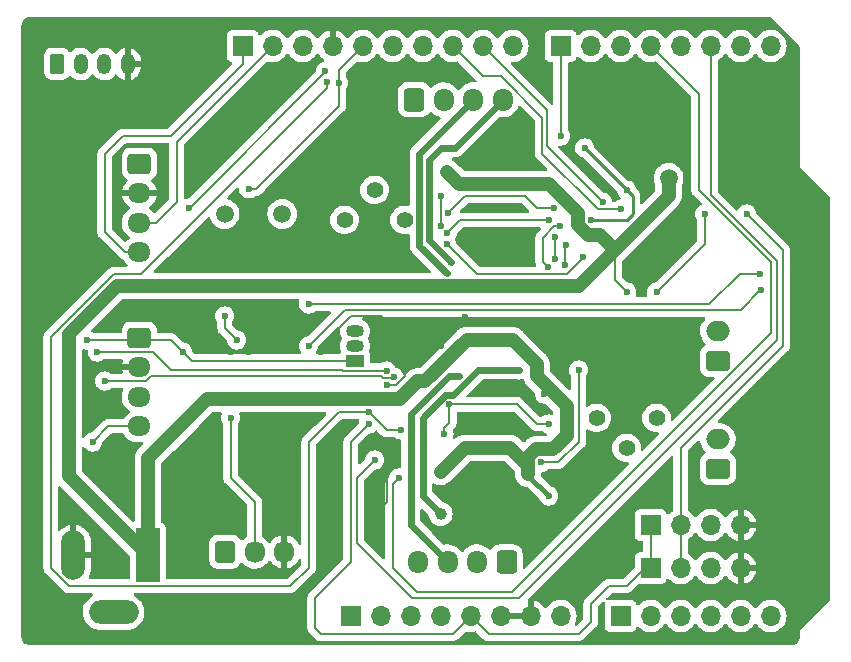
<source format=gbl>
%TF.GenerationSoftware,KiCad,Pcbnew,7.0.5*%
%TF.CreationDate,2024-08-01T11:48:32+09:00*%
%TF.ProjectId,Arduini-Sheild_L6470-rs485-canfd,41726475-696e-4692-9d53-6865696c645f,rev?*%
%TF.SameCoordinates,Original*%
%TF.FileFunction,Copper,L2,Bot*%
%TF.FilePolarity,Positive*%
%FSLAX46Y46*%
G04 Gerber Fmt 4.6, Leading zero omitted, Abs format (unit mm)*
G04 Created by KiCad (PCBNEW 7.0.5) date 2024-08-01 11:48:32*
%MOMM*%
%LPD*%
G01*
G04 APERTURE LIST*
G04 Aperture macros list*
%AMRoundRect*
0 Rectangle with rounded corners*
0 $1 Rounding radius*
0 $2 $3 $4 $5 $6 $7 $8 $9 X,Y pos of 4 corners*
0 Add a 4 corners polygon primitive as box body*
4,1,4,$2,$3,$4,$5,$6,$7,$8,$9,$2,$3,0*
0 Add four circle primitives for the rounded corners*
1,1,$1+$1,$2,$3*
1,1,$1+$1,$4,$5*
1,1,$1+$1,$6,$7*
1,1,$1+$1,$8,$9*
0 Add four rect primitives between the rounded corners*
20,1,$1+$1,$2,$3,$4,$5,0*
20,1,$1+$1,$4,$5,$6,$7,0*
20,1,$1+$1,$6,$7,$8,$9,0*
20,1,$1+$1,$8,$9,$2,$3,0*%
G04 Aperture macros list end*
%TA.AperFunction,ComponentPad*%
%ADD10R,1.700000X1.700000*%
%TD*%
%TA.AperFunction,ComponentPad*%
%ADD11O,1.700000X1.700000*%
%TD*%
%TA.AperFunction,ComponentPad*%
%ADD12RoundRect,0.250000X0.600000X0.725000X-0.600000X0.725000X-0.600000X-0.725000X0.600000X-0.725000X0*%
%TD*%
%TA.AperFunction,ComponentPad*%
%ADD13O,1.700000X1.950000*%
%TD*%
%TA.AperFunction,ComponentPad*%
%ADD14RoundRect,0.250000X-0.725000X0.600000X-0.725000X-0.600000X0.725000X-0.600000X0.725000X0.600000X0*%
%TD*%
%TA.AperFunction,ComponentPad*%
%ADD15O,1.950000X1.700000*%
%TD*%
%TA.AperFunction,ComponentPad*%
%ADD16RoundRect,0.250000X0.750000X-0.600000X0.750000X0.600000X-0.750000X0.600000X-0.750000X-0.600000X0*%
%TD*%
%TA.AperFunction,ComponentPad*%
%ADD17O,2.000000X1.700000*%
%TD*%
%TA.AperFunction,ComponentPad*%
%ADD18RoundRect,0.250000X-0.600000X-0.725000X0.600000X-0.725000X0.600000X0.725000X-0.600000X0.725000X0*%
%TD*%
%TA.AperFunction,ComponentPad*%
%ADD19R,2.000000X4.600000*%
%TD*%
%TA.AperFunction,ComponentPad*%
%ADD20O,2.000000X4.200000*%
%TD*%
%TA.AperFunction,ComponentPad*%
%ADD21O,4.200000X2.000000*%
%TD*%
%TA.AperFunction,ComponentPad*%
%ADD22C,1.397000*%
%TD*%
%TA.AperFunction,ComponentPad*%
%ADD23RoundRect,0.250000X-0.350000X-0.625000X0.350000X-0.625000X0.350000X0.625000X-0.350000X0.625000X0*%
%TD*%
%TA.AperFunction,ComponentPad*%
%ADD24O,1.200000X1.750000*%
%TD*%
%TA.AperFunction,ComponentPad*%
%ADD25C,1.500000*%
%TD*%
%TA.AperFunction,ComponentPad*%
%ADD26RoundRect,0.250000X-0.600000X-0.675000X0.600000X-0.675000X0.600000X0.675000X-0.600000X0.675000X0*%
%TD*%
%TA.AperFunction,ComponentPad*%
%ADD27O,1.700000X1.850000*%
%TD*%
%TA.AperFunction,ComponentPad*%
%ADD28R,1.500000X1.050000*%
%TD*%
%TA.AperFunction,ComponentPad*%
%ADD29O,1.500000X1.050000*%
%TD*%
%TA.AperFunction,ViaPad*%
%ADD30C,0.600000*%
%TD*%
%TA.AperFunction,ViaPad*%
%ADD31C,1.500000*%
%TD*%
%TA.AperFunction,ViaPad*%
%ADD32C,1.000000*%
%TD*%
%TA.AperFunction,Conductor*%
%ADD33C,0.200000*%
%TD*%
%TA.AperFunction,Conductor*%
%ADD34C,1.200000*%
%TD*%
%TA.AperFunction,Conductor*%
%ADD35C,0.400000*%
%TD*%
%TA.AperFunction,Conductor*%
%ADD36C,0.250000*%
%TD*%
%TA.AperFunction,Conductor*%
%ADD37C,0.600000*%
%TD*%
G04 APERTURE END LIST*
D10*
%TO.P,J1,1,Pin_1*%
%TO.N,unconnected-(J1-Pin_1-Pad1)*%
X127940000Y-97460000D03*
D11*
%TO.P,J1,2,Pin_2*%
%TO.N,/IOREF*%
X130480000Y-97460000D03*
%TO.P,J1,3,Pin_3*%
%TO.N,/~{RESET}*%
X133020000Y-97460000D03*
%TO.P,J1,4,Pin_4*%
%TO.N,+3V3*%
X135560000Y-97460000D03*
%TO.P,J1,5,Pin_5*%
%TO.N,+5V*%
X138100000Y-97460000D03*
%TO.P,J1,6,Pin_6*%
%TO.N,GND*%
X140640000Y-97460000D03*
%TO.P,J1,7,Pin_7*%
X143180000Y-97460000D03*
%TO.P,J1,8,Pin_8*%
%TO.N,VCC*%
X145720000Y-97460000D03*
%TD*%
D10*
%TO.P,J2,1,Pin_1*%
%TO.N,/A0*%
X150800000Y-97460000D03*
D11*
%TO.P,J2,2,Pin_2*%
%TO.N,/A1*%
X153340000Y-97460000D03*
%TO.P,J2,3,Pin_3*%
%TO.N,/A2*%
X155880000Y-97460000D03*
%TO.P,J2,4,Pin_4*%
%TO.N,/A3*%
X158420000Y-97460000D03*
%TO.P,J2,5,Pin_5*%
%TO.N,/SDA{slash}A4*%
X160960000Y-97460000D03*
%TO.P,J2,6,Pin_6*%
%TO.N,/SCL{slash}A5*%
X163500000Y-97460000D03*
%TD*%
D10*
%TO.P,J3,1,Pin_1*%
%TO.N,/SCL{slash}A5*%
X118796000Y-49200000D03*
D11*
%TO.P,J3,2,Pin_2*%
%TO.N,/SDA{slash}A4*%
X121336000Y-49200000D03*
%TO.P,J3,3,Pin_3*%
%TO.N,/AREF*%
X123876000Y-49200000D03*
%TO.P,J3,4,Pin_4*%
%TO.N,GND*%
X126416000Y-49200000D03*
%TO.P,J3,5,Pin_5*%
%TO.N,/13*%
X128956000Y-49200000D03*
%TO.P,J3,6,Pin_6*%
%TO.N,/12*%
X131496000Y-49200000D03*
%TO.P,J3,7,Pin_7*%
%TO.N,/\u002A11*%
X134036000Y-49200000D03*
%TO.P,J3,8,Pin_8*%
%TO.N,/\u002A10*%
X136576000Y-49200000D03*
%TO.P,J3,9,Pin_9*%
%TO.N,/\u002A9*%
X139116000Y-49200000D03*
%TO.P,J3,10,Pin_10*%
%TO.N,/8*%
X141656000Y-49200000D03*
%TD*%
D10*
%TO.P,J4,1,Pin_1*%
%TO.N,/7*%
X145720000Y-49200000D03*
D11*
%TO.P,J4,2,Pin_2*%
%TO.N,/\u002A6*%
X148260000Y-49200000D03*
%TO.P,J4,3,Pin_3*%
%TO.N,/\u002A5*%
X150800000Y-49200000D03*
%TO.P,J4,4,Pin_4*%
%TO.N,/4*%
X153340000Y-49200000D03*
%TO.P,J4,5,Pin_5*%
%TO.N,/\u002A3*%
X155880000Y-49200000D03*
%TO.P,J4,6,Pin_6*%
%TO.N,/\u002ABUSY2*%
X158420000Y-49200000D03*
%TO.P,J4,7,Pin_7*%
%TO.N,/TX{slash}1*%
X160960000Y-49200000D03*
%TO.P,J4,8,Pin_8*%
%TO.N,/RX{slash}0*%
X163500000Y-49200000D03*
%TD*%
D12*
%TO.P,J11,1,Pin_1*%
%TO.N,/2OUT1A*%
X141148000Y-92888000D03*
D13*
%TO.P,J11,2,Pin_2*%
%TO.N,/2OUT2A*%
X138648000Y-92888000D03*
%TO.P,J11,3,Pin_3*%
%TO.N,/2OUT2B*%
X136148000Y-92888000D03*
%TO.P,J11,4,Pin_4*%
%TO.N,/2OUT1B*%
X133648000Y-92888000D03*
%TD*%
D14*
%TO.P,J12,1,Pin_1*%
%TO.N,+5V*%
X110054000Y-59166000D03*
D15*
%TO.P,J12,2,Pin_2*%
%TO.N,GND*%
X110054000Y-61666000D03*
%TO.P,J12,3,Pin_3*%
%TO.N,/SDA{slash}A4*%
X110054000Y-64166000D03*
%TO.P,J12,4,Pin_4*%
%TO.N,/SCL{slash}A5*%
X110054000Y-66666000D03*
%TD*%
D16*
%TO.P,J9,1,Pin_1*%
%TO.N,Net-(J9-Pin_1)*%
X159034000Y-84994000D03*
D17*
%TO.P,J9,2,Pin_2*%
%TO.N,Net-(J9-Pin_2)*%
X159034000Y-82494000D03*
%TD*%
D10*
%TO.P,J17,1,Pin_1*%
%TO.N,+5V*%
X153340000Y-89762000D03*
D11*
%TO.P,J17,2,Pin_2*%
%TO.N,+3V3*%
X155880000Y-89762000D03*
%TO.P,J17,3,Pin_3*%
%TO.N,/A1*%
X158420000Y-89762000D03*
%TO.P,J17,4,Pin_4*%
%TO.N,GND*%
X160960000Y-89762000D03*
%TD*%
D18*
%TO.P,J7,1,Pin_1*%
%TO.N,/OUT1A*%
X133334000Y-53755000D03*
D13*
%TO.P,J7,2,Pin_2*%
%TO.N,/OUT2A*%
X135834000Y-53755000D03*
%TO.P,J7,3,Pin_3*%
%TO.N,/OUT2B*%
X138334000Y-53755000D03*
%TO.P,J7,4,Pin_4*%
%TO.N,/OUT1B*%
X140834000Y-53755000D03*
%TD*%
D19*
%TO.P,J6,1*%
%TO.N,VS*%
X110772926Y-92332567D03*
D20*
%TO.P,J6,2*%
%TO.N,GND*%
X104472926Y-92332567D03*
D21*
%TO.P,J6,3*%
%TO.N,N/C*%
X107872926Y-97132567D03*
%TD*%
D22*
%TO.P,RV2,1,1*%
%TO.N,Net-(R13-Pad2)*%
X153848000Y-80696000D03*
%TO.P,RV2,2,2*%
%TO.N,Net-(D3-K)*%
X151308000Y-83236000D03*
%TO.P,RV2,3,3*%
X148768000Y-80696000D03*
%TD*%
D16*
%TO.P,J10,1,Pin_1*%
%TO.N,Net-(J10-Pin_1)*%
X159034000Y-75850000D03*
D17*
%TO.P,J10,2,Pin_2*%
%TO.N,Net-(J10-Pin_2)*%
X159034000Y-73350000D03*
%TD*%
D23*
%TO.P,J8,1,Pin_1*%
%TO.N,+5V*%
X103080000Y-50724000D03*
D24*
%TO.P,J8,2,Pin_2*%
%TO.N,Net-(J8-Pin_2)*%
X105080000Y-50724000D03*
%TO.P,J8,3,Pin_3*%
%TO.N,Net-(J8-Pin_3)*%
X107080000Y-50724000D03*
%TO.P,J8,4,Pin_4*%
%TO.N,GND*%
X109080000Y-50724000D03*
%TD*%
D22*
%TO.P,RV1,1,1*%
%TO.N,Net-(R5-Pad2)*%
X127432000Y-63932000D03*
%TO.P,RV1,2,2*%
%TO.N,Net-(D1-K)*%
X129972000Y-61392000D03*
%TO.P,RV1,3,3*%
X132512000Y-63932000D03*
%TD*%
D25*
%TO.P,Y1,1,1*%
%TO.N,Net-(U2-OSC1)*%
X122152000Y-63424000D03*
%TO.P,Y1,2,2*%
%TO.N,Net-(U2-OSC2)*%
X117272000Y-63424000D03*
%TD*%
D26*
%TO.P,J5,1,Pin_1*%
%TO.N,+6V*%
X117312000Y-92014000D03*
D27*
%TO.P,J5,2,Pin_2*%
%TO.N,Net-(J5-Pin_2)*%
X119812000Y-92014000D03*
%TO.P,J5,3,Pin_3*%
%TO.N,GND*%
X122312000Y-92014000D03*
%TD*%
D28*
%TO.P,Q1,1,E*%
%TO.N,+5V*%
X128300000Y-75870000D03*
D29*
%TO.P,Q1,2,C*%
%TO.N,Net-(Q1-C)*%
X128300000Y-74600000D03*
%TO.P,Q1,3,B*%
%TO.N,Net-(Q1-B)*%
X128300000Y-73330000D03*
%TD*%
D10*
%TO.P,J16,1,Pin_1*%
%TO.N,+5V*%
X153340000Y-93396000D03*
D11*
%TO.P,J16,2,Pin_2*%
%TO.N,+3V3*%
X155880000Y-93396000D03*
%TO.P,J16,3,Pin_3*%
%TO.N,/A0*%
X158420000Y-93396000D03*
%TO.P,J16,4,Pin_4*%
%TO.N,GND*%
X160960000Y-93396000D03*
%TD*%
D14*
%TO.P,J13,1,Pin_1*%
%TO.N,+5V*%
X110054000Y-73898000D03*
D15*
%TO.P,J13,2,Pin_2*%
%TO.N,GND*%
X110054000Y-76398000D03*
%TO.P,J13,3,Pin_3*%
%TO.N,/SDA{slash}A4*%
X110054000Y-78898000D03*
%TO.P,J13,4,Pin_4*%
%TO.N,/SCL{slash}A5*%
X110054000Y-81398000D03*
%TD*%
D30*
%TO.N,GND*%
X121336000Y-83236000D03*
X129972000Y-82728000D03*
X160960000Y-87808000D03*
X152324000Y-87808000D03*
X141656000Y-86284000D03*
X165024000Y-51232000D03*
X130988000Y-77923000D03*
X125400000Y-75108000D03*
X117832834Y-75127954D03*
X148768000Y-76632000D03*
X104572000Y-97968000D03*
X101016000Y-47676000D03*
X167564000Y-68504000D03*
X109144000Y-54280000D03*
X157912000Y-87808000D03*
X147244000Y-92380000D03*
X129972000Y-66472000D03*
X105588000Y-84760000D03*
X141656000Y-62916000D03*
X133528000Y-73076000D03*
X101016000Y-80696000D03*
X111176000Y-52756000D03*
X151816000Y-51740000D03*
X131496000Y-59868000D03*
X139116000Y-86284000D03*
X125400000Y-83236000D03*
X101016000Y-66980000D03*
X101016000Y-98476000D03*
X101016000Y-92380000D03*
X101016000Y-59868000D03*
X143688000Y-51232000D03*
X148260000Y-85268000D03*
X127940000Y-61900000D03*
X141656000Y-89332000D03*
X123368000Y-96444000D03*
X165024000Y-55296000D03*
X104572000Y-88316000D03*
X104572000Y-96444000D03*
X167564000Y-88824000D03*
X139116000Y-89332000D03*
X108128000Y-84760000D03*
X147244000Y-95936000D03*
X167564000Y-82220000D03*
X130480000Y-74092000D03*
X112700000Y-54280000D03*
X167564000Y-75616000D03*
X139116000Y-78156000D03*
X105588000Y-76632000D03*
X101016000Y-53772000D03*
X123368000Y-81204000D03*
X131496000Y-55804000D03*
X144196000Y-91364000D03*
X139116000Y-81712000D03*
X105588000Y-80696000D03*
X143180000Y-56312000D03*
X114732000Y-92888000D03*
X114732000Y-86792000D03*
X154864000Y-85268000D03*
X120320000Y-52248000D03*
X125400000Y-85268000D03*
X121336000Y-97460000D03*
X121336000Y-85268000D03*
X101016000Y-86792000D03*
X125908000Y-65964000D03*
X139116000Y-62916000D03*
X129464000Y-89332000D03*
X151816000Y-76632000D03*
X151816000Y-54280000D03*
X139116000Y-67488000D03*
X152832000Y-61900000D03*
X107620000Y-52756000D03*
X139116000Y-59360000D03*
X115240000Y-65456000D03*
X135560000Y-74584536D03*
X124384000Y-65964000D03*
X120320000Y-55296000D03*
X141656000Y-81712000D03*
X121336000Y-81204000D03*
X123368000Y-83236000D03*
X141656000Y-59360000D03*
X141656000Y-67488000D03*
X101016000Y-74092000D03*
X165024000Y-59868000D03*
X154356000Y-51740000D03*
X152832000Y-67488000D03*
X154864000Y-87808000D03*
X137592000Y-72151500D03*
X113716000Y-67488000D03*
X140640000Y-56312000D03*
X155880000Y-76632000D03*
X123368000Y-85268000D03*
X119359073Y-75108000D03*
X119304000Y-96444000D03*
X147244000Y-93904000D03*
X154356000Y-54280000D03*
X116256000Y-57419500D03*
X152832000Y-69012000D03*
X141656000Y-78156000D03*
X144196000Y-95936000D03*
%TO.N,+5V*%
X129464000Y-81204000D03*
X105588000Y-74092000D03*
X113716000Y-75108000D03*
%TO.N,/SCL{slash}A5*%
X106096000Y-82728000D03*
%TO.N,/13*%
X106512500Y-75108000D03*
X130988000Y-76723500D03*
X145212000Y-65363500D03*
X119304000Y-61300500D03*
X145212000Y-67212500D03*
X126924000Y-52339500D03*
%TO.N,/12*%
X146186080Y-66072160D03*
X146103839Y-67780339D03*
X114224000Y-62916000D03*
X125800000Y-51340000D03*
X131606265Y-77230404D03*
X107112000Y-77564500D03*
%TO.N,/7*%
X145720000Y-56820000D03*
%TO.N,/\u002A11*%
X144629500Y-67904500D03*
X129464000Y-80188000D03*
X125908000Y-52248000D03*
X145704536Y-64455464D03*
X132220500Y-81712000D03*
%TO.N,/\u002A10*%
X150800000Y-63021560D03*
%TO.N,/\u002A9*%
X149277942Y-62421560D03*
%TO.N,/4*%
X132004000Y-85776000D03*
%TO.N,/TX{slash}1*%
X162575500Y-68495134D03*
X124384000Y-71044000D03*
%TO.N,/RX{slash}0*%
X124384000Y-74600000D03*
X162699661Y-69903839D03*
%TO.N,+3V3*%
X161468000Y-63424000D03*
X153848000Y-70028000D03*
X157912000Y-63424000D03*
%TO.N,VS*%
X136068000Y-59868000D03*
X124892000Y-69520000D03*
X134266239Y-77587318D03*
X135341550Y-69316228D03*
X144200902Y-61046407D03*
X144704000Y-87300000D03*
X143688000Y-69520000D03*
X141656000Y-74092000D03*
X144345500Y-78664000D03*
X148006000Y-65202000D03*
X135560000Y-85268000D03*
D31*
X154864000Y-60376000D03*
D30*
X151308000Y-70028000D03*
%TO.N,+3V0*%
X135843664Y-82045500D03*
X144704000Y-81204000D03*
X136302336Y-79556156D03*
X151308000Y-61392000D03*
X136177849Y-63320500D03*
X147752000Y-57836000D03*
X145196536Y-62931464D03*
X148291846Y-63899753D03*
%TO.N,/OUT2B*%
X136068000Y-68420500D03*
%TO.N,Net-(D2-K)*%
X147617988Y-67082439D03*
X136068000Y-65964000D03*
%TO.N,/OUT1B*%
X136431739Y-67498188D03*
%TO.N,Net-(U6-SW)*%
X144093665Y-84444500D03*
X147244000Y-76632000D03*
%TO.N,/\u002ABUSY2*%
X129972000Y-84252000D03*
%TO.N,/2OUT2B*%
X137084000Y-77155817D03*
D32*
%TO.N,/2OUT1B*%
X135560000Y-88824000D03*
D30*
X142164000Y-76632000D03*
%TO.N,Net-(U4-SW)*%
X135578349Y-61918349D03*
X135560000Y-64440000D03*
%TO.N,Net-(U4-CP)*%
X136125334Y-65005334D03*
X144704000Y-63932000D03*
%TO.N,Net-(J5-Pin_2)*%
X118288000Y-74092000D03*
X117272000Y-72060000D03*
X117780000Y-80696000D03*
%TD*%
D33*
%TO.N,GND*%
X120320000Y-52248000D02*
X119979471Y-52248000D01*
X130988000Y-77923000D02*
X131762198Y-77923000D01*
X135560000Y-74584536D02*
X135560000Y-74183500D01*
X125400000Y-74600000D02*
X125400000Y-75108000D01*
X141656000Y-89332000D02*
X143688000Y-91364000D01*
X131496000Y-73076000D02*
X130988000Y-72568000D01*
X130480000Y-72060000D02*
X127940000Y-72060000D01*
X127940000Y-72060000D02*
X125400000Y-74600000D01*
X130988000Y-83744000D02*
X130988000Y-87808000D01*
X117832834Y-75127954D02*
X119339119Y-75127954D01*
X135560000Y-74183500D02*
X137592000Y-72151500D01*
X131762198Y-77923000D02*
X132512000Y-77173198D01*
X130988000Y-77923000D02*
X131087411Y-77923000D01*
X130988000Y-87808000D02*
X129464000Y-89332000D01*
X120320000Y-52248000D02*
X120320000Y-55296000D01*
X133528000Y-73076000D02*
X131496000Y-73076000D01*
X130988000Y-72568000D02*
X130480000Y-72060000D01*
X119339119Y-75127954D02*
X119359073Y-75108000D01*
X119979471Y-52248000D02*
X116256000Y-55971471D01*
X143688000Y-91364000D02*
X144196000Y-91364000D01*
X129972000Y-82728000D02*
X130988000Y-83744000D01*
X132512000Y-77173198D02*
X132512000Y-76124000D01*
X116256000Y-55971471D02*
X116256000Y-57419500D01*
X132512000Y-76124000D02*
X130480000Y-74092000D01*
%TO.N,+5V*%
X127940000Y-92888000D02*
X124892000Y-95936000D01*
X112700000Y-74092000D02*
X110248000Y-74092000D01*
X114478000Y-75870000D02*
X128300000Y-75870000D01*
X149784000Y-94920000D02*
X151308000Y-94920000D01*
X113716000Y-75108000D02*
X112700000Y-74092000D01*
X148260000Y-97968000D02*
X148260000Y-96444000D01*
X124892000Y-95936000D02*
X124892000Y-98476000D01*
X124892000Y-98476000D02*
X125400000Y-98984000D01*
X152832000Y-93396000D02*
X153340000Y-93396000D01*
X127940000Y-82728000D02*
X127940000Y-92888000D01*
X151308000Y-94920000D02*
X152832000Y-93396000D01*
X129464000Y-81204000D02*
X127940000Y-82728000D01*
X138100000Y-97460000D02*
X139624000Y-98984000D01*
X136576000Y-98984000D02*
X138100000Y-97460000D01*
X147244000Y-98984000D02*
X148260000Y-97968000D01*
X110248000Y-74092000D02*
X110054000Y-73898000D01*
X105588000Y-74092000D02*
X109860000Y-74092000D01*
X125400000Y-98984000D02*
X136576000Y-98984000D01*
X139624000Y-98984000D02*
X147244000Y-98984000D01*
X153340000Y-93396000D02*
X153340000Y-89762000D01*
X148260000Y-96444000D02*
X149784000Y-94920000D01*
X109860000Y-74092000D02*
X110054000Y-73898000D01*
X113716000Y-75108000D02*
X114478000Y-75870000D01*
%TO.N,/SDA{slash}A4*%
X121336000Y-49200000D02*
X113208000Y-57328000D01*
X111450000Y-64166000D02*
X110054000Y-64166000D01*
X113208000Y-62408000D02*
X111450000Y-64166000D01*
X113208000Y-57328000D02*
X113208000Y-62408000D01*
%TO.N,/SCL{slash}A5*%
X108830000Y-66666000D02*
X110054000Y-66666000D01*
X107112000Y-58344000D02*
X107112000Y-64948000D01*
X118796000Y-50724000D02*
X112700000Y-56820000D01*
X106096000Y-82728000D02*
X107426000Y-81398000D01*
X107426000Y-81398000D02*
X110054000Y-81398000D01*
X107112000Y-64948000D02*
X108830000Y-66666000D01*
X112700000Y-56820000D02*
X108636000Y-56820000D01*
X118796000Y-49200000D02*
X118796000Y-50724000D01*
X108636000Y-56820000D02*
X107112000Y-58344000D01*
%TO.N,/13*%
X128956000Y-49200000D02*
X126924000Y-51232000D01*
X145212000Y-67212500D02*
X145212000Y-65363500D01*
X112700000Y-76632000D02*
X111176000Y-75108000D01*
X126924000Y-51232000D02*
X126924000Y-52339500D01*
X119304000Y-61300500D02*
X119903500Y-61300500D01*
X126924000Y-54280000D02*
X126924000Y-52339500D01*
X119903500Y-61300500D02*
X126924000Y-54280000D01*
X111176000Y-75108000D02*
X106512500Y-75108000D01*
X127250000Y-76632000D02*
X112700000Y-76632000D01*
X127313000Y-76695000D02*
X127250000Y-76632000D01*
X130988000Y-76723500D02*
X130959500Y-76695000D01*
X130959500Y-76695000D02*
X127313000Y-76695000D01*
%TO.N,/12*%
X146186080Y-66072160D02*
X146103839Y-66154401D01*
X146103839Y-66154401D02*
X146103839Y-67780339D01*
X107128500Y-77548000D02*
X107112000Y-77564500D01*
X125800000Y-51442346D02*
X125800000Y-51340000D01*
X114224000Y-62916000D02*
X114326346Y-62916000D01*
X130480000Y-77140000D02*
X111063346Y-77140000D01*
X114326346Y-62916000D02*
X125800000Y-51442346D01*
X110655346Y-77548000D02*
X107128500Y-77548000D01*
X131606265Y-77230404D02*
X131513169Y-77323500D01*
X130663500Y-77323500D02*
X130480000Y-77140000D01*
X111063346Y-77140000D02*
X110655346Y-77548000D01*
X131513169Y-77323500D02*
X130663500Y-77323500D01*
%TO.N,/7*%
X145720000Y-50704792D02*
X145720000Y-56820000D01*
X145720000Y-49200000D02*
X145720000Y-50704792D01*
%TO.N,/\u002A11*%
X129464000Y-80188000D02*
X130988000Y-81712000D01*
X104076567Y-94932567D02*
X102540000Y-93396000D01*
X145704536Y-64455464D02*
X145196536Y-64455464D01*
X144196000Y-67471000D02*
X144629500Y-67904500D01*
X102540000Y-93396000D02*
X102540000Y-73835208D01*
X124384000Y-82728000D02*
X124384000Y-93396000D01*
X122847433Y-94932567D02*
X104076567Y-94932567D01*
X107871208Y-68504000D02*
X110160000Y-68504000D01*
X124384000Y-93396000D02*
X122847433Y-94932567D01*
X144196000Y-65456000D02*
X144196000Y-67471000D01*
X129464000Y-80188000D02*
X126924000Y-80188000D01*
X102540000Y-73835208D02*
X107871208Y-68504000D01*
X126924000Y-80188000D02*
X124384000Y-82728000D01*
X110160000Y-68504000D02*
X125908000Y-52756000D01*
X145196536Y-64455464D02*
X144196000Y-65456000D01*
X130988000Y-81712000D02*
X132220500Y-81712000D01*
X125908000Y-52756000D02*
X125908000Y-52248000D01*
%TO.N,/\u002A10*%
X140640000Y-51740000D02*
X139116000Y-51740000D01*
X148873560Y-63021560D02*
X144170000Y-58318000D01*
X150800000Y-63021560D02*
X148873560Y-63021560D01*
X144170000Y-55270000D02*
X140640000Y-51740000D01*
X144170000Y-58318000D02*
X144170000Y-55270000D01*
X139116000Y-51740000D02*
X136576000Y-49200000D01*
%TO.N,/\u002A9*%
X144570000Y-57702000D02*
X144570000Y-54654000D01*
X149277942Y-62409942D02*
X144570000Y-57702000D01*
X149277942Y-62421560D02*
X149277942Y-62409942D01*
X144570000Y-54654000D02*
X139116000Y-49200000D01*
%TO.N,/4*%
X163500000Y-67488000D02*
X157404000Y-61392000D01*
X131496000Y-86284000D02*
X131496000Y-90298051D01*
X131496000Y-93396000D02*
X133528000Y-95428000D01*
X157404000Y-61392000D02*
X157404000Y-53264000D01*
X163500000Y-73511817D02*
X163500000Y-67488000D01*
X141583817Y-95428000D02*
X163500000Y-73511817D01*
X132004000Y-85776000D02*
X131496000Y-86284000D01*
X131496000Y-90298051D02*
X131496000Y-93396000D01*
X133528000Y-95428000D02*
X141583817Y-95428000D01*
X157404000Y-53264000D02*
X153340000Y-49200000D01*
%TO.N,/TX{slash}1*%
X162575500Y-68495134D02*
X160877366Y-68495134D01*
X160877366Y-68495134D02*
X158328500Y-71044000D01*
X158328500Y-71044000D02*
X124384000Y-71044000D01*
%TO.N,/RX{slash}0*%
X162608161Y-69903839D02*
X160960000Y-71552000D01*
X160960000Y-71552000D02*
X127432000Y-71552000D01*
X127432000Y-71552000D02*
X124384000Y-74600000D01*
X162699661Y-69903839D02*
X162608161Y-69903839D01*
%TO.N,+3V3*%
X164516000Y-66472000D02*
X164516000Y-74600000D01*
X155880000Y-89762000D02*
X155880000Y-93396000D01*
X153848000Y-70028000D02*
X157912000Y-65964000D01*
X164516000Y-74600000D02*
X155880000Y-83236000D01*
X157912000Y-65964000D02*
X157912000Y-63424000D01*
X155880000Y-83236000D02*
X155880000Y-89762000D01*
X161468000Y-63424000D02*
X164516000Y-66472000D01*
%TO.N,VS*%
X150292000Y-69012000D02*
X151308000Y-70028000D01*
D34*
X148006000Y-65202000D02*
X147191846Y-64387846D01*
X141469665Y-83236000D02*
X137592000Y-83236000D01*
X146228000Y-82220000D02*
X145103500Y-83344500D01*
X154864000Y-61900000D02*
X147244000Y-69520000D01*
D35*
X142993665Y-85589665D02*
X142993665Y-85454335D01*
D34*
X148006000Y-68758000D02*
X150292000Y-66472000D01*
X142993665Y-84760000D02*
X141469665Y-83236000D01*
X149022000Y-65202000D02*
X148006000Y-65202000D01*
X154864000Y-60376000D02*
X154864000Y-61900000D01*
X146228000Y-79680000D02*
X146228000Y-82220000D01*
X124892000Y-69520000D02*
X108128000Y-69520000D01*
X143638030Y-83344500D02*
X142993665Y-83988865D01*
X143688000Y-76124000D02*
X143688000Y-77140000D01*
X150292000Y-66472000D02*
X149022000Y-65202000D01*
X137592000Y-83236000D02*
X135560000Y-85268000D01*
X134266239Y-77587318D02*
X137761557Y-74092000D01*
X142993665Y-83988865D02*
X142993665Y-85454335D01*
X137761557Y-74092000D02*
X141656000Y-74092000D01*
X147191846Y-64387846D02*
X147191846Y-63371846D01*
D35*
X144345500Y-77797500D02*
X143688000Y-77140000D01*
D34*
X133588682Y-77587318D02*
X132088000Y-79088000D01*
X144704000Y-60884000D02*
X137084000Y-60884000D01*
X115800365Y-79088000D02*
X110772926Y-84115439D01*
X147191846Y-63371846D02*
X144704000Y-60884000D01*
X108128000Y-69520000D02*
X104064000Y-73584000D01*
X104064000Y-73584000D02*
X104064000Y-85623641D01*
D35*
X144345500Y-78664000D02*
X144345500Y-77797500D01*
D34*
X132088000Y-79088000D02*
X115800365Y-79088000D01*
X134266239Y-77587318D02*
X133588682Y-77587318D01*
X147244000Y-69520000D02*
X124892000Y-69520000D01*
X141656000Y-74092000D02*
X143688000Y-76124000D01*
X145103500Y-83344500D02*
X143638030Y-83344500D01*
X104064000Y-85623641D02*
X110772926Y-92332567D01*
X143688000Y-77140000D02*
X146228000Y-79680000D01*
X110772926Y-84115439D02*
X110772926Y-92332567D01*
D33*
X150292000Y-66472000D02*
X150292000Y-69012000D01*
D34*
X137084000Y-60884000D02*
X136068000Y-59868000D01*
D35*
X144704000Y-87300000D02*
X142993665Y-85589665D01*
D33*
%TO.N,+3V0*%
X142164000Y-79680000D02*
X143688000Y-81204000D01*
X142672000Y-61900000D02*
X143703464Y-62931464D01*
X135843664Y-81552512D02*
X135843664Y-82045500D01*
D36*
X151340247Y-63899753D02*
X148291846Y-63899753D01*
D33*
X142040156Y-79556156D02*
X142164000Y-79680000D01*
D36*
X151308000Y-61392000D02*
X151816000Y-61900000D01*
D33*
X136302336Y-79556156D02*
X142040156Y-79556156D01*
X136177849Y-63320500D02*
X137598349Y-61900000D01*
X136302336Y-81093840D02*
X135843664Y-81552512D01*
X137598349Y-61900000D02*
X142672000Y-61900000D01*
D36*
X147752000Y-57836000D02*
X151308000Y-61392000D01*
X151816000Y-63424000D02*
X151340247Y-63899753D01*
D33*
X136302336Y-79556156D02*
X136302336Y-81093840D01*
X143688000Y-81204000D02*
X144704000Y-81204000D01*
X143703464Y-62931464D02*
X145196536Y-62931464D01*
D36*
X151816000Y-61900000D02*
X151816000Y-63424000D01*
D37*
%TO.N,/OUT2B*%
X133744000Y-58345000D02*
X138334000Y-53755000D01*
X136068000Y-68420500D02*
X133744000Y-66096500D01*
X133744000Y-66096500D02*
X133744000Y-58345000D01*
D33*
%TO.N,Net-(D2-K)*%
X147617988Y-67082439D02*
X147617988Y-67114012D01*
X147617988Y-67114012D02*
X146228000Y-68504000D01*
X146228000Y-68504000D02*
X138608000Y-68504000D01*
X138608000Y-68504000D02*
X136068000Y-65964000D01*
D37*
%TO.N,/OUT1B*%
X136753000Y-57836000D02*
X140834000Y-53755000D01*
X134544000Y-65610449D02*
X134544000Y-58852000D01*
X134544000Y-58852000D02*
X135560000Y-57836000D01*
X135560000Y-57836000D02*
X136753000Y-57836000D01*
X136431739Y-67498188D02*
X134544000Y-65610449D01*
D33*
%TO.N,Net-(U6-SW)*%
X145527500Y-84444500D02*
X147244000Y-82728000D01*
X147244000Y-82728000D02*
X147244000Y-76632000D01*
X144093665Y-84444500D02*
X145527500Y-84444500D01*
%TO.N,/\u002ABUSY2*%
X133122051Y-95936000D02*
X142164000Y-95936000D01*
X164008000Y-67430314D02*
X158420000Y-61842314D01*
X128448000Y-91261949D02*
X133122051Y-95936000D01*
X164008000Y-74092000D02*
X164008000Y-67430314D01*
X158420000Y-61842314D02*
X158420000Y-49200000D01*
X128448000Y-85776000D02*
X128448000Y-91261949D01*
X142164000Y-95936000D02*
X164008000Y-74092000D01*
X129972000Y-84252000D02*
X128448000Y-85776000D01*
D37*
%TO.N,/2OUT2B*%
X137084000Y-77155817D02*
X136253374Y-77155817D01*
X133020000Y-89760000D02*
X136148000Y-92888000D01*
X136253374Y-77155817D02*
X133020000Y-80389191D01*
X133020000Y-80389191D02*
X133020000Y-89760000D01*
%TO.N,/2OUT1B*%
X136615032Y-78756156D02*
X138739188Y-76632000D01*
X134036000Y-87300000D02*
X134036000Y-80691121D01*
X135560000Y-88824000D02*
X134036000Y-87300000D01*
X135970965Y-78756156D02*
X136615032Y-78756156D01*
X134036000Y-80691121D02*
X135970965Y-78756156D01*
X138739188Y-76632000D02*
X142164000Y-76632000D01*
D33*
%TO.N,Net-(U4-SW)*%
X135578349Y-64421651D02*
X135560000Y-64440000D01*
X135578349Y-61918349D02*
X135578349Y-64421651D01*
%TO.N,Net-(U4-CP)*%
X144704000Y-63932000D02*
X137198668Y-63932000D01*
X137198668Y-63932000D02*
X136125334Y-65005334D01*
%TO.N,Net-(J5-Pin_2)*%
X119812000Y-87808000D02*
X119812000Y-92888000D01*
X118288000Y-74092000D02*
X117272000Y-73076000D01*
X119812000Y-87808000D02*
X117780000Y-85776000D01*
X117780000Y-85776000D02*
X117780000Y-80696000D01*
X117272000Y-73076000D02*
X117272000Y-72060000D01*
%TD*%
%TA.AperFunction,Conductor*%
%TO.N,GND*%
G36*
X155190834Y-83872228D02*
G01*
X155246767Y-83914100D01*
X155271184Y-83979564D01*
X155271500Y-83988410D01*
X155271500Y-88472740D01*
X155251815Y-88539779D01*
X155206519Y-88581794D01*
X155134427Y-88620809D01*
X155134422Y-88620812D01*
X154956761Y-88759092D01*
X154893548Y-88827760D01*
X154833661Y-88863750D01*
X154763823Y-88861649D01*
X154706207Y-88822124D01*
X154686138Y-88787110D01*
X154640889Y-88665796D01*
X154640888Y-88665795D01*
X154553261Y-88548739D01*
X154436204Y-88461111D01*
X154383733Y-88441540D01*
X154299203Y-88410011D01*
X154238654Y-88403500D01*
X154238638Y-88403500D01*
X152441362Y-88403500D01*
X152441345Y-88403500D01*
X152380797Y-88410011D01*
X152380795Y-88410011D01*
X152243795Y-88461111D01*
X152126739Y-88548739D01*
X152039111Y-88665795D01*
X151988011Y-88802795D01*
X151988011Y-88802797D01*
X151981500Y-88863345D01*
X151981500Y-90660654D01*
X151988011Y-90721202D01*
X151988011Y-90721204D01*
X152033373Y-90842820D01*
X152039111Y-90858204D01*
X152126739Y-90975261D01*
X152243796Y-91062889D01*
X152380799Y-91113989D01*
X152408050Y-91116918D01*
X152441345Y-91120499D01*
X152441362Y-91120500D01*
X152607500Y-91120500D01*
X152674539Y-91140185D01*
X152720294Y-91192989D01*
X152731500Y-91244500D01*
X152731500Y-91913500D01*
X152711815Y-91980539D01*
X152659011Y-92026294D01*
X152607500Y-92037500D01*
X152441345Y-92037500D01*
X152380797Y-92044011D01*
X152380795Y-92044011D01*
X152243795Y-92095111D01*
X152126739Y-92182739D01*
X152039111Y-92299795D01*
X151988011Y-92436795D01*
X151988011Y-92436797D01*
X151981500Y-92497345D01*
X151981500Y-93334588D01*
X151961815Y-93401627D01*
X151945181Y-93422269D01*
X151092270Y-94275181D01*
X151030947Y-94308666D01*
X151004589Y-94311500D01*
X149827945Y-94311500D01*
X149819846Y-94310969D01*
X149784000Y-94306250D01*
X149783996Y-94306250D01*
X149747307Y-94311080D01*
X149747282Y-94311082D01*
X149625150Y-94327162D01*
X149625149Y-94327162D01*
X149477123Y-94388476D01*
X149456242Y-94404500D01*
X149383952Y-94459968D01*
X149383887Y-94460019D01*
X149381928Y-94461523D01*
X149381925Y-94461525D01*
X149362906Y-94476119D01*
X149350010Y-94486015D01*
X149327996Y-94514703D01*
X149322645Y-94520805D01*
X147860801Y-95982649D01*
X147854698Y-95988000D01*
X147826013Y-96010012D01*
X147801520Y-96041931D01*
X147728476Y-96137123D01*
X147728474Y-96137125D01*
X147672257Y-96272850D01*
X147667162Y-96285149D01*
X147667161Y-96285150D01*
X147650968Y-96408150D01*
X147650969Y-96408151D01*
X147646250Y-96444000D01*
X147650969Y-96479843D01*
X147651500Y-96487945D01*
X147651500Y-97664589D01*
X147631815Y-97731628D01*
X147615181Y-97752270D01*
X147119259Y-98248191D01*
X147057936Y-98281676D01*
X146988244Y-98276692D01*
X146932311Y-98234820D01*
X146907894Y-98169356D01*
X146918022Y-98110700D01*
X146918859Y-98108792D01*
X146918860Y-98108791D01*
X147009296Y-97902616D01*
X147064564Y-97684368D01*
X147065768Y-97669844D01*
X147083156Y-97460005D01*
X147083156Y-97459994D01*
X147064565Y-97235640D01*
X147064563Y-97235628D01*
X147009296Y-97017385D01*
X146979800Y-96950141D01*
X146918860Y-96811209D01*
X146902706Y-96786484D01*
X146795723Y-96622734D01*
X146795715Y-96622723D01*
X146643243Y-96457097D01*
X146643238Y-96457092D01*
X146523371Y-96363795D01*
X146465576Y-96318811D01*
X146465575Y-96318810D01*
X146465572Y-96318808D01*
X146267580Y-96211661D01*
X146267577Y-96211659D01*
X146267574Y-96211658D01*
X146267571Y-96211657D01*
X146267569Y-96211656D01*
X146054637Y-96138556D01*
X145832569Y-96101500D01*
X145607431Y-96101500D01*
X145385362Y-96138556D01*
X145172430Y-96211656D01*
X145172419Y-96211661D01*
X144974427Y-96318808D01*
X144974422Y-96318812D01*
X144796761Y-96457092D01*
X144796756Y-96457097D01*
X144644284Y-96622723D01*
X144644276Y-96622734D01*
X144550251Y-96766650D01*
X144497105Y-96812007D01*
X144427873Y-96821430D01*
X144364538Y-96791928D01*
X144344868Y-96769951D01*
X144218113Y-96588926D01*
X144218108Y-96588920D01*
X144051082Y-96421894D01*
X143857578Y-96286399D01*
X143643492Y-96186570D01*
X143643486Y-96186567D01*
X143430000Y-96129364D01*
X143430000Y-97024498D01*
X143322315Y-96975320D01*
X143215763Y-96960000D01*
X143144237Y-96960000D01*
X143037685Y-96975320D01*
X142930000Y-97024498D01*
X142930000Y-96081909D01*
X142949685Y-96014870D01*
X142966314Y-95994233D01*
X155059821Y-83900727D01*
X155121142Y-83867244D01*
X155190834Y-83872228D01*
G37*
%TD.AperFunction*%
%TA.AperFunction,Conductor*%
G36*
X142720507Y-97250156D02*
G01*
X142680000Y-97388111D01*
X142680000Y-97531889D01*
X142720507Y-97669844D01*
X142746314Y-97710000D01*
X141073686Y-97710000D01*
X141099493Y-97669844D01*
X141140000Y-97531889D01*
X141140000Y-97388111D01*
X141099493Y-97250156D01*
X141073686Y-97210000D01*
X142746314Y-97210000D01*
X142720507Y-97250156D01*
G37*
%TD.AperFunction*%
%TA.AperFunction,Conductor*%
G36*
X103353703Y-86481445D02*
G01*
X103360181Y-86487477D01*
X109228107Y-92355403D01*
X109261592Y-92416726D01*
X109264426Y-92443084D01*
X109264426Y-94200067D01*
X109244741Y-94267106D01*
X109191937Y-94312861D01*
X109140426Y-94324067D01*
X105909634Y-94324067D01*
X105842595Y-94304382D01*
X105796840Y-94251578D01*
X105786896Y-94182420D01*
X105796078Y-94150257D01*
X105896514Y-93921284D01*
X105957538Y-93680305D01*
X105957540Y-93680297D01*
X105972925Y-93494621D01*
X105972926Y-93494606D01*
X105972926Y-92582567D01*
X104972926Y-92582567D01*
X104972926Y-92082567D01*
X105972926Y-92082567D01*
X105972926Y-91170528D01*
X105972925Y-91170512D01*
X105957540Y-90984836D01*
X105957538Y-90984828D01*
X105896513Y-90743849D01*
X105796658Y-90516199D01*
X105660693Y-90308088D01*
X105492333Y-90125202D01*
X105492323Y-90125193D01*
X105296163Y-89972515D01*
X105296154Y-89972509D01*
X105077540Y-89854202D01*
X105077529Y-89854197D01*
X104842418Y-89773483D01*
X104722926Y-89753543D01*
X104722926Y-90798880D01*
X104682770Y-90773074D01*
X104544815Y-90732567D01*
X104401037Y-90732567D01*
X104263082Y-90773074D01*
X104222926Y-90798880D01*
X104222926Y-89753543D01*
X104222925Y-89753543D01*
X104103433Y-89773483D01*
X103868322Y-89854197D01*
X103868311Y-89854202D01*
X103649697Y-89972509D01*
X103649688Y-89972515D01*
X103453528Y-90125193D01*
X103453524Y-90125197D01*
X103363728Y-90222740D01*
X103303841Y-90258730D01*
X103234003Y-90256629D01*
X103176387Y-90217104D01*
X103149286Y-90152705D01*
X103148500Y-90138773D01*
X103148500Y-86575158D01*
X103168185Y-86508119D01*
X103220989Y-86462364D01*
X103290147Y-86452420D01*
X103353703Y-86481445D01*
G37*
%TD.AperFunction*%
%TA.AperFunction,Conductor*%
G36*
X116990491Y-80216185D02*
G01*
X117036246Y-80268989D01*
X117046190Y-80338147D01*
X117040494Y-80361454D01*
X116986783Y-80514950D01*
X116986781Y-80514958D01*
X116966384Y-80695996D01*
X116966384Y-80696003D01*
X116986781Y-80877041D01*
X116986782Y-80877046D01*
X117046958Y-81049017D01*
X117143886Y-81203277D01*
X117144445Y-81203977D01*
X117144664Y-81204515D01*
X117147594Y-81209177D01*
X117146777Y-81209690D01*
X117170855Y-81268663D01*
X117171500Y-81281293D01*
X117171499Y-85732054D01*
X117170968Y-85740153D01*
X117166250Y-85775999D01*
X117170970Y-85811860D01*
X117175993Y-85850012D01*
X117187161Y-85934849D01*
X117187163Y-85934854D01*
X117248473Y-86082871D01*
X117248473Y-86082872D01*
X117321525Y-86178074D01*
X117321526Y-86178075D01*
X117346012Y-86209986D01*
X117374698Y-86231998D01*
X117380794Y-86237343D01*
X118443448Y-87299996D01*
X119167181Y-88023729D01*
X119200666Y-88085052D01*
X119203500Y-88111410D01*
X119203500Y-90649032D01*
X119183815Y-90716071D01*
X119144514Y-90754622D01*
X119001270Y-90842820D01*
X118827679Y-90995599D01*
X118827674Y-90995604D01*
X118803757Y-91025224D01*
X118746326Y-91065015D01*
X118676498Y-91067440D01*
X118616444Y-91031728D01*
X118601747Y-91012423D01*
X118511030Y-90865348D01*
X118385652Y-90739970D01*
X118238219Y-90649032D01*
X118234740Y-90646886D01*
X118234735Y-90646884D01*
X118066427Y-90591113D01*
X117962545Y-90580500D01*
X116661462Y-90580500D01*
X116661446Y-90580501D01*
X116557572Y-90591113D01*
X116389264Y-90646884D01*
X116389259Y-90646886D01*
X116238346Y-90739971D01*
X116112971Y-90865346D01*
X116019886Y-91016259D01*
X116019884Y-91016264D01*
X115964113Y-91184572D01*
X115953500Y-91288447D01*
X115953500Y-92739537D01*
X115953501Y-92739553D01*
X115964113Y-92843427D01*
X116019884Y-93011735D01*
X116019886Y-93011740D01*
X116025544Y-93020913D01*
X116112970Y-93162652D01*
X116238348Y-93288030D01*
X116389262Y-93381115D01*
X116557574Y-93436887D01*
X116661455Y-93447500D01*
X117962544Y-93447499D01*
X118066426Y-93436887D01*
X118234738Y-93381115D01*
X118385652Y-93288030D01*
X118511030Y-93162652D01*
X118602417Y-93014489D01*
X118654363Y-92967768D01*
X118723326Y-92956545D01*
X118787408Y-92984389D01*
X118797468Y-92993780D01*
X118911228Y-93112476D01*
X119097153Y-93249985D01*
X119303643Y-93354095D01*
X119391873Y-93381115D01*
X119477898Y-93407460D01*
X119503586Y-93418637D01*
X119505122Y-93419524D01*
X119572664Y-93447500D01*
X119653150Y-93480838D01*
X119732574Y-93491294D01*
X119811999Y-93501751D01*
X119812000Y-93501751D01*
X119812001Y-93501751D01*
X119866272Y-93494606D01*
X119970850Y-93480838D01*
X120076957Y-93436887D01*
X120118864Y-93419529D01*
X120118866Y-93419527D01*
X120118875Y-93419524D01*
X120118882Y-93419518D01*
X120121266Y-93418142D01*
X120157153Y-93404305D01*
X120211238Y-93392649D01*
X120425813Y-93306426D01*
X120622730Y-93185179D01*
X120796324Y-93032398D01*
X120941600Y-92852476D01*
X120959199Y-92820971D01*
X121009079Y-92772044D01*
X121077492Y-92757851D01*
X121142718Y-92782898D01*
X121169029Y-92810321D01*
X121273886Y-92960073D01*
X121273891Y-92960079D01*
X121440917Y-93127105D01*
X121634421Y-93262600D01*
X121848507Y-93362429D01*
X121848516Y-93362433D01*
X122062000Y-93419634D01*
X122062000Y-92363607D01*
X122179031Y-92423238D01*
X122278549Y-92439000D01*
X122345451Y-92439000D01*
X122444969Y-92423238D01*
X122562000Y-92363607D01*
X122562000Y-93419633D01*
X122775483Y-93362433D01*
X122775492Y-93362429D01*
X122989577Y-93262600D01*
X122989579Y-93262599D01*
X123183073Y-93127113D01*
X123183079Y-93127108D01*
X123350108Y-92960079D01*
X123350113Y-92960073D01*
X123485599Y-92766579D01*
X123485602Y-92766573D01*
X123539118Y-92651809D01*
X123585290Y-92599369D01*
X123652483Y-92580217D01*
X123719365Y-92600433D01*
X123764699Y-92653598D01*
X123775500Y-92704213D01*
X123775500Y-93092588D01*
X123755815Y-93159627D01*
X123739181Y-93180269D01*
X122631703Y-94287748D01*
X122570380Y-94321233D01*
X122544022Y-94324067D01*
X112405426Y-94324067D01*
X112338387Y-94304382D01*
X112292632Y-94251578D01*
X112281426Y-94200067D01*
X112281426Y-89983929D01*
X112281425Y-89983912D01*
X112276816Y-89941047D01*
X112274915Y-89923366D01*
X112264574Y-89895642D01*
X112247960Y-89851097D01*
X112223815Y-89786363D01*
X112136187Y-89669306D01*
X112065847Y-89616650D01*
X112019132Y-89581679D01*
X112019130Y-89581678D01*
X111962089Y-89560402D01*
X111906157Y-89518532D01*
X111881741Y-89453067D01*
X111881425Y-89444249D01*
X111881425Y-84625955D01*
X111901110Y-84558917D01*
X111917744Y-84538275D01*
X112977696Y-83478324D01*
X115091621Y-81364399D01*
X116223202Y-80232819D01*
X116284525Y-80199334D01*
X116310883Y-80196500D01*
X116923452Y-80196500D01*
X116990491Y-80216185D01*
G37*
%TD.AperFunction*%
%TA.AperFunction,Conductor*%
G36*
X157920231Y-72180185D02*
G01*
X157965986Y-72232989D01*
X157975930Y-72302147D01*
X157946905Y-72365703D01*
X157938992Y-72374023D01*
X157860528Y-72449223D01*
X157860525Y-72449227D01*
X157860524Y-72449228D01*
X157847736Y-72466519D01*
X157723013Y-72635155D01*
X157618905Y-72841641D01*
X157551188Y-73062759D01*
X157521816Y-73292135D01*
X157531630Y-73523172D01*
X157531630Y-73523178D01*
X157580351Y-73749240D01*
X157666572Y-73963809D01*
X157666574Y-73963813D01*
X157787821Y-74160730D01*
X157940599Y-74334321D01*
X157940600Y-74334322D01*
X157970222Y-74358240D01*
X158010014Y-74415671D01*
X158012440Y-74485499D01*
X157976730Y-74545553D01*
X157957419Y-74560254D01*
X157810351Y-74650967D01*
X157810347Y-74650970D01*
X157684971Y-74776346D01*
X157591886Y-74927259D01*
X157591884Y-74927264D01*
X157536113Y-75095572D01*
X157525500Y-75199447D01*
X157525500Y-76500537D01*
X157525501Y-76500553D01*
X157536113Y-76604427D01*
X157591884Y-76772735D01*
X157591886Y-76772740D01*
X157598465Y-76783406D01*
X157684970Y-76923652D01*
X157810348Y-77049030D01*
X157961262Y-77142115D01*
X158129574Y-77197887D01*
X158233455Y-77208500D01*
X158643406Y-77208499D01*
X158710444Y-77228183D01*
X158756199Y-77280987D01*
X158766143Y-77350146D01*
X158737118Y-77413702D01*
X158731086Y-77420180D01*
X155262578Y-80888688D01*
X155201255Y-80922173D01*
X155131563Y-80917189D01*
X155075630Y-80875317D01*
X155051213Y-80809853D01*
X155051368Y-80790207D01*
X155059611Y-80696000D01*
X155041204Y-80485606D01*
X154986542Y-80281605D01*
X154897286Y-80090195D01*
X154836717Y-80003692D01*
X154776149Y-79917192D01*
X154741277Y-79882320D01*
X154626809Y-79767852D01*
X154626805Y-79767849D01*
X154626804Y-79767848D01*
X154453810Y-79646716D01*
X154453806Y-79646714D01*
X154408016Y-79625362D01*
X154262395Y-79557458D01*
X154262391Y-79557457D01*
X154262387Y-79557455D01*
X154058399Y-79502797D01*
X154058395Y-79502796D01*
X154058394Y-79502796D01*
X154058393Y-79502795D01*
X154058388Y-79502795D01*
X153848002Y-79484389D01*
X153847998Y-79484389D01*
X153637611Y-79502795D01*
X153637600Y-79502797D01*
X153433612Y-79557455D01*
X153433603Y-79557459D01*
X153242196Y-79646713D01*
X153242194Y-79646714D01*
X153069188Y-79767853D01*
X152919853Y-79917188D01*
X152798714Y-80090194D01*
X152798713Y-80090196D01*
X152709459Y-80281603D01*
X152709455Y-80281612D01*
X152654797Y-80485600D01*
X152654795Y-80485611D01*
X152636389Y-80695998D01*
X152636389Y-80696001D01*
X152654795Y-80906388D01*
X152654797Y-80906399D01*
X152709455Y-81110387D01*
X152709457Y-81110391D01*
X152709458Y-81110395D01*
X152775813Y-81252694D01*
X152798714Y-81301806D01*
X152798716Y-81301810D01*
X152919848Y-81474804D01*
X152919853Y-81474810D01*
X153069189Y-81624146D01*
X153069195Y-81624151D01*
X153242189Y-81745283D01*
X153242191Y-81745284D01*
X153242194Y-81745286D01*
X153433605Y-81834542D01*
X153433611Y-81834543D01*
X153433612Y-81834544D01*
X153454392Y-81840112D01*
X153637606Y-81889204D01*
X153787887Y-81902351D01*
X153847998Y-81907611D01*
X153848000Y-81907611D01*
X153848001Y-81907611D01*
X153858524Y-81906690D01*
X153942201Y-81899369D01*
X154010699Y-81913135D01*
X154060882Y-81961750D01*
X154076816Y-82029779D01*
X154053441Y-82095622D01*
X154040688Y-82110578D01*
X152722578Y-83428688D01*
X152661255Y-83462173D01*
X152591563Y-83457189D01*
X152535630Y-83415317D01*
X152511213Y-83349853D01*
X152511368Y-83330207D01*
X152519611Y-83236000D01*
X152517235Y-83208847D01*
X152506451Y-83085580D01*
X152501204Y-83025606D01*
X152456593Y-82859116D01*
X152446544Y-82821612D01*
X152446543Y-82821611D01*
X152446542Y-82821605D01*
X152357286Y-82630195D01*
X152274661Y-82512193D01*
X152236149Y-82457192D01*
X152166375Y-82387418D01*
X152086809Y-82307852D01*
X152086805Y-82307849D01*
X152086804Y-82307848D01*
X151913810Y-82186716D01*
X151913806Y-82186714D01*
X151913806Y-82186713D01*
X151722395Y-82097458D01*
X151722391Y-82097457D01*
X151722387Y-82097455D01*
X151518399Y-82042797D01*
X151518395Y-82042796D01*
X151518394Y-82042796D01*
X151518393Y-82042795D01*
X151518388Y-82042795D01*
X151308002Y-82024389D01*
X151307998Y-82024389D01*
X151097611Y-82042795D01*
X151097600Y-82042797D01*
X150893612Y-82097455D01*
X150893603Y-82097459D01*
X150702196Y-82186713D01*
X150702194Y-82186714D01*
X150529188Y-82307853D01*
X150379853Y-82457188D01*
X150258714Y-82630194D01*
X150258713Y-82630196D01*
X150169459Y-82821603D01*
X150169455Y-82821612D01*
X150114797Y-83025600D01*
X150114795Y-83025611D01*
X150096389Y-83235998D01*
X150096389Y-83236001D01*
X150114795Y-83446388D01*
X150114797Y-83446399D01*
X150169455Y-83650387D01*
X150169457Y-83650391D01*
X150169458Y-83650395D01*
X150236873Y-83794967D01*
X150258714Y-83841806D01*
X150258716Y-83841810D01*
X150379848Y-84014804D01*
X150379853Y-84014810D01*
X150529189Y-84164146D01*
X150529195Y-84164151D01*
X150702189Y-84285283D01*
X150702191Y-84285284D01*
X150702194Y-84285286D01*
X150893605Y-84374542D01*
X151097606Y-84429204D01*
X151247887Y-84442351D01*
X151307998Y-84447611D01*
X151308000Y-84447611D01*
X151308001Y-84447611D01*
X151318524Y-84446690D01*
X151402201Y-84439369D01*
X151470699Y-84453135D01*
X151520882Y-84501750D01*
X151536816Y-84569779D01*
X151513441Y-84635622D01*
X151500688Y-84650578D01*
X142718180Y-93433086D01*
X142656857Y-93466571D01*
X142587165Y-93461587D01*
X142531232Y-93419715D01*
X142506815Y-93354251D01*
X142506499Y-93345405D01*
X142506499Y-92112462D01*
X142506498Y-92112446D01*
X142505915Y-92106740D01*
X142495887Y-92008574D01*
X142440115Y-91840262D01*
X142347030Y-91689348D01*
X142221652Y-91563970D01*
X142114544Y-91497905D01*
X142070740Y-91470886D01*
X142070735Y-91470884D01*
X141902427Y-91415113D01*
X141798545Y-91404500D01*
X140497462Y-91404500D01*
X140497446Y-91404501D01*
X140393572Y-91415113D01*
X140225264Y-91470884D01*
X140225259Y-91470886D01*
X140074346Y-91563971D01*
X139948970Y-91689347D01*
X139948967Y-91689351D01*
X139857583Y-91837507D01*
X139805635Y-91884232D01*
X139736672Y-91895453D01*
X139672591Y-91867610D01*
X139662531Y-91858218D01*
X139548772Y-91739524D01*
X139362847Y-91602015D01*
X139362846Y-91602014D01*
X139362844Y-91602013D01*
X139156358Y-91497905D01*
X138964474Y-91439141D01*
X138935243Y-91430189D01*
X138935241Y-91430188D01*
X138935242Y-91430188D01*
X138705859Y-91400815D01*
X138474827Y-91410630D01*
X138474821Y-91410630D01*
X138248759Y-91459351D01*
X138034190Y-91545572D01*
X137837270Y-91666820D01*
X137663679Y-91819599D01*
X137663672Y-91819605D01*
X137518404Y-91999517D01*
X137518397Y-91999527D01*
X137504968Y-92023567D01*
X137455089Y-92072493D01*
X137386675Y-92086685D01*
X137321450Y-92061637D01*
X137293980Y-92032529D01*
X137208790Y-91906487D01*
X137208788Y-91906485D01*
X137208783Y-91906477D01*
X137048772Y-91739524D01*
X136862847Y-91602015D01*
X136862846Y-91602014D01*
X136862844Y-91602013D01*
X136656358Y-91497905D01*
X136464474Y-91439141D01*
X136435243Y-91430189D01*
X136435241Y-91430188D01*
X136435242Y-91430188D01*
X136205859Y-91400815D01*
X135974825Y-91410630D01*
X135974821Y-91410630D01*
X135908570Y-91424909D01*
X135838888Y-91419790D01*
X135794765Y-91391373D01*
X134833464Y-90430072D01*
X133864819Y-89461426D01*
X133831334Y-89400103D01*
X133828500Y-89373745D01*
X133828500Y-88535253D01*
X133848185Y-88468214D01*
X133900989Y-88422459D01*
X133970147Y-88412515D01*
X134033703Y-88441540D01*
X134040181Y-88447572D01*
X134529450Y-88936841D01*
X134562935Y-88998164D01*
X134565171Y-89012363D01*
X134566090Y-89021693D01*
X134566091Y-89021697D01*
X134566091Y-89021699D01*
X134566092Y-89021701D01*
X134585118Y-89084420D01*
X134623760Y-89211808D01*
X134717401Y-89386998D01*
X134717405Y-89387005D01*
X134843431Y-89540568D01*
X134996994Y-89666594D01*
X134997001Y-89666598D01*
X135172191Y-89760239D01*
X135172193Y-89760239D01*
X135172196Y-89760241D01*
X135362299Y-89817908D01*
X135362298Y-89817908D01*
X135380024Y-89819653D01*
X135560000Y-89837380D01*
X135757701Y-89817908D01*
X135947804Y-89760241D01*
X136123004Y-89666595D01*
X136276568Y-89540568D01*
X136402595Y-89387004D01*
X136496241Y-89211804D01*
X136553908Y-89021701D01*
X136573380Y-88824000D01*
X136553908Y-88626299D01*
X136496241Y-88436196D01*
X136496239Y-88436193D01*
X136496239Y-88436191D01*
X136402598Y-88261001D01*
X136402594Y-88260994D01*
X136276568Y-88107431D01*
X136123005Y-87981405D01*
X136122998Y-87981401D01*
X135947808Y-87887760D01*
X135803032Y-87843843D01*
X135757701Y-87830092D01*
X135757699Y-87830091D01*
X135757697Y-87830091D01*
X135757693Y-87830090D01*
X135748363Y-87829171D01*
X135683577Y-87803008D01*
X135672841Y-87793450D01*
X134880819Y-87001427D01*
X134847334Y-86940104D01*
X134844500Y-86913746D01*
X134844500Y-86350871D01*
X134864185Y-86283832D01*
X134916989Y-86238077D01*
X134986147Y-86228133D01*
X135033036Y-86244988D01*
X135073444Y-86269618D01*
X135271794Y-86343599D01*
X135480561Y-86378705D01*
X135692199Y-86373667D01*
X135838293Y-86341886D01*
X135899051Y-86328669D01*
X135899053Y-86328668D01*
X135899059Y-86328667D01*
X136093664Y-86245333D01*
X136268981Y-86126674D01*
X138014836Y-84380819D01*
X138076159Y-84347334D01*
X138102517Y-84344500D01*
X140959148Y-84344500D01*
X141026187Y-84364185D01*
X141046829Y-84380819D01*
X141848847Y-85182837D01*
X141882331Y-85244158D01*
X141885165Y-85270516D01*
X141885165Y-85507138D01*
X141900246Y-85665074D01*
X141959888Y-85868197D01*
X142056894Y-86056361D01*
X142152611Y-86178075D01*
X142187759Y-86222769D01*
X142347742Y-86361396D01*
X142347753Y-86361404D01*
X142469971Y-86431965D01*
X142531083Y-86467248D01*
X142731138Y-86536488D01*
X142932492Y-86565438D01*
X142996047Y-86594463D01*
X143002525Y-86600495D01*
X143905682Y-87503652D01*
X143935042Y-87550378D01*
X143970956Y-87653013D01*
X143970957Y-87653015D01*
X144067889Y-87807281D01*
X144196719Y-87936111D01*
X144350985Y-88033043D01*
X144499619Y-88085052D01*
X144522953Y-88093217D01*
X144522958Y-88093218D01*
X144703996Y-88113616D01*
X144704000Y-88113616D01*
X144704004Y-88113616D01*
X144885041Y-88093218D01*
X144885044Y-88093217D01*
X144885047Y-88093217D01*
X145057015Y-88033043D01*
X145211281Y-87936111D01*
X145340111Y-87807281D01*
X145437043Y-87653015D01*
X145497217Y-87481047D01*
X145509277Y-87374011D01*
X145517616Y-87300003D01*
X145517616Y-87299996D01*
X145497218Y-87118958D01*
X145497217Y-87118953D01*
X145497216Y-87118952D01*
X145437043Y-86946985D01*
X145340111Y-86792719D01*
X145211281Y-86663889D01*
X145057017Y-86566958D01*
X145057013Y-86566956D01*
X144954378Y-86531042D01*
X144907652Y-86501682D01*
X144126718Y-85720748D01*
X144093233Y-85659425D01*
X144092640Y-85609601D01*
X144102165Y-85560184D01*
X144102165Y-85367970D01*
X144121850Y-85300932D01*
X144174654Y-85255177D01*
X144212283Y-85244751D01*
X144274706Y-85237718D01*
X144274709Y-85237717D01*
X144274712Y-85237717D01*
X144446680Y-85177543D01*
X144600946Y-85080611D01*
X144600951Y-85080605D01*
X144601642Y-85080055D01*
X144602180Y-85079835D01*
X144606842Y-85076906D01*
X144607355Y-85077722D01*
X144666328Y-85053645D01*
X144678958Y-85053000D01*
X145483554Y-85053000D01*
X145491651Y-85053530D01*
X145516881Y-85056852D01*
X145527499Y-85058250D01*
X145527500Y-85058250D01*
X145527501Y-85058250D01*
X145563346Y-85053531D01*
X145565461Y-85053252D01*
X145565474Y-85053251D01*
X145567381Y-85053000D01*
X145567385Y-85053000D01*
X145666956Y-85039891D01*
X145666956Y-85039892D01*
X145666960Y-85039890D01*
X145686351Y-85037338D01*
X145834376Y-84976024D01*
X145929572Y-84902977D01*
X145929573Y-84902975D01*
X145937664Y-84896767D01*
X145937671Y-84896761D01*
X145961483Y-84878490D01*
X145961482Y-84878490D01*
X145961487Y-84878487D01*
X145983510Y-84849785D01*
X145988838Y-84843709D01*
X147643202Y-83189345D01*
X147649293Y-83184003D01*
X147677987Y-83161987D01*
X147697318Y-83136792D01*
X147697324Y-83136787D01*
X147702476Y-83130072D01*
X147702478Y-83130071D01*
X147775524Y-83034876D01*
X147836838Y-82886851D01*
X147853032Y-82763843D01*
X147857751Y-82728001D01*
X147857751Y-82727998D01*
X147853032Y-82692151D01*
X147853030Y-82692144D01*
X147852500Y-82684046D01*
X147852500Y-81766637D01*
X147872185Y-81699598D01*
X147924989Y-81653843D01*
X147994147Y-81643899D01*
X148047619Y-81665060D01*
X148162194Y-81745286D01*
X148353605Y-81834542D01*
X148353611Y-81834543D01*
X148353612Y-81834544D01*
X148374392Y-81840112D01*
X148557606Y-81889204D01*
X148707887Y-81902351D01*
X148767998Y-81907611D01*
X148768000Y-81907611D01*
X148768002Y-81907611D01*
X148820598Y-81903009D01*
X148978394Y-81889204D01*
X149182395Y-81834542D01*
X149373806Y-81745286D01*
X149546809Y-81624148D01*
X149696148Y-81474809D01*
X149817286Y-81301806D01*
X149906542Y-81110395D01*
X149961204Y-80906394D01*
X149979611Y-80696000D01*
X149961204Y-80485606D01*
X149906542Y-80281605D01*
X149817286Y-80090195D01*
X149756717Y-80003692D01*
X149696149Y-79917192D01*
X149661277Y-79882320D01*
X149546809Y-79767852D01*
X149546805Y-79767849D01*
X149546804Y-79767848D01*
X149373810Y-79646716D01*
X149373806Y-79646714D01*
X149328016Y-79625362D01*
X149182395Y-79557458D01*
X149182391Y-79557457D01*
X149182387Y-79557455D01*
X148978399Y-79502797D01*
X148978395Y-79502796D01*
X148978394Y-79502796D01*
X148978393Y-79502795D01*
X148978388Y-79502795D01*
X148768002Y-79484389D01*
X148767998Y-79484389D01*
X148557611Y-79502795D01*
X148557600Y-79502797D01*
X148353612Y-79557455D01*
X148353603Y-79557459D01*
X148162196Y-79646713D01*
X148162194Y-79646714D01*
X148047623Y-79726937D01*
X147981416Y-79749265D01*
X147913649Y-79732253D01*
X147865837Y-79681305D01*
X147852500Y-79625362D01*
X147852500Y-77217293D01*
X147872185Y-77150254D01*
X147879555Y-77139977D01*
X147880105Y-77139286D01*
X147880111Y-77139281D01*
X147977043Y-76985015D01*
X148037217Y-76813047D01*
X148040782Y-76781410D01*
X148057616Y-76632003D01*
X148057616Y-76631996D01*
X148037218Y-76450958D01*
X148037217Y-76450953D01*
X148027357Y-76422774D01*
X147977043Y-76278985D01*
X147880111Y-76124719D01*
X147751281Y-75995889D01*
X147646870Y-75930283D01*
X147597017Y-75898958D01*
X147597016Y-75898957D01*
X147597015Y-75898957D01*
X147542693Y-75879949D01*
X147425046Y-75838782D01*
X147425041Y-75838781D01*
X147244004Y-75818384D01*
X147243996Y-75818384D01*
X147062958Y-75838781D01*
X147062953Y-75838782D01*
X146890982Y-75898958D01*
X146736718Y-75995889D01*
X146607889Y-76124718D01*
X146510958Y-76278982D01*
X146450782Y-76450953D01*
X146450781Y-76450958D01*
X146430384Y-76631996D01*
X146430384Y-76632003D01*
X146450781Y-76813041D01*
X146450782Y-76813046D01*
X146471761Y-76873000D01*
X146509637Y-76981244D01*
X146510958Y-76985017D01*
X146607886Y-77139277D01*
X146608445Y-77139977D01*
X146608664Y-77140515D01*
X146611594Y-77145177D01*
X146610777Y-77145690D01*
X146634855Y-77204663D01*
X146635500Y-77217293D01*
X146635500Y-78220480D01*
X146615815Y-78287519D01*
X146563011Y-78333274D01*
X146493853Y-78343218D01*
X146430297Y-78314193D01*
X146423819Y-78308161D01*
X144832819Y-76717162D01*
X144799334Y-76655839D01*
X144796500Y-76629481D01*
X144796500Y-76226906D01*
X144798218Y-76206339D01*
X144798703Y-76203450D01*
X144798705Y-76203439D01*
X144796831Y-76124718D01*
X144796518Y-76111542D01*
X144796500Y-76110067D01*
X144796500Y-76071202D01*
X144796498Y-76071181D01*
X144795454Y-76060249D01*
X144795190Y-76055823D01*
X144794948Y-76045637D01*
X144793667Y-75991801D01*
X144785988Y-75956506D01*
X144784852Y-75949224D01*
X144781419Y-75913261D01*
X144763366Y-75851782D01*
X144762281Y-75847530D01*
X144748667Y-75784941D01*
X144734446Y-75751732D01*
X144731955Y-75744803D01*
X144721777Y-75710138D01*
X144692431Y-75653217D01*
X144690547Y-75649217D01*
X144673226Y-75608768D01*
X144665333Y-75590336D01*
X144657664Y-75579005D01*
X144645086Y-75560421D01*
X144641320Y-75554074D01*
X144624770Y-75521972D01*
X144585176Y-75471623D01*
X144582565Y-75468048D01*
X144577806Y-75461017D01*
X144557201Y-75430572D01*
X144546676Y-75415021D01*
X144546675Y-75415020D01*
X144546674Y-75415019D01*
X144521127Y-75389472D01*
X144516239Y-75383964D01*
X144493908Y-75355568D01*
X144483265Y-75346346D01*
X144445496Y-75313618D01*
X144442257Y-75310602D01*
X142512592Y-73380936D01*
X142499262Y-73365177D01*
X142497558Y-73362784D01*
X142497557Y-73362783D01*
X142431029Y-73299349D01*
X142429974Y-73298318D01*
X142402495Y-73270839D01*
X142402491Y-73270835D01*
X142394000Y-73263824D01*
X142390699Y-73260894D01*
X142344348Y-73216699D01*
X142344346Y-73216697D01*
X142339306Y-73213458D01*
X142313957Y-73197166D01*
X142307998Y-73192815D01*
X142280155Y-73169826D01*
X142280149Y-73169821D01*
X142223936Y-73139126D01*
X142220130Y-73136868D01*
X142166256Y-73102245D01*
X142132724Y-73088820D01*
X142126048Y-73085675D01*
X142094352Y-73068368D01*
X142094350Y-73068367D01*
X142094346Y-73068365D01*
X142074737Y-73062096D01*
X142033347Y-73048865D01*
X142029183Y-73047368D01*
X141969727Y-73023566D01*
X141969721Y-73023564D01*
X141934241Y-73016725D01*
X141927099Y-73014902D01*
X141892700Y-73003905D01*
X141829109Y-72996301D01*
X141824737Y-72995619D01*
X141776554Y-72986334D01*
X141761849Y-72983500D01*
X141761847Y-72983500D01*
X141725724Y-72983500D01*
X141718358Y-72983061D01*
X141682501Y-72978774D01*
X141682500Y-72978774D01*
X141618623Y-72983342D01*
X141614203Y-72983500D01*
X137864462Y-72983500D01*
X137843899Y-72981783D01*
X137842373Y-72981526D01*
X137840997Y-72981295D01*
X137840996Y-72981295D01*
X137837191Y-72981385D01*
X137749101Y-72983482D01*
X137747626Y-72983500D01*
X137708754Y-72983500D01*
X137707396Y-72983629D01*
X137697794Y-72984545D01*
X137693382Y-72984808D01*
X137629358Y-72986333D01*
X137629350Y-72986334D01*
X137610703Y-72990391D01*
X137594055Y-72994012D01*
X137586779Y-72995146D01*
X137564294Y-72997294D01*
X137550815Y-72998581D01*
X137496451Y-73014544D01*
X137491398Y-73016028D01*
X137489368Y-73016624D01*
X137485079Y-73017719D01*
X137422503Y-73031331D01*
X137422490Y-73031335D01*
X137389297Y-73045549D01*
X137382354Y-73048045D01*
X137347694Y-73058223D01*
X137290771Y-73087568D01*
X137286768Y-73089453D01*
X137227896Y-73114664D01*
X137227890Y-73114668D01*
X137197978Y-73134913D01*
X137191635Y-73138677D01*
X137159530Y-73155229D01*
X137159529Y-73155230D01*
X137109183Y-73194821D01*
X137105610Y-73197430D01*
X137052572Y-73233328D01*
X137027029Y-73258871D01*
X137021511Y-73263768D01*
X136993126Y-73286090D01*
X136951175Y-73334502D01*
X136948160Y-73337741D01*
X133843402Y-76442499D01*
X133782079Y-76475984D01*
X133755721Y-76478818D01*
X133691587Y-76478818D01*
X133671024Y-76477101D01*
X133669498Y-76476844D01*
X133668122Y-76476613D01*
X133668121Y-76476613D01*
X133664316Y-76476703D01*
X133576226Y-76478800D01*
X133574751Y-76478818D01*
X133535879Y-76478818D01*
X133534521Y-76478947D01*
X133524919Y-76479863D01*
X133520507Y-76480126D01*
X133456484Y-76481651D01*
X133456476Y-76481652D01*
X133435422Y-76486232D01*
X133421181Y-76489330D01*
X133413906Y-76490464D01*
X133377943Y-76493899D01*
X133374684Y-76494856D01*
X133316477Y-76511945D01*
X133312192Y-76513038D01*
X133249626Y-76526650D01*
X133249612Y-76526654D01*
X133216422Y-76540867D01*
X133209479Y-76543363D01*
X133174819Y-76553541D01*
X133117896Y-76582886D01*
X133113893Y-76584771D01*
X133055021Y-76609982D01*
X133025095Y-76630236D01*
X133018752Y-76633999D01*
X132986657Y-76650546D01*
X132936322Y-76690128D01*
X132932749Y-76692738D01*
X132879697Y-76728646D01*
X132854151Y-76754191D01*
X132848637Y-76759084D01*
X132820250Y-76781410D01*
X132820249Y-76781411D01*
X132778306Y-76829813D01*
X132775291Y-76833052D01*
X132580371Y-77027971D01*
X132519048Y-77061456D01*
X132449356Y-77056472D01*
X132393423Y-77014600D01*
X132375648Y-76981244D01*
X132361041Y-76939500D01*
X132339308Y-76877389D01*
X132242376Y-76723123D01*
X132113546Y-76594293D01*
X132032492Y-76543363D01*
X131959281Y-76497361D01*
X131794725Y-76439781D01*
X131737948Y-76399059D01*
X131723958Y-76376538D01*
X131721044Y-76370488D01*
X131721043Y-76370485D01*
X131624111Y-76216219D01*
X131495281Y-76087389D01*
X131401076Y-76028196D01*
X131341017Y-75990458D01*
X131341016Y-75990457D01*
X131341015Y-75990457D01*
X131280869Y-75969411D01*
X131169046Y-75930282D01*
X131169041Y-75930281D01*
X130988004Y-75909884D01*
X130987996Y-75909884D01*
X130806958Y-75930281D01*
X130806953Y-75930282D01*
X130634982Y-75990458D01*
X130574922Y-76028197D01*
X130513463Y-76066815D01*
X130512382Y-76067494D01*
X130446410Y-76086500D01*
X129682500Y-76086500D01*
X129615461Y-76066815D01*
X129569706Y-76014011D01*
X129558500Y-75962500D01*
X129558500Y-75296362D01*
X129558499Y-75296345D01*
X129553603Y-75250814D01*
X129551989Y-75235799D01*
X129546165Y-75220185D01*
X129500888Y-75098793D01*
X129496637Y-75091008D01*
X129499435Y-75089479D01*
X129480501Y-75038709D01*
X129485523Y-74993879D01*
X129543546Y-74802601D01*
X129563501Y-74600000D01*
X129543546Y-74397399D01*
X129484450Y-74202583D01*
X129388701Y-74023450D01*
X129374460Y-73955050D01*
X129388699Y-73906552D01*
X129484450Y-73727417D01*
X129543546Y-73532601D01*
X129563501Y-73330000D01*
X129543546Y-73127399D01*
X129484450Y-72932583D01*
X129445798Y-72860270D01*
X129388485Y-72753045D01*
X129388483Y-72753043D01*
X129388482Y-72753040D01*
X129344108Y-72698970D01*
X129259331Y-72595668D01*
X129101961Y-72466519D01*
X129101954Y-72466514D01*
X128966024Y-72393858D01*
X128916180Y-72344896D01*
X128900719Y-72276758D01*
X128924551Y-72211079D01*
X128980108Y-72168710D01*
X129024477Y-72160500D01*
X157853192Y-72160500D01*
X157920231Y-72180185D01*
G37*
%TD.AperFunction*%
%TA.AperFunction,Conductor*%
G36*
X130156754Y-81757150D02*
G01*
X130201102Y-81785651D01*
X130526655Y-82111204D01*
X130531996Y-82117294D01*
X130536201Y-82122774D01*
X130554012Y-82145987D01*
X130585923Y-82170474D01*
X130585924Y-82170474D01*
X130635781Y-82208730D01*
X130681123Y-82243523D01*
X130681129Y-82243526D01*
X130742936Y-82269127D01*
X130829150Y-82304838D01*
X130948115Y-82320500D01*
X130948120Y-82320500D01*
X130949905Y-82320735D01*
X130949923Y-82320737D01*
X130973369Y-82323823D01*
X130987999Y-82325750D01*
X130988000Y-82325750D01*
X130988001Y-82325750D01*
X130998472Y-82324371D01*
X131023848Y-82321030D01*
X131031946Y-82320500D01*
X131635207Y-82320500D01*
X131702246Y-82340185D01*
X131712523Y-82347555D01*
X131713222Y-82348113D01*
X131857267Y-82438623D01*
X131867485Y-82445043D01*
X132039453Y-82505217D01*
X132101383Y-82512194D01*
X132165795Y-82539259D01*
X132205351Y-82596853D01*
X132211499Y-82635414D01*
X132211499Y-84847007D01*
X132191814Y-84914046D01*
X132139010Y-84959801D01*
X132073616Y-84970227D01*
X132004004Y-84962384D01*
X132003996Y-84962384D01*
X131822958Y-84982781D01*
X131822953Y-84982782D01*
X131650982Y-85042958D01*
X131496718Y-85139889D01*
X131367889Y-85268718D01*
X131270957Y-85422983D01*
X131210781Y-85594958D01*
X131201200Y-85679992D01*
X131174133Y-85744405D01*
X131165661Y-85753788D01*
X131096801Y-85822649D01*
X131090698Y-85828000D01*
X131062013Y-85850012D01*
X131037520Y-85881931D01*
X130964476Y-85977123D01*
X130964474Y-85977125D01*
X130920673Y-86082874D01*
X130903163Y-86125146D01*
X130903162Y-86125150D01*
X130886968Y-86248150D01*
X130886969Y-86248151D01*
X130882250Y-86284000D01*
X130886969Y-86319843D01*
X130887500Y-86327945D01*
X130887500Y-92541538D01*
X130867815Y-92608577D01*
X130815011Y-92654332D01*
X130745853Y-92664276D01*
X130682297Y-92635251D01*
X130675819Y-92629219D01*
X129092819Y-91046218D01*
X129059334Y-90984895D01*
X129056500Y-90958537D01*
X129056500Y-86079410D01*
X129076185Y-86012371D01*
X129092815Y-85991733D01*
X129994212Y-85090335D01*
X130055533Y-85056852D01*
X130067988Y-85054800D01*
X130153047Y-85045217D01*
X130325015Y-84985043D01*
X130479281Y-84888111D01*
X130608111Y-84759281D01*
X130705043Y-84605015D01*
X130765217Y-84433047D01*
X130765650Y-84429204D01*
X130785616Y-84252003D01*
X130785616Y-84251996D01*
X130765218Y-84070958D01*
X130765217Y-84070953D01*
X130756386Y-84045716D01*
X130705043Y-83898985D01*
X130608111Y-83744719D01*
X130479281Y-83615889D01*
X130370444Y-83547502D01*
X130325017Y-83518958D01*
X130325016Y-83518957D01*
X130325015Y-83518957D01*
X130270693Y-83499949D01*
X130153046Y-83458782D01*
X130153041Y-83458781D01*
X129972004Y-83438384D01*
X129971996Y-83438384D01*
X129790958Y-83458781D01*
X129790953Y-83458782D01*
X129618982Y-83518958D01*
X129464718Y-83615889D01*
X129335889Y-83744718D01*
X129238957Y-83898983D01*
X129178781Y-84070958D01*
X129169200Y-84155992D01*
X129142133Y-84220405D01*
X129133661Y-84229788D01*
X128760181Y-84603269D01*
X128698858Y-84636754D01*
X128629167Y-84631770D01*
X128573233Y-84589899D01*
X128548816Y-84524434D01*
X128548500Y-84515588D01*
X128548500Y-83031410D01*
X128568185Y-82964371D01*
X128584815Y-82943733D01*
X129486212Y-82042335D01*
X129547533Y-82008852D01*
X129559988Y-82006800D01*
X129645047Y-81997217D01*
X129817015Y-81937043D01*
X129971281Y-81840111D01*
X130025743Y-81785648D01*
X130087062Y-81752166D01*
X130156754Y-81757150D01*
G37*
%TD.AperFunction*%
%TA.AperFunction,Conductor*%
G36*
X125822628Y-80216185D02*
G01*
X125868383Y-80268989D01*
X125878327Y-80338147D01*
X125849302Y-80401703D01*
X125843271Y-80408179D01*
X124887051Y-81364399D01*
X123984801Y-82266649D01*
X123978698Y-82272000D01*
X123950013Y-82294012D01*
X123925520Y-82325931D01*
X123852476Y-82421123D01*
X123852475Y-82421125D01*
X123837536Y-82457192D01*
X123798322Y-82551865D01*
X123797943Y-82552781D01*
X123791162Y-82569149D01*
X123791161Y-82569150D01*
X123774968Y-82692150D01*
X123774969Y-82692151D01*
X123770250Y-82728000D01*
X123774409Y-82759595D01*
X123774969Y-82763843D01*
X123775500Y-82771945D01*
X123775500Y-91323786D01*
X123755815Y-91390825D01*
X123703011Y-91436580D01*
X123633853Y-91446524D01*
X123570297Y-91417499D01*
X123539118Y-91376191D01*
X123485600Y-91261422D01*
X123485599Y-91261420D01*
X123350113Y-91067926D01*
X123350108Y-91067920D01*
X123183082Y-90900894D01*
X122989578Y-90765399D01*
X122775492Y-90665570D01*
X122775486Y-90665567D01*
X122562000Y-90608364D01*
X122562000Y-91664392D01*
X122444969Y-91604762D01*
X122345451Y-91589000D01*
X122278549Y-91589000D01*
X122179031Y-91604762D01*
X122062000Y-91664392D01*
X122062000Y-90608364D01*
X122061999Y-90608364D01*
X121848513Y-90665567D01*
X121848507Y-90665570D01*
X121634422Y-90765399D01*
X121634420Y-90765400D01*
X121440926Y-90900886D01*
X121440920Y-90900891D01*
X121273891Y-91067920D01*
X121273890Y-91067922D01*
X121168166Y-91218911D01*
X121113589Y-91262536D01*
X121044090Y-91269728D01*
X120981736Y-91238206D01*
X120963856Y-91217224D01*
X120872790Y-91082486D01*
X120872786Y-91082481D01*
X120872783Y-91082477D01*
X120712772Y-90915524D01*
X120526847Y-90778015D01*
X120526846Y-90778014D01*
X120526844Y-90778013D01*
X120506138Y-90767574D01*
X120488673Y-90758768D01*
X120437675Y-90711011D01*
X120420500Y-90648049D01*
X120420499Y-87851945D01*
X120421031Y-87843843D01*
X120422842Y-87830092D01*
X120425750Y-87808000D01*
X120420766Y-87770148D01*
X120420765Y-87770129D01*
X120420500Y-87768115D01*
X120404838Y-87649150D01*
X120344293Y-87502982D01*
X120343661Y-87501302D01*
X120270477Y-87405929D01*
X120245985Y-87374011D01*
X120232925Y-87363990D01*
X120217289Y-87351992D01*
X120211199Y-87346651D01*
X118424818Y-85560270D01*
X118391333Y-85498947D01*
X118388499Y-85472589D01*
X118388499Y-83377433D01*
X118388499Y-81281289D01*
X118408184Y-81214254D01*
X118415562Y-81203968D01*
X118416101Y-81203290D01*
X118416111Y-81203281D01*
X118513043Y-81049015D01*
X118573217Y-80877047D01*
X118574408Y-80866476D01*
X118593616Y-80696003D01*
X118593616Y-80695996D01*
X118573218Y-80514958D01*
X118573216Y-80514950D01*
X118519506Y-80361454D01*
X118515945Y-80291676D01*
X118550674Y-80231048D01*
X118612667Y-80198821D01*
X118636548Y-80196500D01*
X125755589Y-80196500D01*
X125822628Y-80216185D01*
G37*
%TD.AperFunction*%
%TA.AperFunction,Conductor*%
G36*
X108706071Y-82026185D02*
G01*
X108744622Y-82065486D01*
X108823052Y-82192865D01*
X108832821Y-82208730D01*
X108985602Y-82382324D01*
X108985605Y-82382327D01*
X109165517Y-82527595D01*
X109165523Y-82527600D01*
X109358519Y-82635414D01*
X109367409Y-82640380D01*
X109585450Y-82717419D01*
X109585456Y-82717420D01*
X109813365Y-82756499D01*
X109813373Y-82756499D01*
X109813375Y-82756500D01*
X109813376Y-82756500D01*
X110236713Y-82756500D01*
X110236725Y-82756499D01*
X110256454Y-82754820D01*
X110324922Y-82768747D01*
X110374991Y-82817480D01*
X110390764Y-82885546D01*
X110367235Y-82951334D01*
X110354653Y-82966054D01*
X110061861Y-83258846D01*
X110046120Y-83272163D01*
X110043715Y-83273875D01*
X110043711Y-83273878D01*
X109980317Y-83340365D01*
X109979288Y-83341418D01*
X109951758Y-83368951D01*
X109944754Y-83377433D01*
X109941821Y-83380738D01*
X109897623Y-83427092D01*
X109897619Y-83427097D01*
X109878095Y-83457478D01*
X109873749Y-83463429D01*
X109853424Y-83488048D01*
X109850743Y-83491295D01*
X109820050Y-83547502D01*
X109817793Y-83551307D01*
X109783171Y-83605181D01*
X109783169Y-83605184D01*
X109769742Y-83638721D01*
X109766599Y-83645393D01*
X109749294Y-83677085D01*
X109749289Y-83677096D01*
X109729789Y-83738094D01*
X109728293Y-83742258D01*
X109704489Y-83801719D01*
X109697652Y-83837191D01*
X109695827Y-83844341D01*
X109684832Y-83878736D01*
X109677228Y-83942319D01*
X109676547Y-83946690D01*
X109664425Y-84009590D01*
X109664425Y-84045716D01*
X109663986Y-84053080D01*
X109659700Y-84088939D01*
X109659700Y-84088941D01*
X109664267Y-84152810D01*
X109664425Y-84157233D01*
X109664425Y-89357049D01*
X109644740Y-89424088D01*
X109591936Y-89469843D01*
X109522778Y-89479787D01*
X109459222Y-89450762D01*
X109452744Y-89444730D01*
X107360011Y-87351997D01*
X105208819Y-85200804D01*
X105175334Y-85139481D01*
X105172500Y-85113123D01*
X105172500Y-83208318D01*
X105192185Y-83141279D01*
X105244989Y-83095524D01*
X105314147Y-83085580D01*
X105377703Y-83114605D01*
X105401493Y-83142345D01*
X105459889Y-83235281D01*
X105588719Y-83364111D01*
X105742985Y-83461043D01*
X105878673Y-83508522D01*
X105914953Y-83521217D01*
X105914958Y-83521218D01*
X106095996Y-83541616D01*
X106096000Y-83541616D01*
X106096004Y-83541616D01*
X106277041Y-83521218D01*
X106277044Y-83521217D01*
X106277047Y-83521217D01*
X106449015Y-83461043D01*
X106603281Y-83364111D01*
X106732111Y-83235281D01*
X106829043Y-83081015D01*
X106889217Y-82909047D01*
X106898798Y-82824005D01*
X106925863Y-82759595D01*
X106934327Y-82750220D01*
X107641729Y-82042819D01*
X107703053Y-82009334D01*
X107729411Y-82006500D01*
X108639032Y-82006500D01*
X108706071Y-82026185D01*
G37*
%TD.AperFunction*%
%TA.AperFunction,Conductor*%
G36*
X141803784Y-80184341D02*
G01*
X141824426Y-80200975D01*
X143226655Y-81603204D01*
X143231996Y-81609294D01*
X143254013Y-81637987D01*
X143261718Y-81643899D01*
X143283693Y-81660762D01*
X143285927Y-81662476D01*
X143285928Y-81662477D01*
X143341182Y-81704874D01*
X143341183Y-81704876D01*
X143365067Y-81723202D01*
X143381125Y-81735524D01*
X143381127Y-81735524D01*
X143381129Y-81735526D01*
X143433335Y-81757150D01*
X143529150Y-81796838D01*
X143648115Y-81812500D01*
X143648120Y-81812500D01*
X143649905Y-81812735D01*
X143649923Y-81812737D01*
X143673369Y-81815823D01*
X143687999Y-81817750D01*
X143688000Y-81817750D01*
X143688001Y-81817750D01*
X143698472Y-81816371D01*
X143723848Y-81813030D01*
X143731946Y-81812500D01*
X144118707Y-81812500D01*
X144185746Y-81832185D01*
X144196023Y-81839555D01*
X144196722Y-81840113D01*
X144350984Y-81937043D01*
X144350988Y-81937044D01*
X144516497Y-81994959D01*
X144573273Y-82035680D01*
X144599020Y-82100633D01*
X144585564Y-82169195D01*
X144537176Y-82219597D01*
X144475542Y-82236000D01*
X143740935Y-82236000D01*
X143720372Y-82234283D01*
X143718846Y-82234026D01*
X143717470Y-82233795D01*
X143717469Y-82233795D01*
X143713664Y-82233885D01*
X143625574Y-82235982D01*
X143624099Y-82236000D01*
X143585227Y-82236000D01*
X143583869Y-82236129D01*
X143574267Y-82237045D01*
X143569855Y-82237308D01*
X143505832Y-82238833D01*
X143505824Y-82238834D01*
X143484770Y-82243414D01*
X143470529Y-82246512D01*
X143463254Y-82247646D01*
X143427291Y-82251081D01*
X143415961Y-82254407D01*
X143365825Y-82269127D01*
X143361540Y-82270220D01*
X143298974Y-82283832D01*
X143298960Y-82283836D01*
X143265770Y-82298049D01*
X143258827Y-82300545D01*
X143224167Y-82310723D01*
X143167244Y-82340068D01*
X143163241Y-82341953D01*
X143104369Y-82367164D01*
X143074443Y-82387418D01*
X143068100Y-82391181D01*
X143036005Y-82407728D01*
X142985670Y-82447310D01*
X142982097Y-82449919D01*
X142971355Y-82457191D01*
X142929045Y-82485828D01*
X142903499Y-82511373D01*
X142897985Y-82516266D01*
X142883575Y-82527600D01*
X142869597Y-82538593D01*
X142827654Y-82586995D01*
X142824639Y-82590233D01*
X142784679Y-82630194D01*
X142695776Y-82719096D01*
X142634456Y-82752580D01*
X142564764Y-82747596D01*
X142520416Y-82719095D01*
X142326257Y-82524936D01*
X142312927Y-82509177D01*
X142311223Y-82506784D01*
X142311222Y-82506783D01*
X142244694Y-82443349D01*
X142243639Y-82442318D01*
X142216160Y-82414839D01*
X142216156Y-82414835D01*
X142207665Y-82407824D01*
X142204364Y-82404894D01*
X142158013Y-82360699D01*
X142158011Y-82360697D01*
X142152971Y-82357458D01*
X142127622Y-82341166D01*
X142121663Y-82336815D01*
X142093820Y-82313826D01*
X142093814Y-82313821D01*
X142037601Y-82283126D01*
X142033795Y-82280868D01*
X141979921Y-82246245D01*
X141946389Y-82232820D01*
X141939713Y-82229675D01*
X141908017Y-82212368D01*
X141908015Y-82212367D01*
X141908011Y-82212365D01*
X141888402Y-82206096D01*
X141847012Y-82192865D01*
X141842848Y-82191368D01*
X141783392Y-82167566D01*
X141783386Y-82167564D01*
X141747906Y-82160725D01*
X141740764Y-82158902D01*
X141706365Y-82147905D01*
X141642774Y-82140301D01*
X141638402Y-82139619D01*
X141590219Y-82130334D01*
X141575514Y-82127500D01*
X141575512Y-82127500D01*
X141539389Y-82127500D01*
X141532023Y-82127061D01*
X141496166Y-82122774D01*
X141496165Y-82122774D01*
X141432288Y-82127342D01*
X141427868Y-82127500D01*
X137694905Y-82127500D01*
X137674342Y-82125783D01*
X137672816Y-82125526D01*
X137671440Y-82125295D01*
X137671439Y-82125295D01*
X137667634Y-82125385D01*
X137579544Y-82127482D01*
X137578069Y-82127500D01*
X137539197Y-82127500D01*
X137537839Y-82127629D01*
X137528237Y-82128545D01*
X137523825Y-82128808D01*
X137459801Y-82130333D01*
X137459793Y-82130334D01*
X137438739Y-82134914D01*
X137424498Y-82138012D01*
X137417222Y-82139146D01*
X137394737Y-82141294D01*
X137381258Y-82142581D01*
X137326894Y-82158544D01*
X137321841Y-82160028D01*
X137319811Y-82160624D01*
X137315522Y-82161719D01*
X137252946Y-82175331D01*
X137252933Y-82175335D01*
X137219740Y-82189549D01*
X137212797Y-82192045D01*
X137178137Y-82202223D01*
X137121214Y-82231568D01*
X137117211Y-82233453D01*
X137058339Y-82258664D01*
X137058333Y-82258668D01*
X137028421Y-82278913D01*
X137022078Y-82282677D01*
X136989973Y-82299229D01*
X136989972Y-82299230D01*
X136939626Y-82338821D01*
X136936053Y-82341430D01*
X136883015Y-82377328D01*
X136857472Y-82402871D01*
X136851954Y-82407768D01*
X136823570Y-82430089D01*
X136816163Y-82438637D01*
X136757382Y-82476407D01*
X136687512Y-82476402D01*
X136628737Y-82438623D01*
X136599717Y-82375065D01*
X136605415Y-82316471D01*
X136606343Y-82313821D01*
X136622849Y-82266649D01*
X136636880Y-82226551D01*
X136636882Y-82226541D01*
X136657280Y-82045503D01*
X136657280Y-82045496D01*
X136636882Y-81864458D01*
X136636881Y-81864453D01*
X136626414Y-81834540D01*
X136599207Y-81756789D01*
X136595647Y-81687011D01*
X136628567Y-81628156D01*
X136701538Y-81555185D01*
X136707629Y-81549843D01*
X136736323Y-81527827D01*
X136754603Y-81504004D01*
X136760811Y-81495913D01*
X136760813Y-81495912D01*
X136833860Y-81400716D01*
X136895174Y-81252691D01*
X136899691Y-81218382D01*
X136910836Y-81133725D01*
X136910836Y-81133719D01*
X136916086Y-81093840D01*
X136911366Y-81057991D01*
X136910836Y-81049894D01*
X136910836Y-80288656D01*
X136930521Y-80221617D01*
X136983325Y-80175862D01*
X137034836Y-80164656D01*
X141736745Y-80164656D01*
X141803784Y-80184341D01*
G37*
%TD.AperFunction*%
%TA.AperFunction,Conductor*%
G36*
X105337455Y-74860899D02*
G01*
X105406945Y-74885215D01*
X105406951Y-74885216D01*
X105406953Y-74885217D01*
X105406954Y-74885217D01*
X105406958Y-74885218D01*
X105594919Y-74906396D01*
X105594620Y-74909048D01*
X105649970Y-74925301D01*
X105695725Y-74978105D01*
X105706151Y-75043499D01*
X105698884Y-75107996D01*
X105698884Y-75108003D01*
X105719281Y-75289041D01*
X105719282Y-75289046D01*
X105742560Y-75355569D01*
X105779457Y-75461015D01*
X105876389Y-75615281D01*
X106005219Y-75744111D01*
X106159485Y-75841043D01*
X106307696Y-75892904D01*
X106331453Y-75901217D01*
X106331458Y-75901218D01*
X106512496Y-75921616D01*
X106512500Y-75921616D01*
X106512504Y-75921616D01*
X106693541Y-75901218D01*
X106693544Y-75901217D01*
X106693547Y-75901217D01*
X106865515Y-75841043D01*
X107019781Y-75744111D01*
X107019786Y-75744105D01*
X107020477Y-75743555D01*
X107021015Y-75743335D01*
X107025677Y-75740406D01*
X107026190Y-75741222D01*
X107085163Y-75717145D01*
X107097793Y-75716500D01*
X108562587Y-75716500D01*
X108629626Y-75736185D01*
X108675381Y-75788989D01*
X108685325Y-75858147D01*
X108674970Y-75892904D01*
X108655568Y-75934511D01*
X108655567Y-75934513D01*
X108598364Y-76147999D01*
X108598364Y-76148000D01*
X109650031Y-76148000D01*
X109617481Y-76198649D01*
X109579000Y-76329705D01*
X109579000Y-76466295D01*
X109617481Y-76597351D01*
X109650031Y-76648000D01*
X108598364Y-76648000D01*
X108634646Y-76783406D01*
X108632983Y-76853256D01*
X108593821Y-76911119D01*
X108529592Y-76938623D01*
X108514871Y-76939500D01*
X107672688Y-76939500D01*
X107606716Y-76920494D01*
X107465017Y-76831458D01*
X107465016Y-76831457D01*
X107465015Y-76831457D01*
X107410693Y-76812449D01*
X107293046Y-76771282D01*
X107293041Y-76771281D01*
X107112004Y-76750884D01*
X107111996Y-76750884D01*
X106930958Y-76771281D01*
X106930953Y-76771282D01*
X106758982Y-76831458D01*
X106604718Y-76928389D01*
X106475889Y-77057218D01*
X106378958Y-77211482D01*
X106318782Y-77383453D01*
X106318781Y-77383458D01*
X106298384Y-77564496D01*
X106298384Y-77564503D01*
X106318781Y-77745541D01*
X106318782Y-77745546D01*
X106378958Y-77917517D01*
X106427178Y-77994258D01*
X106475889Y-78071781D01*
X106604719Y-78200611D01*
X106758985Y-78297543D01*
X106930952Y-78357716D01*
X106930953Y-78357717D01*
X106930958Y-78357718D01*
X107111996Y-78378116D01*
X107112000Y-78378116D01*
X107112004Y-78378116D01*
X107293041Y-78357718D01*
X107293044Y-78357717D01*
X107293047Y-78357717D01*
X107465015Y-78297543D01*
X107619281Y-78200611D01*
X107627072Y-78192819D01*
X107688396Y-78159334D01*
X107714754Y-78156500D01*
X108580064Y-78156500D01*
X108647103Y-78176185D01*
X108692858Y-78228989D01*
X108702802Y-78298147D01*
X108690787Y-78336324D01*
X108663907Y-78389637D01*
X108663906Y-78389640D01*
X108596188Y-78610759D01*
X108566816Y-78840135D01*
X108576630Y-79071172D01*
X108576630Y-79071178D01*
X108625351Y-79297240D01*
X108707951Y-79502797D01*
X108711574Y-79511813D01*
X108773781Y-79612844D01*
X108815934Y-79681305D01*
X108832821Y-79708730D01*
X108985602Y-79882324D01*
X108985605Y-79882327D01*
X109165517Y-80027595D01*
X109165521Y-80027598D01*
X109165524Y-80027600D01*
X109189565Y-80041030D01*
X109238491Y-80090908D01*
X109252685Y-80159320D01*
X109227639Y-80224547D01*
X109198530Y-80252019D01*
X109072482Y-80337213D01*
X109072477Y-80337217D01*
X108905528Y-80497223D01*
X108905525Y-80497227D01*
X108905524Y-80497228D01*
X108833320Y-80594855D01*
X108768013Y-80683156D01*
X108768011Y-80683159D01*
X108748768Y-80721326D01*
X108701010Y-80772325D01*
X108638046Y-80789500D01*
X107469946Y-80789500D01*
X107461848Y-80788969D01*
X107436472Y-80785628D01*
X107426001Y-80784250D01*
X107426000Y-80784250D01*
X107415979Y-80785569D01*
X107390151Y-80788969D01*
X107390150Y-80788968D01*
X107311418Y-80799334D01*
X107291715Y-80801928D01*
X107283526Y-80803006D01*
X107267147Y-80805162D01*
X107119128Y-80866473D01*
X107119123Y-80866476D01*
X107025561Y-80938268D01*
X107025562Y-80938269D01*
X106992010Y-80964015D01*
X106969996Y-80992703D01*
X106964645Y-80998805D01*
X106073788Y-81889661D01*
X106012465Y-81923146D01*
X105999992Y-81925200D01*
X105914958Y-81934781D01*
X105742983Y-81994957D01*
X105588718Y-82091889D01*
X105459887Y-82220720D01*
X105401493Y-82313654D01*
X105349158Y-82359944D01*
X105280105Y-82370592D01*
X105216257Y-82342217D01*
X105177885Y-82283827D01*
X105172500Y-82247681D01*
X105172500Y-74977940D01*
X105192185Y-74910901D01*
X105244989Y-74865146D01*
X105314147Y-74855202D01*
X105337455Y-74860899D01*
G37*
%TD.AperFunction*%
%TA.AperFunction,Conductor*%
G36*
X142594565Y-77414704D02*
G01*
X142626280Y-77474222D01*
X142627330Y-77479049D01*
X142627333Y-77479059D01*
X142641548Y-77512254D01*
X142644045Y-77519200D01*
X142654223Y-77553862D01*
X142659709Y-77564503D01*
X142683570Y-77610788D01*
X142685457Y-77614793D01*
X142710663Y-77673656D01*
X142710668Y-77673666D01*
X142730912Y-77703576D01*
X142734678Y-77709924D01*
X142751226Y-77742023D01*
X142790818Y-77792368D01*
X142793428Y-77795943D01*
X142827446Y-77846204D01*
X142829329Y-77848985D01*
X142854860Y-77874515D01*
X142859758Y-77880034D01*
X142882090Y-77908430D01*
X142882093Y-77908433D01*
X142930502Y-77950380D01*
X142933742Y-77953397D01*
X143501046Y-78520701D01*
X143534531Y-78582024D01*
X143536586Y-78622263D01*
X143531884Y-78664001D01*
X143531884Y-78664003D01*
X143552281Y-78845041D01*
X143552282Y-78845046D01*
X143612458Y-79017017D01*
X143678528Y-79122166D01*
X143709389Y-79171281D01*
X143838219Y-79300111D01*
X143992485Y-79397043D01*
X144164453Y-79457216D01*
X144164453Y-79457217D01*
X144164458Y-79457218D01*
X144345497Y-79477616D01*
X144345499Y-79477616D01*
X144345499Y-79477615D01*
X144345500Y-79477616D01*
X144387232Y-79472913D01*
X144456051Y-79484966D01*
X144488797Y-79508452D01*
X145083181Y-80102836D01*
X145116666Y-80164159D01*
X145119500Y-80190517D01*
X145119500Y-80318059D01*
X145099815Y-80385098D01*
X145047011Y-80430853D01*
X144977853Y-80440797D01*
X144954546Y-80435101D01*
X144885049Y-80410783D01*
X144885041Y-80410781D01*
X144704004Y-80390384D01*
X144703996Y-80390384D01*
X144522958Y-80410781D01*
X144522953Y-80410782D01*
X144350982Y-80470958D01*
X144196722Y-80567886D01*
X144196023Y-80568445D01*
X144195484Y-80568664D01*
X144190823Y-80571594D01*
X144190309Y-80570777D01*
X144131337Y-80594855D01*
X144118707Y-80595500D01*
X143991411Y-80595500D01*
X143924372Y-80575815D01*
X143903730Y-80559181D01*
X142501510Y-79156961D01*
X142496157Y-79150858D01*
X142493372Y-79147229D01*
X142474143Y-79122169D01*
X142474141Y-79122167D01*
X142474140Y-79122166D01*
X142442231Y-79097682D01*
X142442230Y-79097681D01*
X142442228Y-79097679D01*
X142396884Y-79062885D01*
X142347033Y-79024632D01*
X142347029Y-79024630D01*
X142199007Y-78963317D01*
X142181867Y-78961061D01*
X142179612Y-78960764D01*
X142179611Y-78960763D01*
X142077860Y-78947368D01*
X142077834Y-78947366D01*
X142040157Y-78942406D01*
X142040155Y-78942406D01*
X142029683Y-78943784D01*
X142004307Y-78947125D01*
X141996210Y-78947656D01*
X137866286Y-78947656D01*
X137799247Y-78927971D01*
X137753492Y-78875167D01*
X137743548Y-78806009D01*
X137772573Y-78742453D01*
X137778605Y-78735975D01*
X139037761Y-77476819D01*
X139099084Y-77443334D01*
X139125442Y-77440500D01*
X142115111Y-77440500D01*
X142122051Y-77440889D01*
X142143747Y-77443334D01*
X142163998Y-77445616D01*
X142164000Y-77445616D01*
X142164004Y-77445616D01*
X142345041Y-77425218D01*
X142345043Y-77425217D01*
X142345047Y-77425217D01*
X142345050Y-77425215D01*
X142345054Y-77425215D01*
X142464159Y-77383538D01*
X142533937Y-77379975D01*
X142594565Y-77414704D01*
G37*
%TD.AperFunction*%
%TA.AperFunction,Conductor*%
G36*
X123565098Y-70648185D02*
G01*
X123610853Y-70700989D01*
X123620797Y-70770147D01*
X123615101Y-70793454D01*
X123590783Y-70862950D01*
X123590781Y-70862958D01*
X123570384Y-71043996D01*
X123570384Y-71044003D01*
X123590781Y-71225041D01*
X123590782Y-71225046D01*
X123605387Y-71266783D01*
X123650957Y-71397015D01*
X123747889Y-71551281D01*
X123876719Y-71680111D01*
X124030985Y-71777043D01*
X124202953Y-71837216D01*
X124202953Y-71837217D01*
X124202958Y-71837218D01*
X124383996Y-71857616D01*
X124384000Y-71857616D01*
X124384004Y-71857616D01*
X124565041Y-71837218D01*
X124565044Y-71837217D01*
X124565047Y-71837217D01*
X124737015Y-71777043D01*
X124891281Y-71680111D01*
X124891286Y-71680105D01*
X124891977Y-71679555D01*
X124892515Y-71679335D01*
X124897177Y-71676406D01*
X124897690Y-71677222D01*
X124956663Y-71653145D01*
X124969293Y-71652500D01*
X126171590Y-71652500D01*
X126238629Y-71672185D01*
X126284384Y-71724989D01*
X126294328Y-71794147D01*
X126265303Y-71857703D01*
X126259271Y-71864181D01*
X124361788Y-73761661D01*
X124300465Y-73795146D01*
X124287992Y-73797200D01*
X124202958Y-73806781D01*
X124030983Y-73866957D01*
X123876718Y-73963889D01*
X123747889Y-74092718D01*
X123650958Y-74246982D01*
X123590782Y-74418953D01*
X123590781Y-74418958D01*
X123570384Y-74599996D01*
X123570384Y-74600003D01*
X123590781Y-74781041D01*
X123590782Y-74781046D01*
X123627234Y-74885218D01*
X123641946Y-74927264D01*
X123650958Y-74953017D01*
X123676630Y-74993873D01*
X123719030Y-75061353D01*
X123725424Y-75071528D01*
X123744424Y-75138764D01*
X123724056Y-75205600D01*
X123670789Y-75250814D01*
X123620430Y-75261500D01*
X114781411Y-75261500D01*
X114714372Y-75241815D01*
X114693730Y-75225181D01*
X114554337Y-75085788D01*
X114520852Y-75024465D01*
X114518798Y-75011989D01*
X114509218Y-74926956D01*
X114473557Y-74825043D01*
X114449043Y-74754985D01*
X114418216Y-74705925D01*
X114409443Y-74691963D01*
X114352111Y-74600719D01*
X114223281Y-74471889D01*
X114180513Y-74445016D01*
X114069016Y-74374957D01*
X113897041Y-74314781D01*
X113812007Y-74305200D01*
X113747593Y-74278133D01*
X113738210Y-74269661D01*
X113161354Y-73692805D01*
X113156001Y-73686702D01*
X113153216Y-73683073D01*
X113133987Y-73658013D01*
X113133985Y-73658011D01*
X113133984Y-73658010D01*
X113102075Y-73633526D01*
X113102074Y-73633525D01*
X113102072Y-73633523D01*
X113038469Y-73584718D01*
X113006877Y-73560476D01*
X113006873Y-73560474D01*
X112858851Y-73499161D01*
X112841711Y-73496905D01*
X112839456Y-73496608D01*
X112839455Y-73496607D01*
X112737704Y-73483212D01*
X112737678Y-73483210D01*
X112700001Y-73478250D01*
X112699999Y-73478250D01*
X112689527Y-73479628D01*
X112664151Y-73482969D01*
X112656054Y-73483500D01*
X111661499Y-73483500D01*
X111594460Y-73463815D01*
X111548705Y-73411011D01*
X111537499Y-73359500D01*
X111537499Y-73247462D01*
X111537498Y-73247446D01*
X111536056Y-73233328D01*
X111526887Y-73143574D01*
X111471115Y-72975262D01*
X111378030Y-72824348D01*
X111252652Y-72698970D01*
X111101738Y-72605885D01*
X111018352Y-72578254D01*
X110933427Y-72550113D01*
X110829545Y-72539500D01*
X109278462Y-72539500D01*
X109278446Y-72539501D01*
X109174572Y-72550113D01*
X109006264Y-72605884D01*
X109006259Y-72605886D01*
X108855346Y-72698971D01*
X108729971Y-72824346D01*
X108636886Y-72975259D01*
X108636884Y-72975264D01*
X108581113Y-73143572D01*
X108570500Y-73247447D01*
X108570500Y-73359500D01*
X108550815Y-73426539D01*
X108498011Y-73472294D01*
X108446500Y-73483500D01*
X106173293Y-73483500D01*
X106106254Y-73463815D01*
X106095977Y-73456445D01*
X106095283Y-73455891D01*
X106095281Y-73455889D01*
X106095277Y-73455886D01*
X106095274Y-73455884D01*
X106020890Y-73409145D01*
X105974599Y-73356810D01*
X105963952Y-73287757D01*
X105992327Y-73223909D01*
X105999169Y-73216484D01*
X107155650Y-72060003D01*
X116458384Y-72060003D01*
X116478781Y-72241041D01*
X116478782Y-72241046D01*
X116538958Y-72413017D01*
X116635886Y-72567277D01*
X116636445Y-72567977D01*
X116636664Y-72568515D01*
X116639594Y-72573177D01*
X116638777Y-72573690D01*
X116662855Y-72632663D01*
X116663500Y-72645293D01*
X116663500Y-73032054D01*
X116662969Y-73040156D01*
X116658250Y-73075998D01*
X116662970Y-73111861D01*
X116674648Y-73200563D01*
X116679161Y-73234849D01*
X116679163Y-73234854D01*
X116740473Y-73382871D01*
X116740473Y-73382872D01*
X116740475Y-73382875D01*
X116740476Y-73382876D01*
X116809089Y-73472294D01*
X116813525Y-73478074D01*
X116813526Y-73478075D01*
X116838012Y-73509986D01*
X116866698Y-73531998D01*
X116872794Y-73537343D01*
X117170658Y-73835207D01*
X117449661Y-74114210D01*
X117483146Y-74175533D01*
X117485200Y-74188007D01*
X117494781Y-74273041D01*
X117554957Y-74445016D01*
X117629818Y-74564156D01*
X117651889Y-74599281D01*
X117780719Y-74728111D01*
X117934985Y-74825043D01*
X118106947Y-74885215D01*
X118106953Y-74885217D01*
X118106958Y-74885218D01*
X118287996Y-74905616D01*
X118288000Y-74905616D01*
X118288004Y-74905616D01*
X118469041Y-74885218D01*
X118469044Y-74885217D01*
X118469047Y-74885217D01*
X118641015Y-74825043D01*
X118795281Y-74728111D01*
X118924111Y-74599281D01*
X119021043Y-74445015D01*
X119081217Y-74273047D01*
X119081599Y-74269661D01*
X119101616Y-74092003D01*
X119101616Y-74091996D01*
X119081218Y-73910958D01*
X119081217Y-73910953D01*
X119062813Y-73858357D01*
X119021043Y-73738985D01*
X118924111Y-73584719D01*
X118795281Y-73455889D01*
X118748571Y-73426539D01*
X118641016Y-73358957D01*
X118507111Y-73312102D01*
X118469047Y-73298783D01*
X118469046Y-73298782D01*
X118469041Y-73298781D01*
X118384007Y-73289200D01*
X118319593Y-73262133D01*
X118310210Y-73253661D01*
X117916819Y-72860270D01*
X117883334Y-72798947D01*
X117880500Y-72772590D01*
X117880500Y-72736187D01*
X117880500Y-72645290D01*
X117900183Y-72578254D01*
X117907562Y-72567968D01*
X117908101Y-72567290D01*
X117908111Y-72567281D01*
X118005043Y-72413015D01*
X118065217Y-72241047D01*
X118066125Y-72232989D01*
X118085616Y-72060003D01*
X118085616Y-72059996D01*
X118065218Y-71878958D01*
X118065217Y-71878953D01*
X118029557Y-71777043D01*
X118005043Y-71706985D01*
X117908111Y-71552719D01*
X117779281Y-71423889D01*
X117625015Y-71326957D01*
X117570693Y-71307949D01*
X117453046Y-71266782D01*
X117453041Y-71266781D01*
X117272004Y-71246384D01*
X117271996Y-71246384D01*
X117090958Y-71266781D01*
X117090953Y-71266782D01*
X116918982Y-71326958D01*
X116764718Y-71423889D01*
X116635889Y-71552718D01*
X116538958Y-71706982D01*
X116478782Y-71878953D01*
X116478781Y-71878958D01*
X116458384Y-72059996D01*
X116458384Y-72060003D01*
X107155650Y-72060003D01*
X108550835Y-70664819D01*
X108612159Y-70631334D01*
X108638517Y-70628500D01*
X123498059Y-70628500D01*
X123565098Y-70648185D01*
G37*
%TD.AperFunction*%
%TA.AperFunction,Conductor*%
G36*
X126985171Y-72961890D02*
G01*
X127041104Y-73003762D01*
X127065521Y-73069226D01*
X127060498Y-73114065D01*
X127056454Y-73127395D01*
X127056453Y-73127398D01*
X127039518Y-73299349D01*
X127036499Y-73330000D01*
X127038679Y-73352134D01*
X127056453Y-73532599D01*
X127115551Y-73727420D01*
X127133854Y-73761661D01*
X127211297Y-73906547D01*
X127225539Y-73974948D01*
X127211297Y-74023452D01*
X127115553Y-74202575D01*
X127115552Y-74202578D01*
X127056453Y-74397400D01*
X127036499Y-74600000D01*
X127056453Y-74802599D01*
X127114475Y-74993873D01*
X127115098Y-75063740D01*
X127101976Y-75090261D01*
X127103359Y-75091017D01*
X127099110Y-75098796D01*
X127068512Y-75180834D01*
X127026640Y-75236767D01*
X126961176Y-75261184D01*
X126952330Y-75261500D01*
X125147570Y-75261500D01*
X125080531Y-75241815D01*
X125034776Y-75189011D01*
X125024832Y-75119853D01*
X125042576Y-75071528D01*
X125047470Y-75063740D01*
X125117043Y-74953015D01*
X125177217Y-74781047D01*
X125186798Y-74696005D01*
X125213863Y-74631595D01*
X125222327Y-74622220D01*
X126854158Y-72990389D01*
X126915479Y-72956906D01*
X126985171Y-72961890D01*
G37*
%TD.AperFunction*%
%TA.AperFunction,Conductor*%
G36*
X152151905Y-49873515D02*
G01*
X152173804Y-49898787D01*
X152264278Y-50037268D01*
X152264283Y-50037273D01*
X152264284Y-50037276D01*
X152390968Y-50174889D01*
X152416760Y-50202906D01*
X152594424Y-50341189D01*
X152594425Y-50341189D01*
X152594427Y-50341191D01*
X152683948Y-50389637D01*
X152792426Y-50448342D01*
X153005365Y-50521444D01*
X153227431Y-50558500D01*
X153452569Y-50558500D01*
X153674635Y-50521444D01*
X153695412Y-50514310D01*
X153765209Y-50511157D01*
X153823360Y-50543909D01*
X156759181Y-53479729D01*
X156792666Y-53541052D01*
X156795500Y-53567410D01*
X156795500Y-61348054D01*
X156794969Y-61356156D01*
X156790250Y-61391999D01*
X156790250Y-61392001D01*
X156795210Y-61429678D01*
X156795212Y-61429699D01*
X156802038Y-61481547D01*
X156811161Y-61550849D01*
X156811163Y-61550854D01*
X156872473Y-61698871D01*
X156872473Y-61698872D01*
X156872475Y-61698875D01*
X156872476Y-61698876D01*
X156945523Y-61794072D01*
X156945525Y-61794074D01*
X156970013Y-61825987D01*
X156977882Y-61832025D01*
X156998698Y-61847998D01*
X157004794Y-61853343D01*
X157319533Y-62168082D01*
X157629397Y-62477946D01*
X157662882Y-62539269D01*
X157657898Y-62608961D01*
X157616026Y-62664894D01*
X157582672Y-62682668D01*
X157558985Y-62690956D01*
X157558984Y-62690956D01*
X157404718Y-62787889D01*
X157275889Y-62916718D01*
X157178958Y-63070982D01*
X157118782Y-63242953D01*
X157118781Y-63242958D01*
X157098384Y-63423996D01*
X157098384Y-63424003D01*
X157118781Y-63605041D01*
X157118782Y-63605046D01*
X157178958Y-63777017D01*
X157275886Y-63931277D01*
X157276445Y-63931977D01*
X157276664Y-63932515D01*
X157279594Y-63937177D01*
X157278777Y-63937690D01*
X157302855Y-63996663D01*
X157303500Y-64009293D01*
X157303500Y-65660588D01*
X157283815Y-65727627D01*
X157267181Y-65748269D01*
X153825788Y-69189661D01*
X153764465Y-69223146D01*
X153751992Y-69225200D01*
X153666958Y-69234781D01*
X153494983Y-69294957D01*
X153340718Y-69391889D01*
X153211889Y-69520718D01*
X153114958Y-69674982D01*
X153054782Y-69846953D01*
X153054781Y-69846958D01*
X153034384Y-70027996D01*
X153034384Y-70028003D01*
X153054781Y-70209041D01*
X153054783Y-70209049D01*
X153076302Y-70270546D01*
X153079863Y-70340324D01*
X153045134Y-70400952D01*
X152983141Y-70433179D01*
X152959260Y-70435500D01*
X152196740Y-70435500D01*
X152129701Y-70415815D01*
X152083946Y-70363011D01*
X152074002Y-70293853D01*
X152079698Y-70270546D01*
X152101216Y-70209049D01*
X152101217Y-70209047D01*
X152101218Y-70209041D01*
X152121616Y-70028003D01*
X152121616Y-70027996D01*
X152101218Y-69846958D01*
X152101217Y-69846953D01*
X152066531Y-69747827D01*
X152041043Y-69674985D01*
X151944111Y-69520719D01*
X151815281Y-69391889D01*
X151815281Y-69391888D01*
X151661016Y-69294957D01*
X151489041Y-69234781D01*
X151404007Y-69225200D01*
X151339593Y-69198133D01*
X151330210Y-69189661D01*
X150936819Y-68796270D01*
X150903334Y-68734947D01*
X150900500Y-68708589D01*
X150900500Y-67482517D01*
X150920185Y-67415478D01*
X150936813Y-67394841D01*
X151013508Y-67318146D01*
X151026867Y-67306572D01*
X151041036Y-67295967D01*
X151093504Y-67238248D01*
X151095530Y-67236125D01*
X151113165Y-67218491D01*
X151113166Y-67218489D01*
X151120226Y-67211429D01*
X151120232Y-67211421D01*
X155575063Y-62756591D01*
X155590824Y-62743262D01*
X155593209Y-62741563D01*
X155593208Y-62741563D01*
X155593215Y-62741559D01*
X155656675Y-62675002D01*
X155657661Y-62673994D01*
X155666761Y-62664894D01*
X155685165Y-62646491D01*
X155692172Y-62638002D01*
X155695112Y-62634691D01*
X155695488Y-62634297D01*
X155739303Y-62588346D01*
X155758835Y-62557950D01*
X155763173Y-62552009D01*
X155786179Y-62524149D01*
X155816873Y-62467933D01*
X155819126Y-62464137D01*
X155824146Y-62456326D01*
X155853756Y-62410254D01*
X155867183Y-62376712D01*
X155870322Y-62370049D01*
X155887635Y-62338346D01*
X155907146Y-62277306D01*
X155908616Y-62273216D01*
X155932436Y-62213721D01*
X155939275Y-62178230D01*
X155941093Y-62171111D01*
X155952094Y-62136701D01*
X155959700Y-62073074D01*
X155960371Y-62068773D01*
X155972500Y-62005849D01*
X155972500Y-61969722D01*
X155972939Y-61962355D01*
X155976017Y-61936610D01*
X155977226Y-61926500D01*
X155972657Y-61862623D01*
X155972500Y-61858201D01*
X155972500Y-61004167D01*
X155984118Y-60951762D01*
X156051120Y-60808076D01*
X156108115Y-60595371D01*
X156127307Y-60376000D01*
X156126347Y-60365030D01*
X156120110Y-60293735D01*
X156108115Y-60156629D01*
X156051120Y-59943924D01*
X155958056Y-59744347D01*
X155958054Y-59744344D01*
X155958053Y-59744342D01*
X155874588Y-59625142D01*
X155831749Y-59563962D01*
X155676038Y-59408251D01*
X155495654Y-59281944D01*
X155495650Y-59281942D01*
X155296081Y-59188882D01*
X155296079Y-59188881D01*
X155296076Y-59188880D01*
X155144777Y-59148339D01*
X155083372Y-59131885D01*
X155083365Y-59131884D01*
X154864002Y-59112693D01*
X154863998Y-59112693D01*
X154644634Y-59131884D01*
X154644627Y-59131885D01*
X154431920Y-59188881D01*
X154232346Y-59281944D01*
X154232342Y-59281946D01*
X154051967Y-59408247D01*
X154051960Y-59408252D01*
X153896252Y-59563960D01*
X153896247Y-59563967D01*
X153769946Y-59744342D01*
X153769944Y-59744346D01*
X153676881Y-59943920D01*
X153619885Y-60156627D01*
X153619884Y-60156634D01*
X153600693Y-60375997D01*
X153600693Y-60376002D01*
X153619884Y-60595365D01*
X153619885Y-60595372D01*
X153635456Y-60653482D01*
X153673356Y-60794926D01*
X153676881Y-60808079D01*
X153743882Y-60951762D01*
X153755500Y-61004167D01*
X153755500Y-61389480D01*
X153735815Y-61456519D01*
X153719181Y-61477161D01*
X152661181Y-62535161D01*
X152599858Y-62568646D01*
X152530166Y-62563662D01*
X152474233Y-62521790D01*
X152449816Y-62456326D01*
X152449500Y-62447480D01*
X152449500Y-61983626D01*
X152451238Y-61967881D01*
X152450967Y-61967856D01*
X152451701Y-61960093D01*
X152449531Y-61891026D01*
X152449500Y-61889078D01*
X152449500Y-61860150D01*
X152449500Y-61860144D01*
X152448615Y-61853140D01*
X152448156Y-61847311D01*
X152446673Y-61800109D01*
X152442413Y-61785449D01*
X152440977Y-61780508D01*
X152437032Y-61761457D01*
X152434474Y-61741203D01*
X152417088Y-61697291D01*
X152415196Y-61691764D01*
X152409775Y-61673107D01*
X152402018Y-61646406D01*
X152391625Y-61628833D01*
X152383063Y-61611355D01*
X152377659Y-61597705D01*
X152375552Y-61592383D01*
X152375550Y-61592380D01*
X152375549Y-61592378D01*
X152347794Y-61554177D01*
X152344586Y-61549293D01*
X152331904Y-61527850D01*
X152320542Y-61508637D01*
X152306108Y-61494202D01*
X152293469Y-61479406D01*
X152281471Y-61462892D01*
X152245084Y-61432790D01*
X152240762Y-61428857D01*
X152141847Y-61329942D01*
X152108362Y-61268619D01*
X152106310Y-61256160D01*
X152101217Y-61210953D01*
X152041043Y-61038985D01*
X152009271Y-60988421D01*
X151944110Y-60884718D01*
X151815281Y-60755889D01*
X151661017Y-60658958D01*
X151661016Y-60658957D01*
X151661015Y-60658957D01*
X151606693Y-60639949D01*
X151489046Y-60598782D01*
X151489042Y-60598781D01*
X151443853Y-60593690D01*
X151379439Y-60566623D01*
X151370056Y-60558151D01*
X148585847Y-57773942D01*
X148552362Y-57712619D01*
X148550310Y-57700160D01*
X148545217Y-57654953D01*
X148485043Y-57482985D01*
X148388111Y-57328719D01*
X148259281Y-57199889D01*
X148105015Y-57102957D01*
X148050693Y-57083949D01*
X147933046Y-57042782D01*
X147933041Y-57042781D01*
X147752004Y-57022384D01*
X147751996Y-57022384D01*
X147570958Y-57042781D01*
X147570953Y-57042782D01*
X147398982Y-57102958D01*
X147244718Y-57199889D01*
X147115889Y-57328718D01*
X147018958Y-57482982D01*
X146958782Y-57654953D01*
X146958781Y-57654958D01*
X146938384Y-57835996D01*
X146938384Y-57836003D01*
X146958781Y-58017041D01*
X146958782Y-58017046D01*
X146979509Y-58076280D01*
X147017604Y-58185149D01*
X147018958Y-58189017D01*
X147091279Y-58304115D01*
X147115889Y-58343281D01*
X147244719Y-58472111D01*
X147398985Y-58569043D01*
X147570953Y-58629217D01*
X147616147Y-58634309D01*
X147680559Y-58661374D01*
X147689944Y-58669848D01*
X150474151Y-61454055D01*
X150507636Y-61515378D01*
X150509690Y-61527850D01*
X150514783Y-61573046D01*
X150574957Y-61745016D01*
X150671889Y-61899281D01*
X150780196Y-62007588D01*
X150813681Y-62068911D01*
X150808697Y-62138603D01*
X150766825Y-62194536D01*
X150706399Y-62218489D01*
X150618957Y-62228341D01*
X150618953Y-62228342D01*
X150446982Y-62288518D01*
X150292722Y-62385446D01*
X150292023Y-62386005D01*
X150291484Y-62386224D01*
X150286823Y-62389154D01*
X150286309Y-62388337D01*
X150227337Y-62412415D01*
X150214707Y-62413060D01*
X150201413Y-62413060D01*
X150134374Y-62393375D01*
X150088619Y-62340571D01*
X150078193Y-62302942D01*
X150071160Y-62240518D01*
X150071159Y-62240513D01*
X150069888Y-62236880D01*
X150010985Y-62068545D01*
X149914053Y-61914279D01*
X149785223Y-61785449D01*
X149762446Y-61771137D01*
X149630958Y-61688517D01*
X149458983Y-61628341D01*
X149387041Y-61620235D01*
X149322627Y-61593168D01*
X149313245Y-61584696D01*
X145567306Y-57838756D01*
X145533821Y-57777433D01*
X145538805Y-57707741D01*
X145580677Y-57651808D01*
X145646141Y-57627391D01*
X145668868Y-57627854D01*
X145700421Y-57631410D01*
X145719999Y-57633616D01*
X145720000Y-57633616D01*
X145720004Y-57633616D01*
X145901041Y-57613218D01*
X145901044Y-57613217D01*
X145901047Y-57613217D01*
X146073015Y-57553043D01*
X146227281Y-57456111D01*
X146356111Y-57327281D01*
X146453043Y-57173015D01*
X146513217Y-57001047D01*
X146533616Y-56820000D01*
X146513217Y-56638953D01*
X146453043Y-56466985D01*
X146356111Y-56312719D01*
X146356110Y-56312718D01*
X146356109Y-56312716D01*
X146355549Y-56312014D01*
X146355328Y-56311474D01*
X146352406Y-56306823D01*
X146353221Y-56306310D01*
X146329144Y-56247326D01*
X146328500Y-56234706D01*
X146328500Y-50682500D01*
X146348185Y-50615461D01*
X146400989Y-50569706D01*
X146452500Y-50558500D01*
X146618638Y-50558500D01*
X146618654Y-50558499D01*
X146645692Y-50555591D01*
X146679201Y-50551989D01*
X146816204Y-50500889D01*
X146933261Y-50413261D01*
X147020889Y-50296204D01*
X147066138Y-50174887D01*
X147108009Y-50118956D01*
X147173474Y-50094539D01*
X147241746Y-50109391D01*
X147273545Y-50134236D01*
X147336760Y-50202906D01*
X147514424Y-50341189D01*
X147514425Y-50341189D01*
X147514427Y-50341191D01*
X147603948Y-50389637D01*
X147712426Y-50448342D01*
X147925365Y-50521444D01*
X148147431Y-50558500D01*
X148372569Y-50558500D01*
X148594635Y-50521444D01*
X148807574Y-50448342D01*
X149005576Y-50341189D01*
X149183240Y-50202906D01*
X149283000Y-50094539D01*
X149335715Y-50037276D01*
X149335715Y-50037275D01*
X149335722Y-50037268D01*
X149426193Y-49898790D01*
X149479338Y-49853437D01*
X149548569Y-49844013D01*
X149611905Y-49873515D01*
X149633804Y-49898787D01*
X149724278Y-50037268D01*
X149724283Y-50037273D01*
X149724284Y-50037276D01*
X149850968Y-50174889D01*
X149876760Y-50202906D01*
X150054424Y-50341189D01*
X150054425Y-50341189D01*
X150054427Y-50341191D01*
X150143948Y-50389637D01*
X150252426Y-50448342D01*
X150465365Y-50521444D01*
X150687431Y-50558500D01*
X150912569Y-50558500D01*
X151134635Y-50521444D01*
X151347574Y-50448342D01*
X151545576Y-50341189D01*
X151723240Y-50202906D01*
X151823000Y-50094539D01*
X151875715Y-50037276D01*
X151875715Y-50037275D01*
X151875722Y-50037268D01*
X151966193Y-49898790D01*
X152019338Y-49853437D01*
X152088569Y-49844013D01*
X152151905Y-49873515D01*
G37*
%TD.AperFunction*%
%TA.AperFunction,Conductor*%
G36*
X135387905Y-49873515D02*
G01*
X135409804Y-49898787D01*
X135500278Y-50037268D01*
X135500283Y-50037273D01*
X135500284Y-50037276D01*
X135626968Y-50174889D01*
X135652760Y-50202906D01*
X135830424Y-50341189D01*
X135830425Y-50341189D01*
X135830427Y-50341191D01*
X135919948Y-50389637D01*
X136028426Y-50448342D01*
X136241365Y-50521444D01*
X136463431Y-50558500D01*
X136688569Y-50558500D01*
X136910635Y-50521444D01*
X136931412Y-50514310D01*
X137001209Y-50511157D01*
X137059360Y-50543909D01*
X138583941Y-52068490D01*
X138617426Y-52129813D01*
X138612442Y-52199505D01*
X138570570Y-52255438D01*
X138505106Y-52279855D01*
X138480510Y-52279167D01*
X138391859Y-52267815D01*
X138160827Y-52277630D01*
X138160821Y-52277630D01*
X137934759Y-52326351D01*
X137720190Y-52412572D01*
X137523270Y-52533820D01*
X137349679Y-52686599D01*
X137349672Y-52686605D01*
X137204404Y-52866517D01*
X137204397Y-52866527D01*
X137190968Y-52890567D01*
X137141089Y-52939493D01*
X137072675Y-52953685D01*
X137007450Y-52928637D01*
X136979980Y-52899529D01*
X136894790Y-52773487D01*
X136894788Y-52773485D01*
X136894783Y-52773477D01*
X136734772Y-52606524D01*
X136548847Y-52469015D01*
X136548846Y-52469014D01*
X136548844Y-52469013D01*
X136342358Y-52364905D01*
X136214888Y-52325867D01*
X136121243Y-52297189D01*
X136121241Y-52297188D01*
X136121242Y-52297188D01*
X135891859Y-52267815D01*
X135660827Y-52277630D01*
X135660821Y-52277630D01*
X135434759Y-52326351D01*
X135220190Y-52412572D01*
X135023270Y-52533820D01*
X134849679Y-52686599D01*
X134849674Y-52686604D01*
X134825757Y-52716224D01*
X134768326Y-52756015D01*
X134698498Y-52758440D01*
X134638444Y-52722728D01*
X134623747Y-52703423D01*
X134533030Y-52556348D01*
X134407652Y-52430970D01*
X134282459Y-52353750D01*
X134256740Y-52337886D01*
X134256735Y-52337884D01*
X134088427Y-52282113D01*
X133984545Y-52271500D01*
X132683462Y-52271500D01*
X132683446Y-52271501D01*
X132579572Y-52282113D01*
X132411264Y-52337884D01*
X132411259Y-52337886D01*
X132260346Y-52430971D01*
X132134971Y-52556346D01*
X132041886Y-52707259D01*
X132041884Y-52707264D01*
X131986113Y-52875572D01*
X131975500Y-52979447D01*
X131975500Y-54530537D01*
X131975501Y-54530553D01*
X131986113Y-54634427D01*
X132041884Y-54802735D01*
X132041886Y-54802740D01*
X132054626Y-54823394D01*
X132134970Y-54953652D01*
X132260348Y-55079030D01*
X132411262Y-55172115D01*
X132579574Y-55227887D01*
X132683455Y-55238500D01*
X133984544Y-55238499D01*
X134088426Y-55227887D01*
X134256738Y-55172115D01*
X134407652Y-55079030D01*
X134533030Y-54953652D01*
X134624417Y-54805489D01*
X134676363Y-54758768D01*
X134745326Y-54747545D01*
X134809408Y-54775389D01*
X134819468Y-54784780D01*
X134933228Y-54903476D01*
X135119153Y-55040985D01*
X135325643Y-55145095D01*
X135491961Y-55196029D01*
X135550297Y-55234482D01*
X135578584Y-55298369D01*
X135567840Y-55367408D01*
X135543331Y-55402275D01*
X133178140Y-57767465D01*
X133178132Y-57767476D01*
X133107888Y-57837720D01*
X133085436Y-57873451D01*
X133081411Y-57879123D01*
X133055092Y-57912128D01*
X133036775Y-57950159D01*
X133033412Y-57956245D01*
X133010959Y-57991981D01*
X133010953Y-57991993D01*
X132997019Y-58031816D01*
X132994357Y-58038242D01*
X132976041Y-58076278D01*
X132966645Y-58117438D01*
X132964720Y-58124119D01*
X132950783Y-58163952D01*
X132950781Y-58163958D01*
X132946057Y-58205894D01*
X132944891Y-58212753D01*
X132935501Y-58253895D01*
X132935500Y-58253904D01*
X132935500Y-62634297D01*
X132915815Y-62701336D01*
X132863011Y-62747091D01*
X132793853Y-62757035D01*
X132779408Y-62754072D01*
X132722402Y-62738798D01*
X132722399Y-62738797D01*
X132722394Y-62738796D01*
X132722391Y-62738795D01*
X132722388Y-62738795D01*
X132512002Y-62720389D01*
X132511998Y-62720389D01*
X132301611Y-62738795D01*
X132301600Y-62738797D01*
X132097612Y-62793455D01*
X132097603Y-62793459D01*
X131906196Y-62882713D01*
X131906194Y-62882714D01*
X131733188Y-63003853D01*
X131583853Y-63153188D01*
X131462714Y-63326194D01*
X131462713Y-63326196D01*
X131373459Y-63517603D01*
X131373455Y-63517612D01*
X131318797Y-63721600D01*
X131318795Y-63721611D01*
X131300389Y-63931998D01*
X131300389Y-63932001D01*
X131318795Y-64142388D01*
X131318797Y-64142399D01*
X131373455Y-64346387D01*
X131373457Y-64346391D01*
X131373458Y-64346395D01*
X131453505Y-64518057D01*
X131462714Y-64537806D01*
X131462716Y-64537810D01*
X131583848Y-64710804D01*
X131583853Y-64710810D01*
X131733189Y-64860146D01*
X131733195Y-64860151D01*
X131906189Y-64981283D01*
X131906191Y-64981284D01*
X131906194Y-64981286D01*
X132097605Y-65070542D01*
X132301606Y-65125204D01*
X132451887Y-65138351D01*
X132511998Y-65143611D01*
X132512000Y-65143611D01*
X132512002Y-65143611D01*
X132564598Y-65139009D01*
X132722394Y-65125204D01*
X132779408Y-65109927D01*
X132849254Y-65111590D01*
X132907117Y-65150752D01*
X132934622Y-65214980D01*
X132935499Y-65229702D01*
X132935499Y-66030064D01*
X132935500Y-66030069D01*
X132935500Y-66187602D01*
X132944891Y-66228744D01*
X132946057Y-66235604D01*
X132950781Y-66277541D01*
X132950783Y-66277547D01*
X132964721Y-66317384D01*
X132966646Y-66324066D01*
X132976038Y-66365211D01*
X132976043Y-66365224D01*
X132994353Y-66403246D01*
X132997015Y-66409674D01*
X133010955Y-66449511D01*
X133010957Y-66449515D01*
X133033411Y-66485251D01*
X133036777Y-66491341D01*
X133055090Y-66529369D01*
X133055091Y-66529371D01*
X133081407Y-66562369D01*
X133085431Y-66568040D01*
X133107889Y-66603781D01*
X133140196Y-66636088D01*
X133140197Y-66636089D01*
X134014993Y-67510885D01*
X134703928Y-68199819D01*
X134737413Y-68261142D01*
X134732429Y-68330834D01*
X134690557Y-68386767D01*
X134625093Y-68411184D01*
X134616247Y-68411500D01*
X111412411Y-68411500D01*
X111345372Y-68391815D01*
X111299617Y-68339011D01*
X111289673Y-68269853D01*
X111318698Y-68206297D01*
X111324730Y-68199819D01*
X112453249Y-67071300D01*
X115845016Y-63679531D01*
X115906337Y-63646048D01*
X115976029Y-63651032D01*
X116031962Y-63692904D01*
X116052468Y-63735117D01*
X116084880Y-63856076D01*
X116084881Y-63856079D01*
X116084882Y-63856081D01*
X116150436Y-63996663D01*
X116177944Y-64055654D01*
X116304251Y-64236038D01*
X116459962Y-64391749D01*
X116640346Y-64518056D01*
X116839924Y-64611120D01*
X117052629Y-64668115D01*
X117209322Y-64681823D01*
X117271998Y-64687307D01*
X117272000Y-64687307D01*
X117272002Y-64687307D01*
X117326842Y-64682509D01*
X117491371Y-64668115D01*
X117704076Y-64611120D01*
X117903654Y-64518056D01*
X118084038Y-64391749D01*
X118239749Y-64236038D01*
X118366056Y-64055654D01*
X118459120Y-63856076D01*
X118516115Y-63643371D01*
X118532931Y-63451155D01*
X118535307Y-63424002D01*
X120888693Y-63424002D01*
X120907884Y-63643365D01*
X120907885Y-63643372D01*
X120922136Y-63696555D01*
X120964880Y-63856076D01*
X120964881Y-63856079D01*
X120964882Y-63856081D01*
X121030436Y-63996663D01*
X121057944Y-64055654D01*
X121184251Y-64236038D01*
X121339962Y-64391749D01*
X121520346Y-64518056D01*
X121719924Y-64611120D01*
X121932629Y-64668115D01*
X122089322Y-64681823D01*
X122151998Y-64687307D01*
X122152000Y-64687307D01*
X122152002Y-64687307D01*
X122206842Y-64682509D01*
X122371371Y-64668115D01*
X122584076Y-64611120D01*
X122783654Y-64518056D01*
X122964038Y-64391749D01*
X123119749Y-64236038D01*
X123246056Y-64055654D01*
X123303716Y-63932001D01*
X126220389Y-63932001D01*
X126238795Y-64142388D01*
X126238797Y-64142399D01*
X126293455Y-64346387D01*
X126293457Y-64346391D01*
X126293458Y-64346395D01*
X126373505Y-64518057D01*
X126382714Y-64537806D01*
X126382716Y-64537810D01*
X126503848Y-64710804D01*
X126503853Y-64710810D01*
X126653189Y-64860146D01*
X126653195Y-64860151D01*
X126826189Y-64981283D01*
X126826191Y-64981284D01*
X126826194Y-64981286D01*
X127017605Y-65070542D01*
X127221606Y-65125204D01*
X127371887Y-65138351D01*
X127431998Y-65143611D01*
X127432000Y-65143611D01*
X127432002Y-65143611D01*
X127484598Y-65139009D01*
X127642394Y-65125204D01*
X127846395Y-65070542D01*
X128037806Y-64981286D01*
X128210809Y-64860148D01*
X128360148Y-64710809D01*
X128481286Y-64537806D01*
X128570542Y-64346395D01*
X128625204Y-64142394D01*
X128643611Y-63932000D01*
X128625204Y-63721606D01*
X128570542Y-63517605D01*
X128481286Y-63326195D01*
X128380217Y-63181853D01*
X128360149Y-63153192D01*
X128304004Y-63097047D01*
X128210809Y-63003852D01*
X128210805Y-63003849D01*
X128210804Y-63003848D01*
X128037810Y-62882716D01*
X128037806Y-62882714D01*
X127960318Y-62846581D01*
X127846395Y-62793458D01*
X127846391Y-62793457D01*
X127846387Y-62793455D01*
X127642399Y-62738797D01*
X127642395Y-62738796D01*
X127642394Y-62738796D01*
X127642393Y-62738795D01*
X127642388Y-62738795D01*
X127432002Y-62720389D01*
X127431998Y-62720389D01*
X127221611Y-62738795D01*
X127221600Y-62738797D01*
X127017612Y-62793455D01*
X127017603Y-62793459D01*
X126826196Y-62882713D01*
X126826194Y-62882714D01*
X126653188Y-63003853D01*
X126503853Y-63153188D01*
X126382714Y-63326194D01*
X126382713Y-63326196D01*
X126293459Y-63517603D01*
X126293455Y-63517612D01*
X126238797Y-63721600D01*
X126238795Y-63721611D01*
X126220389Y-63931998D01*
X126220389Y-63932001D01*
X123303716Y-63932001D01*
X123339120Y-63856076D01*
X123396115Y-63643371D01*
X123412931Y-63451155D01*
X123415307Y-63424002D01*
X123415307Y-63423997D01*
X123401747Y-63269010D01*
X123396115Y-63204629D01*
X123339120Y-62991924D01*
X123246056Y-62792347D01*
X123246054Y-62792344D01*
X123246053Y-62792342D01*
X123163924Y-62675050D01*
X123119749Y-62611962D01*
X122964038Y-62456251D01*
X122783654Y-62329944D01*
X122783650Y-62329942D01*
X122584081Y-62236882D01*
X122584079Y-62236881D01*
X122584076Y-62236880D01*
X122432777Y-62196339D01*
X122371372Y-62179885D01*
X122371365Y-62179884D01*
X122152002Y-62160693D01*
X122151998Y-62160693D01*
X121932634Y-62179884D01*
X121932627Y-62179885D01*
X121719920Y-62236881D01*
X121520346Y-62329944D01*
X121520342Y-62329946D01*
X121339967Y-62456247D01*
X121339960Y-62456252D01*
X121184252Y-62611960D01*
X121184247Y-62611967D01*
X121057946Y-62792342D01*
X121057944Y-62792346D01*
X120964881Y-62991920D01*
X120907885Y-63204627D01*
X120907884Y-63204634D01*
X120888693Y-63423997D01*
X120888693Y-63424002D01*
X118535307Y-63424002D01*
X118535307Y-63423997D01*
X118521747Y-63269010D01*
X118516115Y-63204629D01*
X118459120Y-62991924D01*
X118366056Y-62792347D01*
X118366054Y-62792344D01*
X118366053Y-62792342D01*
X118283924Y-62675050D01*
X118239749Y-62611962D01*
X118084038Y-62456251D01*
X117903654Y-62329944D01*
X117903650Y-62329942D01*
X117704081Y-62236882D01*
X117704079Y-62236881D01*
X117704076Y-62236880D01*
X117583118Y-62204469D01*
X117523460Y-62168104D01*
X117492931Y-62105257D01*
X117501226Y-62035882D01*
X117527530Y-61997017D01*
X118281344Y-61243203D01*
X118342665Y-61209720D01*
X118412357Y-61214704D01*
X118468290Y-61256576D01*
X118492243Y-61317003D01*
X118510781Y-61481541D01*
X118510782Y-61481546D01*
X118536197Y-61554177D01*
X118568469Y-61646406D01*
X118570958Y-61653517D01*
X118633321Y-61752767D01*
X118667889Y-61807781D01*
X118796719Y-61936611D01*
X118950985Y-62033543D01*
X119122953Y-62093716D01*
X119122953Y-62093717D01*
X119122958Y-62093718D01*
X119303996Y-62114116D01*
X119304000Y-62114116D01*
X119304004Y-62114116D01*
X119485041Y-62093718D01*
X119485044Y-62093717D01*
X119485047Y-62093717D01*
X119657015Y-62033543D01*
X119811281Y-61936611D01*
X119811281Y-61936610D01*
X119817177Y-61932906D01*
X119818624Y-61935209D01*
X119871854Y-61913466D01*
X119900689Y-61913879D01*
X119903500Y-61914250D01*
X119903501Y-61914250D01*
X119927709Y-61911063D01*
X119941461Y-61909252D01*
X119941474Y-61909251D01*
X119943381Y-61909000D01*
X119943385Y-61909000D01*
X120042956Y-61895891D01*
X120042956Y-61895892D01*
X120042960Y-61895890D01*
X120062351Y-61893338D01*
X120210376Y-61832024D01*
X120305572Y-61758977D01*
X120305573Y-61758975D01*
X120313664Y-61752767D01*
X120313671Y-61752761D01*
X120328736Y-61741202D01*
X120337487Y-61734487D01*
X120359510Y-61705785D01*
X120364838Y-61699709D01*
X120672546Y-61392001D01*
X128760389Y-61392001D01*
X128778795Y-61602388D01*
X128778797Y-61602399D01*
X128833455Y-61806387D01*
X128833457Y-61806391D01*
X128833458Y-61806395D01*
X128903348Y-61956276D01*
X128922714Y-61997806D01*
X128922716Y-61997810D01*
X129043848Y-62170804D01*
X129043853Y-62170810D01*
X129193189Y-62320146D01*
X129193195Y-62320151D01*
X129366189Y-62441283D01*
X129366191Y-62441284D01*
X129366194Y-62441286D01*
X129557605Y-62530542D01*
X129557611Y-62530543D01*
X129557612Y-62530544D01*
X129606709Y-62543699D01*
X129761606Y-62585204D01*
X129911887Y-62598351D01*
X129971998Y-62603611D01*
X129972000Y-62603611D01*
X129972002Y-62603611D01*
X130024598Y-62599009D01*
X130182394Y-62585204D01*
X130386395Y-62530542D01*
X130577806Y-62441286D01*
X130750809Y-62320148D01*
X130900148Y-62170809D01*
X131021286Y-61997806D01*
X131110542Y-61806395D01*
X131165204Y-61602394D01*
X131183611Y-61392000D01*
X131165204Y-61181606D01*
X131117659Y-61004167D01*
X131110544Y-60977612D01*
X131110543Y-60977611D01*
X131110542Y-60977605D01*
X131021286Y-60786195D01*
X130928360Y-60653482D01*
X130900149Y-60613192D01*
X130830873Y-60543916D01*
X130750809Y-60463852D01*
X130750805Y-60463849D01*
X130750804Y-60463848D01*
X130577810Y-60342716D01*
X130577806Y-60342714D01*
X130559644Y-60334245D01*
X130386395Y-60253458D01*
X130386391Y-60253457D01*
X130386387Y-60253455D01*
X130182399Y-60198797D01*
X130182395Y-60198796D01*
X130182394Y-60198796D01*
X130182393Y-60198795D01*
X130182388Y-60198795D01*
X129972002Y-60180389D01*
X129971998Y-60180389D01*
X129761611Y-60198795D01*
X129761600Y-60198797D01*
X129557612Y-60253455D01*
X129557603Y-60253459D01*
X129366196Y-60342713D01*
X129366194Y-60342714D01*
X129193188Y-60463853D01*
X129043853Y-60613188D01*
X128922714Y-60786194D01*
X128922713Y-60786196D01*
X128833459Y-60977603D01*
X128833455Y-60977612D01*
X128778797Y-61181600D01*
X128778795Y-61181611D01*
X128760389Y-61391998D01*
X128760389Y-61392001D01*
X120672546Y-61392001D01*
X127323202Y-54741345D01*
X127329293Y-54736003D01*
X127357987Y-54713987D01*
X127376267Y-54690164D01*
X127382475Y-54682073D01*
X127382477Y-54682072D01*
X127453726Y-54589217D01*
X127457544Y-54584705D01*
X127461996Y-54579925D01*
X127465462Y-54573922D01*
X127468614Y-54569813D01*
X127468375Y-54568437D01*
X127477020Y-54534978D01*
X127516838Y-54438850D01*
X127532500Y-54319885D01*
X127532500Y-54319884D01*
X127532723Y-54318191D01*
X127532726Y-54318160D01*
X127537750Y-54280000D01*
X127533030Y-54244151D01*
X127532500Y-54236054D01*
X127532500Y-52924793D01*
X127552185Y-52857754D01*
X127559562Y-52847469D01*
X127560105Y-52846786D01*
X127560111Y-52846781D01*
X127657043Y-52692515D01*
X127717217Y-52520547D01*
X127717218Y-52520541D01*
X127737616Y-52339503D01*
X127737616Y-52339496D01*
X127717218Y-52158458D01*
X127717217Y-52158453D01*
X127700711Y-52111281D01*
X127657043Y-51986485D01*
X127560111Y-51832219D01*
X127560110Y-51832218D01*
X127560109Y-51832216D01*
X127559549Y-51831514D01*
X127559328Y-51830974D01*
X127556406Y-51826323D01*
X127557221Y-51825810D01*
X127533144Y-51766826D01*
X127532500Y-51754206D01*
X127532500Y-51535409D01*
X127552185Y-51468370D01*
X127568814Y-51447733D01*
X128472640Y-50543907D01*
X128533961Y-50510424D01*
X128600584Y-50514309D01*
X128621365Y-50521444D01*
X128843431Y-50558500D01*
X129068569Y-50558500D01*
X129290635Y-50521444D01*
X129503574Y-50448342D01*
X129701576Y-50341189D01*
X129879240Y-50202906D01*
X129979000Y-50094539D01*
X130031715Y-50037276D01*
X130031715Y-50037275D01*
X130031722Y-50037268D01*
X130122193Y-49898790D01*
X130175338Y-49853437D01*
X130244569Y-49844013D01*
X130307905Y-49873515D01*
X130329804Y-49898787D01*
X130420278Y-50037268D01*
X130420283Y-50037273D01*
X130420284Y-50037276D01*
X130546968Y-50174889D01*
X130572760Y-50202906D01*
X130750424Y-50341189D01*
X130750425Y-50341189D01*
X130750427Y-50341191D01*
X130839948Y-50389637D01*
X130948426Y-50448342D01*
X131161365Y-50521444D01*
X131383431Y-50558500D01*
X131608569Y-50558500D01*
X131830635Y-50521444D01*
X132043574Y-50448342D01*
X132241576Y-50341189D01*
X132419240Y-50202906D01*
X132519000Y-50094539D01*
X132571715Y-50037276D01*
X132571715Y-50037275D01*
X132571722Y-50037268D01*
X132662193Y-49898790D01*
X132715338Y-49853437D01*
X132784569Y-49844013D01*
X132847905Y-49873515D01*
X132869804Y-49898787D01*
X132960278Y-50037268D01*
X132960283Y-50037273D01*
X132960284Y-50037276D01*
X133086968Y-50174889D01*
X133112760Y-50202906D01*
X133290424Y-50341189D01*
X133290425Y-50341189D01*
X133290427Y-50341191D01*
X133379948Y-50389637D01*
X133488426Y-50448342D01*
X133701365Y-50521444D01*
X133923431Y-50558500D01*
X134148569Y-50558500D01*
X134370635Y-50521444D01*
X134583574Y-50448342D01*
X134781576Y-50341189D01*
X134959240Y-50202906D01*
X135059000Y-50094539D01*
X135111715Y-50037276D01*
X135111715Y-50037275D01*
X135111722Y-50037268D01*
X135202193Y-49898790D01*
X135255338Y-49853437D01*
X135324569Y-49844013D01*
X135387905Y-49873515D01*
G37*
%TD.AperFunction*%
%TA.AperFunction,Conductor*%
G36*
X144018627Y-64560185D02*
G01*
X144064382Y-64612989D01*
X144074326Y-64682147D01*
X144045301Y-64745703D01*
X144039269Y-64752181D01*
X143796801Y-64994649D01*
X143790698Y-65000001D01*
X143762013Y-65022013D01*
X143737520Y-65053931D01*
X143664476Y-65149123D01*
X143664474Y-65149125D01*
X143603369Y-65296650D01*
X143603161Y-65297150D01*
X143586968Y-65420150D01*
X143586969Y-65420151D01*
X143582250Y-65456000D01*
X143584846Y-65475722D01*
X143586969Y-65491843D01*
X143587500Y-65499945D01*
X143587500Y-67427054D01*
X143586969Y-67435151D01*
X143582250Y-67471000D01*
X143583003Y-67476721D01*
X143586970Y-67506861D01*
X143600448Y-67609234D01*
X143603162Y-67629852D01*
X143642179Y-67724048D01*
X143649648Y-67793517D01*
X143618373Y-67855996D01*
X143558283Y-67891648D01*
X143527618Y-67895500D01*
X138911411Y-67895500D01*
X138844372Y-67875815D01*
X138823730Y-67859181D01*
X136906337Y-65941788D01*
X136872852Y-65880465D01*
X136870798Y-65867989D01*
X136861218Y-65782956D01*
X136855015Y-65765228D01*
X136801043Y-65610985D01*
X136791790Y-65596259D01*
X136772791Y-65529024D01*
X136791790Y-65464320D01*
X136858377Y-65358349D01*
X136918551Y-65186381D01*
X136928132Y-65101339D01*
X136955197Y-65036929D01*
X136963661Y-65027554D01*
X137414397Y-64576819D01*
X137475721Y-64543334D01*
X137502079Y-64540500D01*
X143951588Y-64540500D01*
X144018627Y-64560185D01*
G37*
%TD.AperFunction*%
%TA.AperFunction,Conductor*%
G36*
X112542539Y-57448185D02*
G01*
X112588294Y-57500989D01*
X112599500Y-57552500D01*
X112599500Y-62104588D01*
X112579815Y-62171627D01*
X112563181Y-62192269D01*
X111427144Y-63328305D01*
X111365821Y-63361790D01*
X111296129Y-63356806D01*
X111246379Y-63322547D01*
X111122398Y-63181676D01*
X111122396Y-63181674D01*
X111122394Y-63181672D01*
X110942482Y-63036404D01*
X110942471Y-63036397D01*
X110910969Y-63018798D01*
X110862043Y-62968918D01*
X110847851Y-62900505D01*
X110872899Y-62835279D01*
X110900321Y-62808970D01*
X111050073Y-62704113D01*
X111050079Y-62704108D01*
X111217105Y-62537082D01*
X111352600Y-62343578D01*
X111452429Y-62129492D01*
X111452432Y-62129486D01*
X111509636Y-61916000D01*
X110457969Y-61916000D01*
X110490519Y-61865351D01*
X110529000Y-61734295D01*
X110529000Y-61597705D01*
X110490519Y-61466649D01*
X110457969Y-61416000D01*
X111509636Y-61416000D01*
X111509635Y-61415999D01*
X111452432Y-61202513D01*
X111452429Y-61202507D01*
X111352600Y-60988422D01*
X111352599Y-60988420D01*
X111217113Y-60794926D01*
X111075670Y-60653482D01*
X111042186Y-60592159D01*
X111047170Y-60522467D01*
X111089042Y-60466534D01*
X111098255Y-60460262D01*
X111101733Y-60458116D01*
X111101738Y-60458115D01*
X111252652Y-60365030D01*
X111378030Y-60239652D01*
X111471115Y-60088738D01*
X111526887Y-59920426D01*
X111537500Y-59816545D01*
X111537499Y-58515456D01*
X111526887Y-58411574D01*
X111471115Y-58243262D01*
X111378030Y-58092348D01*
X111252652Y-57966970D01*
X111124622Y-57888000D01*
X111101740Y-57873886D01*
X111101735Y-57873884D01*
X110933427Y-57818113D01*
X110829545Y-57807500D01*
X109278462Y-57807500D01*
X109278446Y-57807501D01*
X109174572Y-57818113D01*
X109006264Y-57873884D01*
X109006259Y-57873886D01*
X108855346Y-57966971D01*
X108729971Y-58092346D01*
X108636886Y-58243259D01*
X108636884Y-58243264D01*
X108581113Y-58411572D01*
X108570500Y-58515447D01*
X108570500Y-59816537D01*
X108570501Y-59816553D01*
X108581113Y-59920426D01*
X108636885Y-60088738D01*
X108729970Y-60239652D01*
X108855348Y-60365030D01*
X109006262Y-60458115D01*
X109006266Y-60458116D01*
X109009745Y-60460262D01*
X109056469Y-60512210D01*
X109067692Y-60581173D01*
X109039848Y-60645255D01*
X109032330Y-60653482D01*
X108890891Y-60794921D01*
X108755399Y-60988421D01*
X108655570Y-61202507D01*
X108655567Y-61202513D01*
X108598364Y-61415999D01*
X108598364Y-61416000D01*
X109650031Y-61416000D01*
X109617481Y-61466649D01*
X109579000Y-61597705D01*
X109579000Y-61734295D01*
X109617481Y-61865351D01*
X109650031Y-61916000D01*
X108598364Y-61916000D01*
X108655567Y-62129486D01*
X108655570Y-62129492D01*
X108755399Y-62343577D01*
X108755400Y-62343579D01*
X108890886Y-62537073D01*
X108890891Y-62537079D01*
X109057920Y-62704108D01*
X109057926Y-62704113D01*
X109208910Y-62809833D01*
X109252535Y-62864410D01*
X109259729Y-62933908D01*
X109228206Y-62996263D01*
X109207224Y-63014143D01*
X109072487Y-63105209D01*
X109072477Y-63105217D01*
X108905528Y-63265223D01*
X108768013Y-63451155D01*
X108663905Y-63657641D01*
X108596188Y-63878759D01*
X108566816Y-64108135D01*
X108576630Y-64339172D01*
X108576630Y-64339178D01*
X108625351Y-64565240D01*
X108711572Y-64779809D01*
X108832820Y-64976729D01*
X108848592Y-64994649D01*
X108985602Y-65150324D01*
X108985605Y-65150327D01*
X109165517Y-65295595D01*
X109165521Y-65295598D01*
X109165524Y-65295600D01*
X109189565Y-65309030D01*
X109238491Y-65358908D01*
X109252685Y-65427320D01*
X109227639Y-65492547D01*
X109198530Y-65520019D01*
X109072482Y-65605213D01*
X109072477Y-65605217D01*
X108934063Y-65737875D01*
X108872042Y-65770051D01*
X108802472Y-65763587D01*
X108760582Y-65736033D01*
X108283093Y-65258544D01*
X107756819Y-64732269D01*
X107723334Y-64670946D01*
X107720500Y-64644588D01*
X107720500Y-58647410D01*
X107740185Y-58580371D01*
X107756814Y-58559734D01*
X108851730Y-57464819D01*
X108913053Y-57431334D01*
X108939411Y-57428500D01*
X112475500Y-57428500D01*
X112542539Y-57448185D01*
G37*
%TD.AperFunction*%
%TA.AperFunction,Conductor*%
G36*
X142435628Y-62528185D02*
G01*
X142456270Y-62544819D01*
X143023270Y-63111819D01*
X143056755Y-63173142D01*
X143051771Y-63242834D01*
X143009899Y-63298767D01*
X142944435Y-63323184D01*
X142935589Y-63323500D01*
X137334759Y-63323500D01*
X137267720Y-63303815D01*
X137221965Y-63251011D01*
X137212021Y-63181853D01*
X137241046Y-63118297D01*
X137247078Y-63111819D01*
X137435278Y-62923620D01*
X137814078Y-62544819D01*
X137875402Y-62511334D01*
X137901760Y-62508500D01*
X142368589Y-62508500D01*
X142435628Y-62528185D01*
G37*
%TD.AperFunction*%
%TA.AperFunction,Conductor*%
G36*
X125231461Y-49868072D02*
G01*
X125251130Y-49890048D01*
X125377890Y-50071078D01*
X125544917Y-50238105D01*
X125666673Y-50323360D01*
X125710297Y-50377937D01*
X125717490Y-50447436D01*
X125685968Y-50509790D01*
X125625738Y-50545204D01*
X125623145Y-50545825D01*
X125618961Y-50546779D01*
X125446982Y-50606958D01*
X125292718Y-50703889D01*
X125163889Y-50832718D01*
X125066958Y-50986982D01*
X125006782Y-51158953D01*
X125006781Y-51158958D01*
X124986384Y-51339996D01*
X124986384Y-51344050D01*
X124985642Y-51346573D01*
X124985604Y-51346919D01*
X124985543Y-51346912D01*
X124966699Y-51411089D01*
X124950065Y-51431731D01*
X114315731Y-62066065D01*
X114254408Y-62099550D01*
X114228050Y-62102384D01*
X114223996Y-62102384D01*
X114042958Y-62122781D01*
X114042950Y-62122783D01*
X113981454Y-62144302D01*
X113911676Y-62147863D01*
X113851048Y-62113134D01*
X113818821Y-62051141D01*
X113816500Y-62027260D01*
X113816500Y-57631410D01*
X113836185Y-57564371D01*
X113852819Y-57543729D01*
X117332279Y-54064269D01*
X120852640Y-50543907D01*
X120913961Y-50510424D01*
X120980584Y-50514309D01*
X121001365Y-50521444D01*
X121223431Y-50558500D01*
X121448569Y-50558500D01*
X121670635Y-50521444D01*
X121883574Y-50448342D01*
X122081576Y-50341189D01*
X122259240Y-50202906D01*
X122359000Y-50094539D01*
X122411715Y-50037276D01*
X122411715Y-50037275D01*
X122411722Y-50037268D01*
X122502193Y-49898790D01*
X122555338Y-49853437D01*
X122624569Y-49844013D01*
X122687905Y-49873515D01*
X122709804Y-49898787D01*
X122800278Y-50037268D01*
X122800283Y-50037273D01*
X122800284Y-50037276D01*
X122926968Y-50174889D01*
X122952760Y-50202906D01*
X123130424Y-50341189D01*
X123130425Y-50341189D01*
X123130427Y-50341191D01*
X123219948Y-50389637D01*
X123328426Y-50448342D01*
X123541365Y-50521444D01*
X123763431Y-50558500D01*
X123988569Y-50558500D01*
X124210635Y-50521444D01*
X124423574Y-50448342D01*
X124621576Y-50341189D01*
X124799240Y-50202906D01*
X124899000Y-50094539D01*
X124951715Y-50037276D01*
X124951715Y-50037275D01*
X124951722Y-50037268D01*
X125045749Y-49893347D01*
X125098894Y-49847994D01*
X125168125Y-49838570D01*
X125231461Y-49868072D01*
G37*
%TD.AperFunction*%
%TA.AperFunction,Conductor*%
G36*
X142290949Y-54259485D02*
G01*
X142321103Y-54281652D01*
X143525181Y-55485730D01*
X143558666Y-55547053D01*
X143561500Y-55573411D01*
X143561500Y-58274054D01*
X143560969Y-58282156D01*
X143556250Y-58317998D01*
X143560970Y-58353860D01*
X143569140Y-58415914D01*
X143577160Y-58476842D01*
X143577163Y-58476854D01*
X143638473Y-58624871D01*
X143638473Y-58624872D01*
X143638475Y-58624875D01*
X143638476Y-58624876D01*
X143672984Y-58669848D01*
X143711525Y-58720074D01*
X143711526Y-58720075D01*
X143736012Y-58751986D01*
X143764698Y-58773998D01*
X143770794Y-58779343D01*
X144180331Y-59188880D01*
X144555270Y-59563819D01*
X144588755Y-59625142D01*
X144583771Y-59694834D01*
X144541899Y-59750767D01*
X144476435Y-59775184D01*
X144467589Y-59775500D01*
X137594517Y-59775500D01*
X137527478Y-59755815D01*
X137506836Y-59739181D01*
X137179299Y-59411644D01*
X136814491Y-59046835D01*
X136814485Y-59046830D01*
X136814481Y-59046826D01*
X136692153Y-58945823D01*
X136647984Y-58921705D01*
X136566719Y-58877331D01*
X136517315Y-58827927D01*
X136502463Y-58759654D01*
X136526880Y-58694190D01*
X136582813Y-58652318D01*
X136626147Y-58644500D01*
X136844093Y-58644500D01*
X136844097Y-58644500D01*
X136877081Y-58636970D01*
X136885244Y-58635108D01*
X136892106Y-58633942D01*
X136899928Y-58633060D01*
X136934047Y-58629217D01*
X136973906Y-58615269D01*
X136980542Y-58613357D01*
X137021720Y-58603959D01*
X137059758Y-58585639D01*
X137066173Y-58582983D01*
X137106015Y-58569043D01*
X137141752Y-58546586D01*
X137147830Y-58543226D01*
X137185870Y-58524909D01*
X137218885Y-58498579D01*
X137224535Y-58494570D01*
X137260281Y-58472111D01*
X137389111Y-58343281D01*
X137389111Y-58343280D01*
X140479620Y-55252770D01*
X140540941Y-55219287D01*
X140583041Y-55217457D01*
X140776135Y-55242184D01*
X141007178Y-55232369D01*
X141233238Y-55183649D01*
X141447813Y-55097426D01*
X141644730Y-54976179D01*
X141818324Y-54823398D01*
X141963600Y-54643476D01*
X142076380Y-54441591D01*
X142116506Y-54328021D01*
X142157398Y-54271372D01*
X142222429Y-54245821D01*
X142290949Y-54259485D01*
G37*
%TD.AperFunction*%
%TA.AperFunction,Conductor*%
G36*
X163484404Y-46755185D02*
G01*
X163505046Y-46771819D01*
X165928181Y-49194953D01*
X165961666Y-49256276D01*
X165964500Y-49282634D01*
X165964500Y-59315019D01*
X165961963Y-59334292D01*
X165964264Y-59360591D01*
X165964500Y-59365997D01*
X165964500Y-59373315D01*
X165965769Y-59380516D01*
X165966474Y-59385873D01*
X165967181Y-59393955D01*
X165971651Y-59403541D01*
X165978451Y-59411644D01*
X165978452Y-59411645D01*
X165979500Y-59412250D01*
X166005185Y-59431958D01*
X168468182Y-61894955D01*
X168501666Y-61956276D01*
X168504500Y-61982634D01*
X168504500Y-96107363D01*
X168484815Y-96174402D01*
X168468181Y-96195044D01*
X166018418Y-98644806D01*
X166003002Y-98656636D01*
X165986024Y-98676868D01*
X165982374Y-98680851D01*
X165977197Y-98686027D01*
X165972997Y-98692026D01*
X165969710Y-98696309D01*
X165964501Y-98702517D01*
X165960881Y-98712463D01*
X165959960Y-98722998D01*
X165960274Y-98724169D01*
X165964500Y-98756265D01*
X165964500Y-99234951D01*
X165964201Y-99241033D01*
X165952505Y-99359778D01*
X165947763Y-99383618D01*
X165937337Y-99417990D01*
X165917832Y-99482290D01*
X165915789Y-99489024D01*
X165906486Y-99511482D01*
X165854561Y-99608627D01*
X165841056Y-99628839D01*
X165771176Y-99713988D01*
X165753988Y-99731176D01*
X165668839Y-99801056D01*
X165648627Y-99814561D01*
X165551482Y-99866486D01*
X165529028Y-99875787D01*
X165487028Y-99888528D01*
X165423618Y-99907763D01*
X165399778Y-99912505D01*
X165281033Y-99924201D01*
X165274951Y-99924500D01*
X100765049Y-99924500D01*
X100758968Y-99924201D01*
X100640221Y-99912505D01*
X100616381Y-99907763D01*
X100599445Y-99902625D01*
X100510968Y-99875786D01*
X100488517Y-99866486D01*
X100391372Y-99814561D01*
X100371160Y-99801056D01*
X100286011Y-99731176D01*
X100268823Y-99713988D01*
X100198943Y-99628839D01*
X100185438Y-99608627D01*
X100169810Y-99579389D01*
X100133510Y-99511476D01*
X100124215Y-99489037D01*
X100092234Y-99383612D01*
X100087494Y-99359777D01*
X100075799Y-99241032D01*
X100075500Y-99234951D01*
X100075500Y-93396001D01*
X101926250Y-93396001D01*
X101931210Y-93433678D01*
X101931212Y-93433704D01*
X101944607Y-93535455D01*
X101944608Y-93535455D01*
X101947161Y-93554851D01*
X102008474Y-93702873D01*
X102008476Y-93702876D01*
X102081523Y-93798072D01*
X102081525Y-93798074D01*
X102086688Y-93804802D01*
X102106012Y-93829987D01*
X102134698Y-93851998D01*
X102140794Y-93857343D01*
X103615222Y-95331771D01*
X103620563Y-95337861D01*
X103630494Y-95350803D01*
X103642577Y-95366551D01*
X103642578Y-95366552D01*
X103642580Y-95366554D01*
X103666395Y-95384828D01*
X103672851Y-95389782D01*
X103672875Y-95389802D01*
X103748734Y-95448010D01*
X103769691Y-95464091D01*
X103769693Y-95464091D01*
X103769695Y-95464093D01*
X103843703Y-95494747D01*
X103917716Y-95525405D01*
X103937103Y-95527957D01*
X103937110Y-95527960D01*
X103937110Y-95527958D01*
X104036682Y-95541067D01*
X104036683Y-95541067D01*
X104038696Y-95541332D01*
X104038715Y-95541333D01*
X104076567Y-95546317D01*
X104076568Y-95546317D01*
X104087039Y-95544938D01*
X104112415Y-95541597D01*
X104120513Y-95541067D01*
X106052378Y-95541067D01*
X106119417Y-95560752D01*
X106165172Y-95613556D01*
X106175116Y-95682714D01*
X106146091Y-95746270D01*
X106100982Y-95779144D01*
X106069618Y-95792506D01*
X106069610Y-95792510D01*
X106069610Y-95792511D01*
X105863758Y-95922684D01*
X105681452Y-96084192D01*
X105681450Y-96084193D01*
X105681448Y-96084196D01*
X105527418Y-96272850D01*
X105527413Y-96272856D01*
X105405641Y-96483770D01*
X105405636Y-96483780D01*
X105319271Y-96711505D01*
X105270552Y-96950141D01*
X105270551Y-96950149D01*
X105260744Y-97193499D01*
X105260744Y-97193500D01*
X105290102Y-97435288D01*
X105356521Y-97664589D01*
X105357865Y-97669229D01*
X105371894Y-97698794D01*
X105462277Y-97889274D01*
X105600633Y-98089715D01*
X105600634Y-98089716D01*
X105769348Y-98265367D01*
X105964055Y-98411680D01*
X105964057Y-98411681D01*
X105964061Y-98411684D01*
X106076360Y-98470623D01*
X106179718Y-98524870D01*
X106179720Y-98524870D01*
X106179721Y-98524871D01*
X106273575Y-98556204D01*
X106410743Y-98601998D01*
X106410744Y-98601998D01*
X106651144Y-98641067D01*
X106651147Y-98641067D01*
X109033713Y-98641067D01*
X109033723Y-98641067D01*
X109215694Y-98626377D01*
X109452174Y-98568090D01*
X109676242Y-98472623D01*
X109882094Y-98342450D01*
X110064400Y-98180942D01*
X110218436Y-97992281D01*
X110292961Y-97863198D01*
X110340210Y-97781363D01*
X110340211Y-97781360D01*
X110340215Y-97781354D01*
X110426582Y-97553624D01*
X110475300Y-97314988D01*
X110485107Y-97071628D01*
X110478521Y-97017385D01*
X110455749Y-96829845D01*
X110395758Y-96622734D01*
X110387987Y-96595905D01*
X110283576Y-96375863D01*
X110283575Y-96375862D01*
X110283574Y-96375859D01*
X110170232Y-96211656D01*
X110145219Y-96175419D01*
X110129184Y-96158725D01*
X109976503Y-95999766D01*
X109781796Y-95853453D01*
X109781792Y-95853450D01*
X109781791Y-95853450D01*
X109752133Y-95837884D01*
X109632057Y-95774863D01*
X109581845Y-95726279D01*
X109565870Y-95658260D01*
X109589205Y-95592402D01*
X109644441Y-95549615D01*
X109689683Y-95541067D01*
X122803487Y-95541067D01*
X122811584Y-95541597D01*
X122836960Y-95544938D01*
X122847432Y-95546317D01*
X122847433Y-95546317D01*
X122847434Y-95546317D01*
X122883279Y-95541598D01*
X122885394Y-95541319D01*
X122885407Y-95541318D01*
X122887314Y-95541067D01*
X122887318Y-95541067D01*
X122986889Y-95527958D01*
X122986889Y-95527959D01*
X122986893Y-95527957D01*
X123006284Y-95525405D01*
X123154309Y-95464091D01*
X123249505Y-95391044D01*
X123249506Y-95391042D01*
X123257597Y-95384834D01*
X123257604Y-95384828D01*
X123281416Y-95366557D01*
X123281415Y-95366557D01*
X123281420Y-95366554D01*
X123303443Y-95337852D01*
X123308771Y-95331776D01*
X124783202Y-93857345D01*
X124789293Y-93852003D01*
X124817987Y-93829987D01*
X124837318Y-93804792D01*
X124837324Y-93804787D01*
X124842476Y-93798072D01*
X124842478Y-93798071D01*
X124915524Y-93702876D01*
X124976838Y-93554851D01*
X124979391Y-93535456D01*
X124992500Y-93435885D01*
X124992500Y-93435879D01*
X124994639Y-93419633D01*
X124997750Y-93396001D01*
X124997750Y-93395999D01*
X124993331Y-93362433D01*
X124993030Y-93360151D01*
X124992500Y-93352054D01*
X124992500Y-83031411D01*
X125012185Y-82964372D01*
X125028819Y-82943730D01*
X127139730Y-80832819D01*
X127201053Y-80799334D01*
X127227411Y-80796500D01*
X128575261Y-80796500D01*
X128642300Y-80816185D01*
X128688055Y-80868989D01*
X128697999Y-80938147D01*
X128692304Y-80961447D01*
X128680240Y-80995926D01*
X128670781Y-81022958D01*
X128661200Y-81107992D01*
X128634133Y-81172405D01*
X128625661Y-81181788D01*
X127540801Y-82266649D01*
X127534698Y-82272000D01*
X127506013Y-82294012D01*
X127481520Y-82325931D01*
X127408476Y-82421123D01*
X127408475Y-82421125D01*
X127393536Y-82457192D01*
X127354322Y-82551865D01*
X127353943Y-82552781D01*
X127347162Y-82569149D01*
X127347161Y-82569150D01*
X127330968Y-82692150D01*
X127330969Y-82692151D01*
X127326250Y-82728000D01*
X127330409Y-82759595D01*
X127330969Y-82763843D01*
X127331500Y-82771945D01*
X127331500Y-92584588D01*
X127311815Y-92651627D01*
X127295181Y-92672269D01*
X124492801Y-95474649D01*
X124486698Y-95480000D01*
X124458013Y-95502012D01*
X124433520Y-95533931D01*
X124360476Y-95629123D01*
X124360474Y-95629125D01*
X124316673Y-95734874D01*
X124299163Y-95777146D01*
X124299162Y-95777150D01*
X124282968Y-95900150D01*
X124282969Y-95900151D01*
X124278250Y-95936000D01*
X124282969Y-95971843D01*
X124283500Y-95979945D01*
X124283500Y-98432054D01*
X124282969Y-98440156D01*
X124278250Y-98475998D01*
X124282970Y-98511860D01*
X124294837Y-98601998D01*
X124299161Y-98634849D01*
X124299163Y-98634854D01*
X124360473Y-98782871D01*
X124360473Y-98782872D01*
X124360475Y-98782875D01*
X124360476Y-98782876D01*
X124387811Y-98818500D01*
X124433525Y-98878074D01*
X124433526Y-98878075D01*
X124458012Y-98909986D01*
X124486698Y-98931998D01*
X124492794Y-98937343D01*
X124938655Y-99383204D01*
X124943996Y-99389294D01*
X124952022Y-99399754D01*
X124966012Y-99417987D01*
X124997923Y-99442474D01*
X124997924Y-99442474D01*
X125049814Y-99482290D01*
X125093123Y-99515523D01*
X125093129Y-99515526D01*
X125167137Y-99546181D01*
X125241150Y-99576838D01*
X125360115Y-99592500D01*
X125360120Y-99592500D01*
X125361905Y-99592735D01*
X125361923Y-99592737D01*
X125385369Y-99595823D01*
X125399999Y-99597750D01*
X125400000Y-99597750D01*
X125400001Y-99597750D01*
X125410472Y-99596371D01*
X125435848Y-99593030D01*
X125443946Y-99592500D01*
X136532054Y-99592500D01*
X136540151Y-99593030D01*
X136565527Y-99596371D01*
X136575999Y-99597750D01*
X136576000Y-99597750D01*
X136576001Y-99597750D01*
X136611846Y-99593031D01*
X136613961Y-99592752D01*
X136613974Y-99592751D01*
X136615881Y-99592500D01*
X136615885Y-99592500D01*
X136715456Y-99579391D01*
X136715456Y-99579392D01*
X136715460Y-99579390D01*
X136734851Y-99576838D01*
X136882876Y-99515524D01*
X136978072Y-99442477D01*
X136978073Y-99442475D01*
X136986164Y-99436267D01*
X136986171Y-99436261D01*
X137009983Y-99417990D01*
X137009982Y-99417990D01*
X137009987Y-99417987D01*
X137032010Y-99389285D01*
X137037338Y-99383209D01*
X137616640Y-98803907D01*
X137677961Y-98770424D01*
X137744584Y-98774309D01*
X137765365Y-98781444D01*
X137987431Y-98818500D01*
X138212569Y-98818500D01*
X138434635Y-98781444D01*
X138455412Y-98774310D01*
X138525209Y-98771157D01*
X138583360Y-98803909D01*
X139162655Y-99383204D01*
X139167996Y-99389294D01*
X139176022Y-99399754D01*
X139190012Y-99417987D01*
X139221923Y-99442474D01*
X139221924Y-99442474D01*
X139273814Y-99482290D01*
X139317123Y-99515523D01*
X139317129Y-99515526D01*
X139391137Y-99546181D01*
X139465150Y-99576838D01*
X139584115Y-99592500D01*
X139584120Y-99592500D01*
X139585905Y-99592735D01*
X139585923Y-99592737D01*
X139609369Y-99595823D01*
X139623999Y-99597750D01*
X139624000Y-99597750D01*
X139624001Y-99597750D01*
X139634472Y-99596371D01*
X139659848Y-99593030D01*
X139667946Y-99592500D01*
X147200054Y-99592500D01*
X147208151Y-99593030D01*
X147233527Y-99596371D01*
X147243999Y-99597750D01*
X147244000Y-99597750D01*
X147244001Y-99597750D01*
X147279846Y-99593031D01*
X147281961Y-99592752D01*
X147281974Y-99592751D01*
X147283881Y-99592500D01*
X147283885Y-99592500D01*
X147383456Y-99579391D01*
X147383456Y-99579392D01*
X147383460Y-99579390D01*
X147402851Y-99576838D01*
X147550876Y-99515524D01*
X147646072Y-99442477D01*
X147646073Y-99442475D01*
X147654164Y-99436267D01*
X147654171Y-99436261D01*
X147677983Y-99417990D01*
X147677982Y-99417990D01*
X147677987Y-99417987D01*
X147700010Y-99389285D01*
X147705338Y-99383209D01*
X148659202Y-98429345D01*
X148665293Y-98424003D01*
X148693987Y-98401987D01*
X148714311Y-98375500D01*
X148718475Y-98370073D01*
X148718477Y-98370072D01*
X148791524Y-98274876D01*
X148852838Y-98126851D01*
X148864007Y-98042013D01*
X148868500Y-98007885D01*
X148868500Y-98007879D01*
X148868754Y-98005950D01*
X148873750Y-97968001D01*
X148873750Y-97967999D01*
X148872371Y-97957527D01*
X148869030Y-97932151D01*
X148868500Y-97924054D01*
X148868500Y-96747410D01*
X148888185Y-96680371D01*
X148904819Y-96659729D01*
X149084705Y-96479843D01*
X149273526Y-96291021D01*
X149334847Y-96257538D01*
X149404538Y-96262522D01*
X149460472Y-96304393D01*
X149484889Y-96369858D01*
X149477387Y-96422037D01*
X149448011Y-96500796D01*
X149448011Y-96500797D01*
X149441500Y-96561345D01*
X149441500Y-98358654D01*
X149448011Y-98419202D01*
X149448011Y-98419204D01*
X149487424Y-98524870D01*
X149499111Y-98556204D01*
X149586739Y-98673261D01*
X149703796Y-98760889D01*
X149840799Y-98811989D01*
X149868050Y-98814918D01*
X149901345Y-98818499D01*
X149901362Y-98818500D01*
X151698638Y-98818500D01*
X151698654Y-98818499D01*
X151725692Y-98815591D01*
X151759201Y-98811989D01*
X151896204Y-98760889D01*
X152013261Y-98673261D01*
X152100889Y-98556204D01*
X152146138Y-98434887D01*
X152188009Y-98378956D01*
X152253474Y-98354539D01*
X152321746Y-98369391D01*
X152353545Y-98394236D01*
X152416760Y-98462906D01*
X152594424Y-98601189D01*
X152594425Y-98601189D01*
X152594427Y-98601191D01*
X152668110Y-98641066D01*
X152792426Y-98708342D01*
X153005365Y-98781444D01*
X153227431Y-98818500D01*
X153452569Y-98818500D01*
X153674635Y-98781444D01*
X153887574Y-98708342D01*
X154085576Y-98601189D01*
X154263240Y-98462906D01*
X154374129Y-98342450D01*
X154415715Y-98297276D01*
X154415715Y-98297275D01*
X154415722Y-98297268D01*
X154506193Y-98158790D01*
X154559338Y-98113437D01*
X154628569Y-98104013D01*
X154691905Y-98133515D01*
X154713804Y-98158787D01*
X154804278Y-98297268D01*
X154804283Y-98297273D01*
X154804284Y-98297276D01*
X154956756Y-98462902D01*
X154956760Y-98462906D01*
X155134424Y-98601189D01*
X155134425Y-98601189D01*
X155134427Y-98601191D01*
X155208110Y-98641066D01*
X155332426Y-98708342D01*
X155545365Y-98781444D01*
X155767431Y-98818500D01*
X155992569Y-98818500D01*
X156214635Y-98781444D01*
X156427574Y-98708342D01*
X156625576Y-98601189D01*
X156803240Y-98462906D01*
X156914129Y-98342450D01*
X156955715Y-98297276D01*
X156955715Y-98297275D01*
X156955722Y-98297268D01*
X157046193Y-98158790D01*
X157099338Y-98113437D01*
X157168569Y-98104013D01*
X157231905Y-98133515D01*
X157253804Y-98158787D01*
X157344278Y-98297268D01*
X157344283Y-98297273D01*
X157344284Y-98297276D01*
X157496756Y-98462902D01*
X157496760Y-98462906D01*
X157674424Y-98601189D01*
X157674425Y-98601189D01*
X157674427Y-98601191D01*
X157748110Y-98641066D01*
X157872426Y-98708342D01*
X158085365Y-98781444D01*
X158307431Y-98818500D01*
X158532569Y-98818500D01*
X158754635Y-98781444D01*
X158967574Y-98708342D01*
X159165576Y-98601189D01*
X159343240Y-98462906D01*
X159454129Y-98342450D01*
X159495715Y-98297276D01*
X159495715Y-98297275D01*
X159495722Y-98297268D01*
X159586193Y-98158790D01*
X159639338Y-98113437D01*
X159708569Y-98104013D01*
X159771905Y-98133515D01*
X159793804Y-98158787D01*
X159884278Y-98297268D01*
X159884283Y-98297273D01*
X159884284Y-98297276D01*
X160036756Y-98462902D01*
X160036760Y-98462906D01*
X160214424Y-98601189D01*
X160214425Y-98601189D01*
X160214427Y-98601191D01*
X160288110Y-98641066D01*
X160412426Y-98708342D01*
X160625365Y-98781444D01*
X160847431Y-98818500D01*
X161072569Y-98818500D01*
X161294635Y-98781444D01*
X161507574Y-98708342D01*
X161705576Y-98601189D01*
X161883240Y-98462906D01*
X161994129Y-98342450D01*
X162035715Y-98297276D01*
X162035715Y-98297275D01*
X162035722Y-98297268D01*
X162126193Y-98158790D01*
X162179338Y-98113437D01*
X162248569Y-98104013D01*
X162311905Y-98133515D01*
X162333804Y-98158787D01*
X162424278Y-98297268D01*
X162424283Y-98297273D01*
X162424284Y-98297276D01*
X162576756Y-98462902D01*
X162576760Y-98462906D01*
X162754424Y-98601189D01*
X162754425Y-98601189D01*
X162754427Y-98601191D01*
X162828110Y-98641066D01*
X162952426Y-98708342D01*
X163165365Y-98781444D01*
X163387431Y-98818500D01*
X163612569Y-98818500D01*
X163834635Y-98781444D01*
X164047574Y-98708342D01*
X164245576Y-98601189D01*
X164423240Y-98462906D01*
X164534129Y-98342450D01*
X164575715Y-98297276D01*
X164575717Y-98297273D01*
X164575722Y-98297268D01*
X164698860Y-98108791D01*
X164789296Y-97902616D01*
X164844564Y-97684368D01*
X164845768Y-97669844D01*
X164863156Y-97460005D01*
X164863156Y-97459994D01*
X164844565Y-97235640D01*
X164844563Y-97235628D01*
X164789296Y-97017385D01*
X164759800Y-96950141D01*
X164698860Y-96811209D01*
X164682706Y-96786484D01*
X164575723Y-96622734D01*
X164575715Y-96622723D01*
X164423243Y-96457097D01*
X164423238Y-96457092D01*
X164303371Y-96363795D01*
X164245576Y-96318811D01*
X164245575Y-96318810D01*
X164245572Y-96318808D01*
X164047580Y-96211661D01*
X164047577Y-96211659D01*
X164047574Y-96211658D01*
X164047571Y-96211657D01*
X164047569Y-96211656D01*
X163834637Y-96138556D01*
X163612569Y-96101500D01*
X163387431Y-96101500D01*
X163165362Y-96138556D01*
X162952430Y-96211656D01*
X162952419Y-96211661D01*
X162754427Y-96318808D01*
X162754422Y-96318812D01*
X162576761Y-96457092D01*
X162576756Y-96457097D01*
X162424284Y-96622723D01*
X162424276Y-96622734D01*
X162333808Y-96761206D01*
X162280662Y-96806562D01*
X162211431Y-96815986D01*
X162148095Y-96786484D01*
X162126192Y-96761206D01*
X162035723Y-96622734D01*
X162035715Y-96622723D01*
X161883243Y-96457097D01*
X161883238Y-96457092D01*
X161763371Y-96363795D01*
X161705576Y-96318811D01*
X161705575Y-96318810D01*
X161705572Y-96318808D01*
X161507580Y-96211661D01*
X161507577Y-96211659D01*
X161507574Y-96211658D01*
X161507571Y-96211657D01*
X161507569Y-96211656D01*
X161294637Y-96138556D01*
X161072569Y-96101500D01*
X160847431Y-96101500D01*
X160625362Y-96138556D01*
X160412430Y-96211656D01*
X160412419Y-96211661D01*
X160214427Y-96318808D01*
X160214422Y-96318812D01*
X160036761Y-96457092D01*
X160036756Y-96457097D01*
X159884284Y-96622723D01*
X159884276Y-96622734D01*
X159793808Y-96761206D01*
X159740662Y-96806562D01*
X159671431Y-96815986D01*
X159608095Y-96786484D01*
X159586192Y-96761206D01*
X159495723Y-96622734D01*
X159495715Y-96622723D01*
X159343243Y-96457097D01*
X159343238Y-96457092D01*
X159223371Y-96363795D01*
X159165576Y-96318811D01*
X159165575Y-96318810D01*
X159165572Y-96318808D01*
X158967580Y-96211661D01*
X158967577Y-96211659D01*
X158967574Y-96211658D01*
X158967571Y-96211657D01*
X158967569Y-96211656D01*
X158754637Y-96138556D01*
X158532569Y-96101500D01*
X158307431Y-96101500D01*
X158085362Y-96138556D01*
X157872430Y-96211656D01*
X157872419Y-96211661D01*
X157674427Y-96318808D01*
X157674422Y-96318812D01*
X157496761Y-96457092D01*
X157496756Y-96457097D01*
X157344284Y-96622723D01*
X157344276Y-96622734D01*
X157253808Y-96761206D01*
X157200662Y-96806562D01*
X157131431Y-96815986D01*
X157068095Y-96786484D01*
X157046192Y-96761206D01*
X156955723Y-96622734D01*
X156955715Y-96622723D01*
X156803243Y-96457097D01*
X156803238Y-96457092D01*
X156683371Y-96363795D01*
X156625576Y-96318811D01*
X156625575Y-96318810D01*
X156625572Y-96318808D01*
X156427580Y-96211661D01*
X156427577Y-96211659D01*
X156427574Y-96211658D01*
X156427571Y-96211657D01*
X156427569Y-96211656D01*
X156214637Y-96138556D01*
X155992569Y-96101500D01*
X155767431Y-96101500D01*
X155545362Y-96138556D01*
X155332430Y-96211656D01*
X155332419Y-96211661D01*
X155134427Y-96318808D01*
X155134422Y-96318812D01*
X154956761Y-96457092D01*
X154956756Y-96457097D01*
X154804284Y-96622723D01*
X154804276Y-96622734D01*
X154713808Y-96761206D01*
X154660662Y-96806562D01*
X154591431Y-96815986D01*
X154528095Y-96786484D01*
X154506192Y-96761206D01*
X154415723Y-96622734D01*
X154415715Y-96622723D01*
X154263243Y-96457097D01*
X154263238Y-96457092D01*
X154143371Y-96363795D01*
X154085576Y-96318811D01*
X154085575Y-96318810D01*
X154085572Y-96318808D01*
X153887580Y-96211661D01*
X153887577Y-96211659D01*
X153887574Y-96211658D01*
X153887571Y-96211657D01*
X153887569Y-96211656D01*
X153674637Y-96138556D01*
X153452569Y-96101500D01*
X153227431Y-96101500D01*
X153005362Y-96138556D01*
X152792430Y-96211656D01*
X152792419Y-96211661D01*
X152594427Y-96318808D01*
X152594422Y-96318812D01*
X152416761Y-96457092D01*
X152353548Y-96525760D01*
X152293661Y-96561750D01*
X152223823Y-96559649D01*
X152166207Y-96520124D01*
X152146138Y-96485110D01*
X152100889Y-96363796D01*
X152067214Y-96318812D01*
X152013261Y-96246739D01*
X151896204Y-96159111D01*
X151851323Y-96142371D01*
X151759203Y-96108011D01*
X151698654Y-96101500D01*
X151698638Y-96101500D01*
X149901362Y-96101500D01*
X149901345Y-96101500D01*
X149840797Y-96108011D01*
X149840796Y-96108011D01*
X149762037Y-96137387D01*
X149692346Y-96142371D01*
X149631023Y-96108886D01*
X149597538Y-96047563D01*
X149602522Y-95977871D01*
X149631020Y-95933528D01*
X149999729Y-95564819D01*
X150061053Y-95531334D01*
X150087411Y-95528500D01*
X151264054Y-95528500D01*
X151272151Y-95529030D01*
X151289648Y-95531334D01*
X151307999Y-95533750D01*
X151308000Y-95533750D01*
X151308001Y-95533750D01*
X151343846Y-95529031D01*
X151345961Y-95528752D01*
X151345974Y-95528751D01*
X151347881Y-95528500D01*
X151347885Y-95528500D01*
X151447456Y-95515391D01*
X151447456Y-95515392D01*
X151447460Y-95515390D01*
X151466851Y-95512838D01*
X151614876Y-95451524D01*
X151710072Y-95378477D01*
X151710073Y-95378475D01*
X151718164Y-95372267D01*
X151718166Y-95372264D01*
X151741987Y-95353987D01*
X151764010Y-95325286D01*
X151769340Y-95319208D01*
X152302517Y-94786030D01*
X152363838Y-94752547D01*
X152403450Y-94750424D01*
X152428874Y-94753157D01*
X152441350Y-94754499D01*
X152441362Y-94754500D01*
X154238638Y-94754500D01*
X154238654Y-94754499D01*
X154265692Y-94751591D01*
X154299201Y-94747989D01*
X154436204Y-94696889D01*
X154553261Y-94609261D01*
X154640889Y-94492204D01*
X154686138Y-94370887D01*
X154728009Y-94314956D01*
X154793474Y-94290539D01*
X154861746Y-94305391D01*
X154893545Y-94330236D01*
X154956760Y-94398906D01*
X155134424Y-94537189D01*
X155134425Y-94537189D01*
X155134427Y-94537191D01*
X155194314Y-94569600D01*
X155332426Y-94644342D01*
X155545365Y-94717444D01*
X155767431Y-94754500D01*
X155992569Y-94754500D01*
X156214635Y-94717444D01*
X156427574Y-94644342D01*
X156625576Y-94537189D01*
X156803240Y-94398906D01*
X156905569Y-94287748D01*
X156955715Y-94233276D01*
X156955715Y-94233275D01*
X156955722Y-94233268D01*
X157046193Y-94094790D01*
X157099338Y-94049437D01*
X157168569Y-94040013D01*
X157231905Y-94069515D01*
X157253804Y-94094787D01*
X157344278Y-94233268D01*
X157344283Y-94233273D01*
X157344284Y-94233276D01*
X157496756Y-94398902D01*
X157496760Y-94398906D01*
X157674424Y-94537189D01*
X157674425Y-94537189D01*
X157674427Y-94537191D01*
X157734314Y-94569600D01*
X157872426Y-94644342D01*
X158085365Y-94717444D01*
X158307431Y-94754500D01*
X158532569Y-94754500D01*
X158754635Y-94717444D01*
X158967574Y-94644342D01*
X159165576Y-94537189D01*
X159343240Y-94398906D01*
X159445569Y-94287748D01*
X159495715Y-94233276D01*
X159495715Y-94233275D01*
X159495722Y-94233268D01*
X159589749Y-94089347D01*
X159642894Y-94043994D01*
X159712125Y-94034570D01*
X159775461Y-94064072D01*
X159795130Y-94086048D01*
X159921890Y-94267078D01*
X160088917Y-94434105D01*
X160282421Y-94569600D01*
X160496507Y-94669429D01*
X160496516Y-94669433D01*
X160710000Y-94726634D01*
X160710000Y-93831501D01*
X160817685Y-93880680D01*
X160924237Y-93896000D01*
X160995763Y-93896000D01*
X161102315Y-93880680D01*
X161210000Y-93831501D01*
X161210000Y-94726633D01*
X161423483Y-94669433D01*
X161423492Y-94669429D01*
X161637578Y-94569600D01*
X161831082Y-94434105D01*
X161998105Y-94267082D01*
X162133600Y-94073578D01*
X162233429Y-93859492D01*
X162233432Y-93859486D01*
X162290636Y-93646000D01*
X161393686Y-93646000D01*
X161419493Y-93605844D01*
X161460000Y-93467889D01*
X161460000Y-93324111D01*
X161419493Y-93186156D01*
X161393686Y-93146000D01*
X162290636Y-93146000D01*
X162290635Y-93145999D01*
X162233432Y-92932513D01*
X162233429Y-92932507D01*
X162133600Y-92718422D01*
X162133599Y-92718420D01*
X161998113Y-92524926D01*
X161998108Y-92524920D01*
X161831082Y-92357894D01*
X161637578Y-92222399D01*
X161423492Y-92122570D01*
X161423486Y-92122567D01*
X161210000Y-92065364D01*
X161210000Y-92960498D01*
X161102315Y-92911320D01*
X160995763Y-92896000D01*
X160924237Y-92896000D01*
X160817685Y-92911320D01*
X160710000Y-92960498D01*
X160710000Y-92065364D01*
X160709999Y-92065364D01*
X160496513Y-92122567D01*
X160496507Y-92122570D01*
X160282422Y-92222399D01*
X160282420Y-92222400D01*
X160088926Y-92357886D01*
X160088920Y-92357891D01*
X159921891Y-92524920D01*
X159921890Y-92524922D01*
X159795131Y-92705952D01*
X159740554Y-92749577D01*
X159671055Y-92756769D01*
X159608701Y-92725247D01*
X159589752Y-92702656D01*
X159495722Y-92558732D01*
X159495715Y-92558725D01*
X159495715Y-92558723D01*
X159343243Y-92393097D01*
X159343238Y-92393092D01*
X159165577Y-92254812D01*
X159165572Y-92254808D01*
X158967580Y-92147661D01*
X158967577Y-92147659D01*
X158967574Y-92147658D01*
X158967571Y-92147657D01*
X158967569Y-92147656D01*
X158754637Y-92074556D01*
X158532569Y-92037500D01*
X158307431Y-92037500D01*
X158085362Y-92074556D01*
X157872430Y-92147656D01*
X157872419Y-92147661D01*
X157674427Y-92254808D01*
X157674422Y-92254812D01*
X157496761Y-92393092D01*
X157496756Y-92393097D01*
X157344284Y-92558723D01*
X157344276Y-92558734D01*
X157253808Y-92697206D01*
X157200662Y-92742562D01*
X157131431Y-92751986D01*
X157068095Y-92722484D01*
X157046192Y-92697206D01*
X156982271Y-92599369D01*
X156955722Y-92558732D01*
X156955719Y-92558729D01*
X156955715Y-92558723D01*
X156803243Y-92393097D01*
X156803238Y-92393092D01*
X156625577Y-92254812D01*
X156625578Y-92254812D01*
X156625576Y-92254811D01*
X156615742Y-92249489D01*
X156553481Y-92215794D01*
X156503891Y-92166574D01*
X156488500Y-92106740D01*
X156488500Y-91051258D01*
X156508185Y-90984219D01*
X156553484Y-90942203D01*
X156625566Y-90903195D01*
X156625572Y-90903191D01*
X156625576Y-90903189D01*
X156803240Y-90764906D01*
X156924594Y-90633082D01*
X156955715Y-90599276D01*
X156955715Y-90599275D01*
X156955722Y-90599268D01*
X157046193Y-90460790D01*
X157099338Y-90415437D01*
X157168569Y-90406013D01*
X157231905Y-90435515D01*
X157253804Y-90460787D01*
X157344278Y-90599268D01*
X157344283Y-90599273D01*
X157344284Y-90599276D01*
X157496756Y-90764902D01*
X157496761Y-90764907D01*
X157513602Y-90778015D01*
X157674424Y-90903189D01*
X157674425Y-90903189D01*
X157674427Y-90903191D01*
X157776698Y-90958537D01*
X157872426Y-91010342D01*
X158085365Y-91083444D01*
X158307431Y-91120500D01*
X158532569Y-91120500D01*
X158754635Y-91083444D01*
X158967574Y-91010342D01*
X159165576Y-90903189D01*
X159343240Y-90764906D01*
X159464594Y-90633082D01*
X159495715Y-90599276D01*
X159495715Y-90599275D01*
X159495722Y-90599268D01*
X159589749Y-90455347D01*
X159642894Y-90409994D01*
X159712125Y-90400570D01*
X159775461Y-90430072D01*
X159795130Y-90452048D01*
X159921890Y-90633078D01*
X160088917Y-90800105D01*
X160282421Y-90935600D01*
X160496507Y-91035429D01*
X160496516Y-91035433D01*
X160710000Y-91092634D01*
X160710000Y-90197501D01*
X160817685Y-90246680D01*
X160924237Y-90262000D01*
X160995763Y-90262000D01*
X161102315Y-90246680D01*
X161210000Y-90197501D01*
X161210000Y-91092633D01*
X161423483Y-91035433D01*
X161423492Y-91035429D01*
X161637578Y-90935600D01*
X161831082Y-90800105D01*
X161998105Y-90633082D01*
X162133600Y-90439578D01*
X162233429Y-90225492D01*
X162233432Y-90225486D01*
X162290636Y-90012000D01*
X161393686Y-90012000D01*
X161419493Y-89971844D01*
X161460000Y-89833889D01*
X161460000Y-89690111D01*
X161419493Y-89552156D01*
X161393686Y-89512000D01*
X162290636Y-89512000D01*
X162290635Y-89511999D01*
X162233432Y-89298513D01*
X162233429Y-89298507D01*
X162133600Y-89084422D01*
X162133599Y-89084420D01*
X161998113Y-88890926D01*
X161998108Y-88890920D01*
X161831082Y-88723894D01*
X161637578Y-88588399D01*
X161423492Y-88488570D01*
X161423486Y-88488567D01*
X161210000Y-88431364D01*
X161210000Y-89326498D01*
X161102315Y-89277320D01*
X160995763Y-89262000D01*
X160924237Y-89262000D01*
X160817685Y-89277320D01*
X160710000Y-89326498D01*
X160710000Y-88431364D01*
X160709999Y-88431364D01*
X160496513Y-88488567D01*
X160496507Y-88488570D01*
X160282422Y-88588399D01*
X160282420Y-88588400D01*
X160088926Y-88723886D01*
X160088920Y-88723891D01*
X159921891Y-88890920D01*
X159921890Y-88890922D01*
X159795131Y-89071952D01*
X159740554Y-89115577D01*
X159671055Y-89122769D01*
X159608701Y-89091247D01*
X159589752Y-89068656D01*
X159495722Y-88924732D01*
X159495715Y-88924725D01*
X159495715Y-88924723D01*
X159343243Y-88759097D01*
X159343238Y-88759092D01*
X159165577Y-88620812D01*
X159165572Y-88620808D01*
X158967580Y-88513661D01*
X158967577Y-88513659D01*
X158967574Y-88513658D01*
X158967571Y-88513657D01*
X158967569Y-88513656D01*
X158754637Y-88440556D01*
X158532569Y-88403500D01*
X158307431Y-88403500D01*
X158085362Y-88440556D01*
X157872430Y-88513656D01*
X157872419Y-88513661D01*
X157674427Y-88620808D01*
X157674422Y-88620812D01*
X157496761Y-88759092D01*
X157496756Y-88759097D01*
X157344284Y-88924723D01*
X157344276Y-88924734D01*
X157253808Y-89063206D01*
X157200662Y-89108562D01*
X157131431Y-89117986D01*
X157068095Y-89088484D01*
X157046192Y-89063206D01*
X156955723Y-88924734D01*
X156955715Y-88924723D01*
X156803243Y-88759097D01*
X156803238Y-88759092D01*
X156625577Y-88620812D01*
X156625578Y-88620812D01*
X156625576Y-88620811D01*
X156615742Y-88615489D01*
X156553481Y-88581794D01*
X156503891Y-88532574D01*
X156488500Y-88472740D01*
X156488500Y-83539409D01*
X156508185Y-83472370D01*
X156524814Y-83451733D01*
X157331279Y-82645268D01*
X157392600Y-82611785D01*
X157462292Y-82616769D01*
X157518225Y-82658641D01*
X157540175Y-82706826D01*
X157580351Y-82893240D01*
X157666572Y-83107809D01*
X157666574Y-83107813D01*
X157699931Y-83161988D01*
X157768824Y-83273878D01*
X157787821Y-83304730D01*
X157940602Y-83478324D01*
X157970222Y-83502240D01*
X158010014Y-83559671D01*
X158012440Y-83629499D01*
X157976730Y-83689553D01*
X157957419Y-83704254D01*
X157810351Y-83794967D01*
X157810347Y-83794970D01*
X157684971Y-83920346D01*
X157591886Y-84071259D01*
X157591884Y-84071264D01*
X157536113Y-84239572D01*
X157525500Y-84343447D01*
X157525500Y-85644537D01*
X157525501Y-85644553D01*
X157536113Y-85748427D01*
X157569775Y-85850013D01*
X157591885Y-85916738D01*
X157684970Y-86067652D01*
X157810348Y-86193030D01*
X157961262Y-86286115D01*
X158129574Y-86341887D01*
X158233455Y-86352500D01*
X159834544Y-86352499D01*
X159938426Y-86341887D01*
X160106738Y-86286115D01*
X160257652Y-86193030D01*
X160383030Y-86067652D01*
X160476115Y-85916738D01*
X160531887Y-85748426D01*
X160542500Y-85644545D01*
X160542499Y-84343456D01*
X160531887Y-84239574D01*
X160476115Y-84071262D01*
X160383030Y-83920348D01*
X160257652Y-83794970D01*
X160257648Y-83794967D01*
X160109492Y-83703583D01*
X160062767Y-83651635D01*
X160051546Y-83582673D01*
X160079389Y-83518591D01*
X160088771Y-83508540D01*
X160207476Y-83394772D01*
X160344985Y-83208847D01*
X160449095Y-83002357D01*
X160516811Y-82781243D01*
X160546184Y-82551865D01*
X160545648Y-82539259D01*
X160542162Y-82457188D01*
X160536369Y-82320822D01*
X160534192Y-82310723D01*
X160505014Y-82175335D01*
X160487649Y-82094762D01*
X160466767Y-82042796D01*
X160424273Y-81937044D01*
X160401426Y-81880187D01*
X160280179Y-81683270D01*
X160127398Y-81509676D01*
X160127396Y-81509674D01*
X160127394Y-81509672D01*
X159947482Y-81364404D01*
X159947476Y-81364399D01*
X159745594Y-81251621D01*
X159527553Y-81174582D01*
X159527543Y-81174579D01*
X159299634Y-81135500D01*
X159299625Y-81135500D01*
X159140411Y-81135500D01*
X159073372Y-81115815D01*
X159027617Y-81063011D01*
X159017673Y-80993853D01*
X159046698Y-80930297D01*
X159052730Y-80923819D01*
X160510322Y-79466227D01*
X164915202Y-75061345D01*
X164921293Y-75056003D01*
X164949987Y-75033987D01*
X164968267Y-75010164D01*
X164974475Y-75002073D01*
X164974477Y-75002072D01*
X165031880Y-74927262D01*
X165037528Y-74919901D01*
X165047523Y-74906877D01*
X165047525Y-74906874D01*
X165081421Y-74825041D01*
X165108838Y-74758850D01*
X165124500Y-74639885D01*
X165124500Y-74639884D01*
X165124723Y-74638191D01*
X165124726Y-74638160D01*
X165129655Y-74600718D01*
X165129750Y-74600000D01*
X165129749Y-74599996D01*
X165125031Y-74564156D01*
X165124500Y-74556054D01*
X165124500Y-66515945D01*
X165125031Y-66507843D01*
X165129750Y-66472000D01*
X165124500Y-66432120D01*
X165124500Y-66432115D01*
X165109347Y-66317015D01*
X165108838Y-66313149D01*
X165062413Y-66201068D01*
X165047526Y-66165128D01*
X165047523Y-66165122D01*
X164974477Y-66069929D01*
X164949985Y-66038011D01*
X164930634Y-66023163D01*
X164921289Y-66015992D01*
X164915199Y-66010651D01*
X162306337Y-63401788D01*
X162272852Y-63340465D01*
X162270798Y-63327989D01*
X162261218Y-63242956D01*
X162217598Y-63118297D01*
X162201043Y-63070985D01*
X162104111Y-62916719D01*
X161975281Y-62787889D01*
X161901554Y-62741563D01*
X161821017Y-62690958D01*
X161821016Y-62690957D01*
X161821015Y-62690957D01*
X161746531Y-62664894D01*
X161649046Y-62630782D01*
X161649041Y-62630781D01*
X161468004Y-62610384D01*
X161467996Y-62610384D01*
X161286958Y-62630781D01*
X161286953Y-62630782D01*
X161114982Y-62690958D01*
X160960718Y-62787889D01*
X160831889Y-62916718D01*
X160731252Y-63076881D01*
X160728859Y-63075377D01*
X160690529Y-63117787D01*
X160623092Y-63136064D01*
X160556480Y-63114980D01*
X160538007Y-63099772D01*
X159064819Y-61626584D01*
X159031334Y-61565261D01*
X159028500Y-61538903D01*
X159028500Y-50489258D01*
X159048185Y-50422219D01*
X159093484Y-50380203D01*
X159165566Y-50341195D01*
X159165572Y-50341191D01*
X159165576Y-50341189D01*
X159343240Y-50202906D01*
X159443000Y-50094539D01*
X159495715Y-50037276D01*
X159495715Y-50037275D01*
X159495722Y-50037268D01*
X159586193Y-49898790D01*
X159639338Y-49853437D01*
X159708569Y-49844013D01*
X159771905Y-49873515D01*
X159793804Y-49898787D01*
X159884278Y-50037268D01*
X159884283Y-50037273D01*
X159884284Y-50037276D01*
X160010968Y-50174889D01*
X160036760Y-50202906D01*
X160214424Y-50341189D01*
X160214425Y-50341189D01*
X160214427Y-50341191D01*
X160303948Y-50389637D01*
X160412426Y-50448342D01*
X160625365Y-50521444D01*
X160847431Y-50558500D01*
X161072569Y-50558500D01*
X161294635Y-50521444D01*
X161507574Y-50448342D01*
X161705576Y-50341189D01*
X161883240Y-50202906D01*
X161983000Y-50094539D01*
X162035715Y-50037276D01*
X162035715Y-50037275D01*
X162035722Y-50037268D01*
X162126193Y-49898790D01*
X162179338Y-49853437D01*
X162248569Y-49844013D01*
X162311905Y-49873515D01*
X162333804Y-49898787D01*
X162424278Y-50037268D01*
X162424283Y-50037273D01*
X162424284Y-50037276D01*
X162550968Y-50174889D01*
X162576760Y-50202906D01*
X162754424Y-50341189D01*
X162754425Y-50341189D01*
X162754427Y-50341191D01*
X162843948Y-50389637D01*
X162952426Y-50448342D01*
X163165365Y-50521444D01*
X163387431Y-50558500D01*
X163612569Y-50558500D01*
X163834635Y-50521444D01*
X164047574Y-50448342D01*
X164245576Y-50341189D01*
X164423240Y-50202906D01*
X164523000Y-50094539D01*
X164575715Y-50037276D01*
X164575717Y-50037273D01*
X164575722Y-50037268D01*
X164698860Y-49848791D01*
X164789296Y-49642616D01*
X164844564Y-49424368D01*
X164848768Y-49373632D01*
X164863156Y-49200005D01*
X164863156Y-49199994D01*
X164844565Y-48975640D01*
X164844563Y-48975628D01*
X164789296Y-48757385D01*
X164698859Y-48551207D01*
X164575723Y-48362734D01*
X164575715Y-48362723D01*
X164423243Y-48197097D01*
X164423238Y-48197092D01*
X164245577Y-48058812D01*
X164245572Y-48058808D01*
X164047580Y-47951661D01*
X164047577Y-47951659D01*
X164047574Y-47951658D01*
X164047571Y-47951657D01*
X164047569Y-47951656D01*
X163834637Y-47878556D01*
X163612569Y-47841500D01*
X163387431Y-47841500D01*
X163165362Y-47878556D01*
X162952430Y-47951656D01*
X162952419Y-47951661D01*
X162754427Y-48058808D01*
X162754422Y-48058812D01*
X162576761Y-48197092D01*
X162576756Y-48197097D01*
X162424284Y-48362723D01*
X162424276Y-48362734D01*
X162333808Y-48501206D01*
X162280662Y-48546562D01*
X162211431Y-48555986D01*
X162148095Y-48526484D01*
X162126192Y-48501206D01*
X162035723Y-48362734D01*
X162035715Y-48362723D01*
X161883243Y-48197097D01*
X161883238Y-48197092D01*
X161705577Y-48058812D01*
X161705572Y-48058808D01*
X161507580Y-47951661D01*
X161507577Y-47951659D01*
X161507574Y-47951658D01*
X161507571Y-47951657D01*
X161507569Y-47951656D01*
X161294637Y-47878556D01*
X161072569Y-47841500D01*
X160847431Y-47841500D01*
X160625362Y-47878556D01*
X160412430Y-47951656D01*
X160412419Y-47951661D01*
X160214427Y-48058808D01*
X160214422Y-48058812D01*
X160036761Y-48197092D01*
X160036756Y-48197097D01*
X159884284Y-48362723D01*
X159884276Y-48362734D01*
X159793808Y-48501206D01*
X159740662Y-48546562D01*
X159671431Y-48555986D01*
X159608095Y-48526484D01*
X159586192Y-48501206D01*
X159495723Y-48362734D01*
X159495715Y-48362723D01*
X159343243Y-48197097D01*
X159343238Y-48197092D01*
X159165577Y-48058812D01*
X159165572Y-48058808D01*
X158967580Y-47951661D01*
X158967577Y-47951659D01*
X158967574Y-47951658D01*
X158967571Y-47951657D01*
X158967569Y-47951656D01*
X158754637Y-47878556D01*
X158532569Y-47841500D01*
X158307431Y-47841500D01*
X158085362Y-47878556D01*
X157872430Y-47951656D01*
X157872419Y-47951661D01*
X157674427Y-48058808D01*
X157674422Y-48058812D01*
X157496761Y-48197092D01*
X157496756Y-48197097D01*
X157344284Y-48362723D01*
X157344276Y-48362734D01*
X157253808Y-48501206D01*
X157200662Y-48546562D01*
X157131431Y-48555986D01*
X157068095Y-48526484D01*
X157046192Y-48501206D01*
X156955723Y-48362734D01*
X156955715Y-48362723D01*
X156803243Y-48197097D01*
X156803238Y-48197092D01*
X156625577Y-48058812D01*
X156625572Y-48058808D01*
X156427580Y-47951661D01*
X156427577Y-47951659D01*
X156427574Y-47951658D01*
X156427571Y-47951657D01*
X156427569Y-47951656D01*
X156214637Y-47878556D01*
X155992569Y-47841500D01*
X155767431Y-47841500D01*
X155545362Y-47878556D01*
X155332430Y-47951656D01*
X155332419Y-47951661D01*
X155134427Y-48058808D01*
X155134422Y-48058812D01*
X154956761Y-48197092D01*
X154956756Y-48197097D01*
X154804284Y-48362723D01*
X154804276Y-48362734D01*
X154713808Y-48501206D01*
X154660662Y-48546562D01*
X154591431Y-48555986D01*
X154528095Y-48526484D01*
X154506192Y-48501206D01*
X154415723Y-48362734D01*
X154415715Y-48362723D01*
X154263243Y-48197097D01*
X154263238Y-48197092D01*
X154085577Y-48058812D01*
X154085572Y-48058808D01*
X153887580Y-47951661D01*
X153887577Y-47951659D01*
X153887574Y-47951658D01*
X153887571Y-47951657D01*
X153887569Y-47951656D01*
X153674637Y-47878556D01*
X153452569Y-47841500D01*
X153227431Y-47841500D01*
X153005362Y-47878556D01*
X152792430Y-47951656D01*
X152792419Y-47951661D01*
X152594427Y-48058808D01*
X152594422Y-48058812D01*
X152416761Y-48197092D01*
X152416756Y-48197097D01*
X152264284Y-48362723D01*
X152264276Y-48362734D01*
X152173808Y-48501206D01*
X152120662Y-48546562D01*
X152051431Y-48555986D01*
X151988095Y-48526484D01*
X151966192Y-48501206D01*
X151875723Y-48362734D01*
X151875715Y-48362723D01*
X151723243Y-48197097D01*
X151723238Y-48197092D01*
X151545577Y-48058812D01*
X151545572Y-48058808D01*
X151347580Y-47951661D01*
X151347577Y-47951659D01*
X151347574Y-47951658D01*
X151347571Y-47951657D01*
X151347569Y-47951656D01*
X151134637Y-47878556D01*
X150912569Y-47841500D01*
X150687431Y-47841500D01*
X150465362Y-47878556D01*
X150252430Y-47951656D01*
X150252419Y-47951661D01*
X150054427Y-48058808D01*
X150054422Y-48058812D01*
X149876761Y-48197092D01*
X149876756Y-48197097D01*
X149724284Y-48362723D01*
X149724276Y-48362734D01*
X149633808Y-48501206D01*
X149580662Y-48546562D01*
X149511431Y-48555986D01*
X149448095Y-48526484D01*
X149426192Y-48501206D01*
X149335723Y-48362734D01*
X149335715Y-48362723D01*
X149183243Y-48197097D01*
X149183238Y-48197092D01*
X149005577Y-48058812D01*
X149005572Y-48058808D01*
X148807580Y-47951661D01*
X148807577Y-47951659D01*
X148807574Y-47951658D01*
X148807571Y-47951657D01*
X148807569Y-47951656D01*
X148594637Y-47878556D01*
X148372569Y-47841500D01*
X148147431Y-47841500D01*
X147925362Y-47878556D01*
X147712430Y-47951656D01*
X147712419Y-47951661D01*
X147514427Y-48058808D01*
X147514422Y-48058812D01*
X147336761Y-48197092D01*
X147273548Y-48265760D01*
X147213661Y-48301750D01*
X147143823Y-48299649D01*
X147086207Y-48260124D01*
X147066138Y-48225110D01*
X147020889Y-48103796D01*
X146987214Y-48058812D01*
X146933261Y-47986739D01*
X146816204Y-47899111D01*
X146679203Y-47848011D01*
X146618654Y-47841500D01*
X146618638Y-47841500D01*
X144821362Y-47841500D01*
X144821345Y-47841500D01*
X144760797Y-47848011D01*
X144760795Y-47848011D01*
X144623795Y-47899111D01*
X144506739Y-47986739D01*
X144419111Y-48103795D01*
X144368011Y-48240795D01*
X144368011Y-48240797D01*
X144361500Y-48301345D01*
X144361500Y-50098654D01*
X144368011Y-50159202D01*
X144368011Y-50159204D01*
X144419110Y-50296204D01*
X144419111Y-50296204D01*
X144506739Y-50413261D01*
X144623796Y-50500889D01*
X144738949Y-50543839D01*
X144746830Y-50546779D01*
X144760799Y-50551989D01*
X144788050Y-50554918D01*
X144821345Y-50558499D01*
X144821362Y-50558500D01*
X144987500Y-50558500D01*
X145054539Y-50578185D01*
X145100294Y-50630989D01*
X145111500Y-50682500D01*
X145111500Y-54035589D01*
X145091815Y-54102628D01*
X145039011Y-54148383D01*
X144969853Y-54158327D01*
X144906297Y-54129302D01*
X144899819Y-54123270D01*
X141546730Y-50770181D01*
X141513245Y-50708858D01*
X141518229Y-50639166D01*
X141560101Y-50583233D01*
X141625565Y-50558816D01*
X141634411Y-50558500D01*
X141768569Y-50558500D01*
X141990635Y-50521444D01*
X142203574Y-50448342D01*
X142401576Y-50341189D01*
X142579240Y-50202906D01*
X142679000Y-50094539D01*
X142731715Y-50037276D01*
X142731717Y-50037273D01*
X142731722Y-50037268D01*
X142854860Y-49848791D01*
X142945296Y-49642616D01*
X143000564Y-49424368D01*
X143004768Y-49373632D01*
X143019156Y-49200005D01*
X143019156Y-49199994D01*
X143000565Y-48975640D01*
X143000563Y-48975628D01*
X142945296Y-48757385D01*
X142854859Y-48551207D01*
X142731723Y-48362734D01*
X142731715Y-48362723D01*
X142579243Y-48197097D01*
X142579238Y-48197092D01*
X142401577Y-48058812D01*
X142401572Y-48058808D01*
X142203580Y-47951661D01*
X142203577Y-47951659D01*
X142203574Y-47951658D01*
X142203571Y-47951657D01*
X142203569Y-47951656D01*
X141990637Y-47878556D01*
X141768569Y-47841500D01*
X141543431Y-47841500D01*
X141321362Y-47878556D01*
X141108430Y-47951656D01*
X141108419Y-47951661D01*
X140910427Y-48058808D01*
X140910422Y-48058812D01*
X140732761Y-48197092D01*
X140732756Y-48197097D01*
X140580284Y-48362723D01*
X140580276Y-48362734D01*
X140489808Y-48501206D01*
X140436662Y-48546562D01*
X140367431Y-48555986D01*
X140304095Y-48526484D01*
X140282192Y-48501206D01*
X140191723Y-48362734D01*
X140191715Y-48362723D01*
X140039243Y-48197097D01*
X140039238Y-48197092D01*
X139861577Y-48058812D01*
X139861572Y-48058808D01*
X139663580Y-47951661D01*
X139663577Y-47951659D01*
X139663574Y-47951658D01*
X139663571Y-47951657D01*
X139663569Y-47951656D01*
X139450637Y-47878556D01*
X139228569Y-47841500D01*
X139003431Y-47841500D01*
X138781362Y-47878556D01*
X138568430Y-47951656D01*
X138568419Y-47951661D01*
X138370427Y-48058808D01*
X138370422Y-48058812D01*
X138192761Y-48197092D01*
X138192756Y-48197097D01*
X138040284Y-48362723D01*
X138040276Y-48362734D01*
X137949808Y-48501206D01*
X137896662Y-48546562D01*
X137827431Y-48555986D01*
X137764095Y-48526484D01*
X137742192Y-48501206D01*
X137651723Y-48362734D01*
X137651715Y-48362723D01*
X137499243Y-48197097D01*
X137499238Y-48197092D01*
X137321577Y-48058812D01*
X137321572Y-48058808D01*
X137123580Y-47951661D01*
X137123577Y-47951659D01*
X137123574Y-47951658D01*
X137123571Y-47951657D01*
X137123569Y-47951656D01*
X136910637Y-47878556D01*
X136688569Y-47841500D01*
X136463431Y-47841500D01*
X136241362Y-47878556D01*
X136028430Y-47951656D01*
X136028419Y-47951661D01*
X135830427Y-48058808D01*
X135830422Y-48058812D01*
X135652761Y-48197092D01*
X135652756Y-48197097D01*
X135500284Y-48362723D01*
X135500276Y-48362734D01*
X135409808Y-48501206D01*
X135356662Y-48546562D01*
X135287431Y-48555986D01*
X135224095Y-48526484D01*
X135202192Y-48501206D01*
X135111723Y-48362734D01*
X135111715Y-48362723D01*
X134959243Y-48197097D01*
X134959238Y-48197092D01*
X134781577Y-48058812D01*
X134781572Y-48058808D01*
X134583580Y-47951661D01*
X134583577Y-47951659D01*
X134583574Y-47951658D01*
X134583571Y-47951657D01*
X134583569Y-47951656D01*
X134370637Y-47878556D01*
X134148569Y-47841500D01*
X133923431Y-47841500D01*
X133701362Y-47878556D01*
X133488430Y-47951656D01*
X133488419Y-47951661D01*
X133290427Y-48058808D01*
X133290422Y-48058812D01*
X133112761Y-48197092D01*
X133112756Y-48197097D01*
X132960284Y-48362723D01*
X132960276Y-48362734D01*
X132869808Y-48501206D01*
X132816662Y-48546562D01*
X132747431Y-48555986D01*
X132684095Y-48526484D01*
X132662192Y-48501206D01*
X132571723Y-48362734D01*
X132571715Y-48362723D01*
X132419243Y-48197097D01*
X132419238Y-48197092D01*
X132241577Y-48058812D01*
X132241572Y-48058808D01*
X132043580Y-47951661D01*
X132043577Y-47951659D01*
X132043574Y-47951658D01*
X132043571Y-47951657D01*
X132043569Y-47951656D01*
X131830637Y-47878556D01*
X131608569Y-47841500D01*
X131383431Y-47841500D01*
X131161362Y-47878556D01*
X130948430Y-47951656D01*
X130948419Y-47951661D01*
X130750427Y-48058808D01*
X130750422Y-48058812D01*
X130572761Y-48197092D01*
X130572756Y-48197097D01*
X130420284Y-48362723D01*
X130420276Y-48362734D01*
X130329808Y-48501206D01*
X130276662Y-48546562D01*
X130207431Y-48555986D01*
X130144095Y-48526484D01*
X130122192Y-48501206D01*
X130031723Y-48362734D01*
X130031715Y-48362723D01*
X129879243Y-48197097D01*
X129879238Y-48197092D01*
X129701577Y-48058812D01*
X129701572Y-48058808D01*
X129503580Y-47951661D01*
X129503577Y-47951659D01*
X129503574Y-47951658D01*
X129503571Y-47951657D01*
X129503569Y-47951656D01*
X129290637Y-47878556D01*
X129068569Y-47841500D01*
X128843431Y-47841500D01*
X128621362Y-47878556D01*
X128408430Y-47951656D01*
X128408419Y-47951661D01*
X128210427Y-48058808D01*
X128210422Y-48058812D01*
X128032761Y-48197092D01*
X128032756Y-48197097D01*
X127880284Y-48362723D01*
X127880276Y-48362734D01*
X127786251Y-48506650D01*
X127733105Y-48552007D01*
X127663873Y-48561430D01*
X127600538Y-48531928D01*
X127580868Y-48509951D01*
X127454113Y-48328926D01*
X127454108Y-48328920D01*
X127287082Y-48161894D01*
X127093578Y-48026399D01*
X126879492Y-47926570D01*
X126879486Y-47926567D01*
X126666000Y-47869364D01*
X126666000Y-48764498D01*
X126558315Y-48715320D01*
X126451763Y-48700000D01*
X126380237Y-48700000D01*
X126273685Y-48715320D01*
X126166000Y-48764498D01*
X126166000Y-47869364D01*
X126165999Y-47869364D01*
X125952513Y-47926567D01*
X125952507Y-47926570D01*
X125738422Y-48026399D01*
X125738420Y-48026400D01*
X125544926Y-48161886D01*
X125544920Y-48161891D01*
X125377891Y-48328920D01*
X125377890Y-48328922D01*
X125251131Y-48509952D01*
X125196554Y-48553577D01*
X125127055Y-48560769D01*
X125064701Y-48529247D01*
X125045752Y-48506656D01*
X124951722Y-48362732D01*
X124951715Y-48362725D01*
X124951715Y-48362723D01*
X124799243Y-48197097D01*
X124799238Y-48197092D01*
X124621577Y-48058812D01*
X124621572Y-48058808D01*
X124423580Y-47951661D01*
X124423577Y-47951659D01*
X124423574Y-47951658D01*
X124423571Y-47951657D01*
X124423569Y-47951656D01*
X124210637Y-47878556D01*
X123988569Y-47841500D01*
X123763431Y-47841500D01*
X123541362Y-47878556D01*
X123328430Y-47951656D01*
X123328419Y-47951661D01*
X123130427Y-48058808D01*
X123130422Y-48058812D01*
X122952761Y-48197092D01*
X122952756Y-48197097D01*
X122800284Y-48362723D01*
X122800276Y-48362734D01*
X122709808Y-48501206D01*
X122656662Y-48546562D01*
X122587431Y-48555986D01*
X122524095Y-48526484D01*
X122502192Y-48501206D01*
X122411723Y-48362734D01*
X122411715Y-48362723D01*
X122259243Y-48197097D01*
X122259238Y-48197092D01*
X122081577Y-48058812D01*
X122081572Y-48058808D01*
X121883580Y-47951661D01*
X121883577Y-47951659D01*
X121883574Y-47951658D01*
X121883571Y-47951657D01*
X121883569Y-47951656D01*
X121670637Y-47878556D01*
X121448569Y-47841500D01*
X121223431Y-47841500D01*
X121001362Y-47878556D01*
X120788430Y-47951656D01*
X120788419Y-47951661D01*
X120590427Y-48058808D01*
X120590422Y-48058812D01*
X120412761Y-48197092D01*
X120349548Y-48265760D01*
X120289661Y-48301750D01*
X120219823Y-48299649D01*
X120162207Y-48260124D01*
X120142138Y-48225110D01*
X120096889Y-48103796D01*
X120063214Y-48058812D01*
X120009261Y-47986739D01*
X119892204Y-47899111D01*
X119755203Y-47848011D01*
X119694654Y-47841500D01*
X119694638Y-47841500D01*
X117897362Y-47841500D01*
X117897345Y-47841500D01*
X117836797Y-47848011D01*
X117836795Y-47848011D01*
X117699795Y-47899111D01*
X117582739Y-47986739D01*
X117495111Y-48103795D01*
X117444011Y-48240795D01*
X117444011Y-48240797D01*
X117437500Y-48301345D01*
X117437500Y-50098654D01*
X117444011Y-50159202D01*
X117444011Y-50159204D01*
X117495110Y-50296204D01*
X117495111Y-50296204D01*
X117582739Y-50413261D01*
X117699796Y-50500889D01*
X117754903Y-50521443D01*
X117836789Y-50551986D01*
X117836794Y-50551987D01*
X117836799Y-50551989D01*
X117836803Y-50551989D01*
X117839325Y-50552585D01*
X117841092Y-50553591D01*
X117844068Y-50554701D01*
X117843888Y-50555182D01*
X117900045Y-50587152D01*
X117932437Y-50649059D01*
X117926218Y-50718651D01*
X117898504Y-50760946D01*
X112484270Y-56175181D01*
X112422947Y-56208666D01*
X112396589Y-56211500D01*
X108679945Y-56211500D01*
X108671846Y-56210969D01*
X108636000Y-56206250D01*
X108635996Y-56206250D01*
X108599307Y-56211080D01*
X108599282Y-56211082D01*
X108477150Y-56227162D01*
X108477149Y-56227162D01*
X108329121Y-56288477D01*
X108285083Y-56310497D01*
X108266061Y-56336863D01*
X108265503Y-56337294D01*
X108235900Y-56360009D01*
X108235885Y-56360021D01*
X108233928Y-56361523D01*
X108233925Y-56361525D01*
X108214906Y-56376119D01*
X108202010Y-56386015D01*
X108179996Y-56414703D01*
X108174645Y-56420805D01*
X106712801Y-57882649D01*
X106706698Y-57888000D01*
X106678013Y-57910012D01*
X106653520Y-57941931D01*
X106580476Y-58037123D01*
X106580474Y-58037126D01*
X106519162Y-58185148D01*
X106519162Y-58185149D01*
X106516608Y-58204543D01*
X106516608Y-58204545D01*
X106516607Y-58204544D01*
X106503191Y-58306460D01*
X106503188Y-58306489D01*
X106498250Y-58343998D01*
X106498250Y-58343999D01*
X106502969Y-58379843D01*
X106503500Y-58387945D01*
X106503500Y-64904054D01*
X106502969Y-64912156D01*
X106498250Y-64947998D01*
X106502970Y-64983860D01*
X106511454Y-65048302D01*
X106519161Y-65106849D01*
X106519163Y-65106854D01*
X106580473Y-65254871D01*
X106580473Y-65254872D01*
X106580475Y-65254875D01*
X106580476Y-65254876D01*
X106653523Y-65350072D01*
X106653525Y-65350074D01*
X106659876Y-65358351D01*
X106678012Y-65381986D01*
X106706698Y-65403998D01*
X106712794Y-65409343D01*
X108368655Y-67065204D01*
X108373996Y-67071294D01*
X108383927Y-67084236D01*
X108396010Y-67099984D01*
X108396011Y-67099985D01*
X108396013Y-67099987D01*
X108419894Y-67118311D01*
X108426284Y-67123215D01*
X108426308Y-67123235D01*
X108502167Y-67181443D01*
X108523124Y-67197524D01*
X108523126Y-67197524D01*
X108523128Y-67197526D01*
X108670987Y-67258771D01*
X108725391Y-67302612D01*
X108729124Y-67308318D01*
X108832814Y-67476721D01*
X108832820Y-67476729D01*
X108832821Y-67476730D01*
X108985602Y-67650324D01*
X109016193Y-67675024D01*
X109055985Y-67732455D01*
X109058411Y-67802283D01*
X109022701Y-67862337D01*
X108960191Y-67893551D01*
X108938293Y-67895500D01*
X107915161Y-67895500D01*
X107907062Y-67894969D01*
X107881835Y-67891648D01*
X107871209Y-67890249D01*
X107871207Y-67890249D01*
X107712358Y-67911161D01*
X107712353Y-67911163D01*
X107564336Y-67972473D01*
X107564331Y-67972476D01*
X107469675Y-68045107D01*
X107469676Y-68045108D01*
X107437219Y-68070014D01*
X107415204Y-68098703D01*
X107409853Y-68104805D01*
X102140801Y-73373857D01*
X102134698Y-73379208D01*
X102106013Y-73401220D01*
X102081520Y-73433139D01*
X102008476Y-73528331D01*
X102008474Y-73528333D01*
X101949519Y-73670668D01*
X101947162Y-73676358D01*
X101930968Y-73799358D01*
X101930969Y-73799359D01*
X101926250Y-73835207D01*
X101930968Y-73871053D01*
X101931499Y-73879153D01*
X101931499Y-93352054D01*
X101930968Y-93360153D01*
X101926250Y-93396000D01*
X101926250Y-93396001D01*
X100075500Y-93396001D01*
X100075500Y-51399537D01*
X101971500Y-51399537D01*
X101971501Y-51399553D01*
X101979790Y-51480690D01*
X101982113Y-51503426D01*
X102037885Y-51671738D01*
X102130970Y-51822652D01*
X102256348Y-51948030D01*
X102407262Y-52041115D01*
X102575574Y-52096887D01*
X102679455Y-52107500D01*
X103480544Y-52107499D01*
X103584426Y-52096887D01*
X103752738Y-52041115D01*
X103903652Y-51948030D01*
X104029030Y-51822652D01*
X104062610Y-51768209D01*
X104114555Y-51721487D01*
X104183517Y-51710264D01*
X104247600Y-51738107D01*
X104265616Y-51756655D01*
X104274088Y-51767427D01*
X104274093Y-51767433D01*
X104434077Y-51906061D01*
X104434088Y-51906069D01*
X104506768Y-51948030D01*
X104617418Y-52011913D01*
X104817473Y-52081153D01*
X105027016Y-52111281D01*
X105238474Y-52101208D01*
X105444204Y-52051298D01*
X105636771Y-51963356D01*
X105726999Y-51899105D01*
X105809210Y-51840563D01*
X105809211Y-51840561D01*
X105809215Y-51840559D01*
X105955303Y-51687346D01*
X105976198Y-51654831D01*
X106029000Y-51609078D01*
X106098158Y-51599134D01*
X106161714Y-51628158D01*
X106177981Y-51645217D01*
X106274088Y-51767427D01*
X106274094Y-51767434D01*
X106434077Y-51906061D01*
X106434088Y-51906069D01*
X106506768Y-51948030D01*
X106617418Y-52011913D01*
X106817473Y-52081153D01*
X107027016Y-52111281D01*
X107238474Y-52101208D01*
X107444204Y-52051298D01*
X107636771Y-51963356D01*
X107726999Y-51899105D01*
X107809210Y-51840563D01*
X107809211Y-51840561D01*
X107809215Y-51840559D01*
X107955303Y-51687346D01*
X107981060Y-51647267D01*
X108033861Y-51601513D01*
X108103020Y-51591568D01*
X108166576Y-51620591D01*
X108182845Y-51637654D01*
X108280268Y-51761537D01*
X108280271Y-51761540D01*
X108439030Y-51899105D01*
X108439041Y-51899114D01*
X108620960Y-52004144D01*
X108620967Y-52004147D01*
X108819487Y-52072856D01*
X108830000Y-52074367D01*
X108830000Y-51004617D01*
X108899052Y-51058363D01*
X109017424Y-51099000D01*
X109111073Y-51099000D01*
X109203446Y-51083586D01*
X109313514Y-51024019D01*
X109330000Y-51006110D01*
X109330000Y-52070257D01*
X109441409Y-52043229D01*
X109632507Y-51955959D01*
X109803619Y-51834110D01*
X109803625Y-51834104D01*
X109948592Y-51682067D01*
X110062166Y-51505342D01*
X110140244Y-51310314D01*
X110180000Y-51104037D01*
X110180000Y-50974000D01*
X109359560Y-50974000D01*
X109398278Y-50931941D01*
X109448551Y-50817330D01*
X109458886Y-50692605D01*
X109428163Y-50571281D01*
X109364606Y-50474000D01*
X110180000Y-50474000D01*
X110180000Y-50396601D01*
X110165034Y-50239877D01*
X110165033Y-50239873D01*
X110105850Y-50038313D01*
X110009586Y-49851585D01*
X109879731Y-49686462D01*
X109879728Y-49686459D01*
X109720969Y-49548894D01*
X109720958Y-49548885D01*
X109539039Y-49443855D01*
X109539032Y-49443852D01*
X109340516Y-49375144D01*
X109330000Y-49373632D01*
X109330000Y-50443382D01*
X109260948Y-50389637D01*
X109142576Y-50349000D01*
X109048927Y-50349000D01*
X108956554Y-50364414D01*
X108846486Y-50423981D01*
X108830000Y-50441889D01*
X108830000Y-49377740D01*
X108829999Y-49377740D01*
X108718594Y-49404768D01*
X108718582Y-49404772D01*
X108527497Y-49492037D01*
X108527496Y-49492038D01*
X108356380Y-49613889D01*
X108356374Y-49613895D01*
X108211408Y-49765932D01*
X108189361Y-49800237D01*
X108136556Y-49845991D01*
X108067397Y-49855934D01*
X108003842Y-49826908D01*
X107987576Y-49809848D01*
X107885910Y-49680570D01*
X107885906Y-49680566D01*
X107725922Y-49541938D01*
X107725911Y-49541930D01*
X107542584Y-49436088D01*
X107542583Y-49436087D01*
X107542582Y-49436087D01*
X107428784Y-49396701D01*
X107342528Y-49366847D01*
X107290141Y-49359315D01*
X107132984Y-49336719D01*
X107132981Y-49336719D01*
X107102761Y-49338158D01*
X106921526Y-49346792D01*
X106838859Y-49366847D01*
X106715799Y-49396701D01*
X106715797Y-49396701D01*
X106523229Y-49484643D01*
X106523223Y-49484647D01*
X106350789Y-49607436D01*
X106350783Y-49607442D01*
X106204694Y-49760657D01*
X106183800Y-49793168D01*
X106130996Y-49838922D01*
X106061837Y-49848865D01*
X105998282Y-49819839D01*
X105982018Y-49802783D01*
X105885908Y-49680568D01*
X105885905Y-49680565D01*
X105725922Y-49541938D01*
X105725911Y-49541930D01*
X105542584Y-49436088D01*
X105542583Y-49436087D01*
X105542582Y-49436087D01*
X105428784Y-49396701D01*
X105342528Y-49366847D01*
X105290141Y-49359315D01*
X105132984Y-49336719D01*
X105132981Y-49336719D01*
X105102762Y-49338158D01*
X104921526Y-49346792D01*
X104838859Y-49366847D01*
X104715799Y-49396701D01*
X104715797Y-49396701D01*
X104523229Y-49484643D01*
X104523223Y-49484647D01*
X104350789Y-49607436D01*
X104350783Y-49607442D01*
X104259615Y-49703057D01*
X104199106Y-49737992D01*
X104129315Y-49734667D01*
X104072401Y-49694139D01*
X104064338Y-49682591D01*
X104029030Y-49625348D01*
X103903652Y-49499970D01*
X103781068Y-49424359D01*
X103752740Y-49406886D01*
X103752735Y-49406884D01*
X103584427Y-49351113D01*
X103480546Y-49340500D01*
X102679462Y-49340500D01*
X102679446Y-49340501D01*
X102575572Y-49351113D01*
X102407264Y-49406884D01*
X102407259Y-49406886D01*
X102256346Y-49499971D01*
X102130971Y-49625346D01*
X102037886Y-49776259D01*
X102037884Y-49776264D01*
X101982113Y-49944572D01*
X101971500Y-50048447D01*
X101971500Y-51399537D01*
X100075500Y-51399537D01*
X100075500Y-47425048D01*
X100075799Y-47418967D01*
X100087494Y-47300222D01*
X100092234Y-47276389D01*
X100124216Y-47170959D01*
X100133508Y-47148526D01*
X100185442Y-47051365D01*
X100198938Y-47031166D01*
X100268827Y-46946006D01*
X100286006Y-46928827D01*
X100371166Y-46858938D01*
X100391365Y-46845442D01*
X100488526Y-46793508D01*
X100510959Y-46784216D01*
X100616389Y-46752234D01*
X100640220Y-46747494D01*
X100670605Y-46744501D01*
X100758968Y-46735799D01*
X100765049Y-46735500D01*
X100786531Y-46735500D01*
X163417365Y-46735500D01*
X163484404Y-46755185D01*
G37*
%TD.AperFunction*%
%TD*%
M02*

</source>
